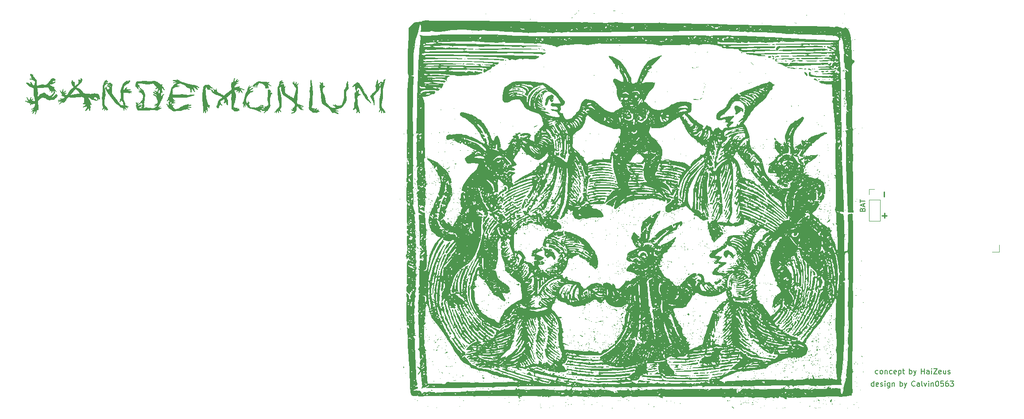
<source format=gbr>
%TF.GenerationSoftware,KiCad,Pcbnew,(7.0.0)*%
%TF.CreationDate,2024-02-27T19:35:30+01:00*%
%TF.ProjectId,pandemonium,70616e64-656d-46f6-9e69-756d2e6b6963,rev?*%
%TF.SameCoordinates,Original*%
%TF.FileFunction,Legend,Top*%
%TF.FilePolarity,Positive*%
%FSLAX46Y46*%
G04 Gerber Fmt 4.6, Leading zero omitted, Abs format (unit mm)*
G04 Created by KiCad (PCBNEW (7.0.0)) date 2024-02-27 19:35:30*
%MOMM*%
%LPD*%
G01*
G04 APERTURE LIST*
%ADD10C,0.250000*%
%ADD11C,0.200000*%
%ADD12C,0.150000*%
%ADD13C,0.120000*%
G04 APERTURE END LIST*
D10*
X198723086Y-62715853D02*
X198723086Y-61763473D01*
D11*
X194562581Y-65186317D02*
X194610200Y-65043460D01*
X194610200Y-65043460D02*
X194657819Y-64995841D01*
X194657819Y-64995841D02*
X194753057Y-64948222D01*
X194753057Y-64948222D02*
X194895914Y-64948222D01*
X194895914Y-64948222D02*
X194991152Y-64995841D01*
X194991152Y-64995841D02*
X195038771Y-65043460D01*
X195038771Y-65043460D02*
X195086390Y-65138698D01*
X195086390Y-65138698D02*
X195086390Y-65519650D01*
X195086390Y-65519650D02*
X194086390Y-65519650D01*
X194086390Y-65519650D02*
X194086390Y-65186317D01*
X194086390Y-65186317D02*
X194134010Y-65091079D01*
X194134010Y-65091079D02*
X194181629Y-65043460D01*
X194181629Y-65043460D02*
X194276867Y-64995841D01*
X194276867Y-64995841D02*
X194372105Y-64995841D01*
X194372105Y-64995841D02*
X194467343Y-65043460D01*
X194467343Y-65043460D02*
X194514962Y-65091079D01*
X194514962Y-65091079D02*
X194562581Y-65186317D01*
X194562581Y-65186317D02*
X194562581Y-65519650D01*
X194800676Y-64567269D02*
X194800676Y-64091079D01*
X195086390Y-64662507D02*
X194086390Y-64329174D01*
X194086390Y-64329174D02*
X195086390Y-63995841D01*
X194086390Y-63805364D02*
X194086390Y-63233936D01*
X195086390Y-63519650D02*
X194086390Y-63519650D01*
D12*
D11*
X196722916Y-99001130D02*
X196722916Y-98001130D01*
X196722916Y-98953511D02*
X196627678Y-99001130D01*
X196627678Y-99001130D02*
X196437202Y-99001130D01*
X196437202Y-99001130D02*
X196341964Y-98953511D01*
X196341964Y-98953511D02*
X196294345Y-98905892D01*
X196294345Y-98905892D02*
X196246726Y-98810654D01*
X196246726Y-98810654D02*
X196246726Y-98524940D01*
X196246726Y-98524940D02*
X196294345Y-98429702D01*
X196294345Y-98429702D02*
X196341964Y-98382083D01*
X196341964Y-98382083D02*
X196437202Y-98334464D01*
X196437202Y-98334464D02*
X196627678Y-98334464D01*
X196627678Y-98334464D02*
X196722916Y-98382083D01*
X197580059Y-98953511D02*
X197484821Y-99001130D01*
X197484821Y-99001130D02*
X197294345Y-99001130D01*
X197294345Y-99001130D02*
X197199107Y-98953511D01*
X197199107Y-98953511D02*
X197151488Y-98858273D01*
X197151488Y-98858273D02*
X197151488Y-98477321D01*
X197151488Y-98477321D02*
X197199107Y-98382083D01*
X197199107Y-98382083D02*
X197294345Y-98334464D01*
X197294345Y-98334464D02*
X197484821Y-98334464D01*
X197484821Y-98334464D02*
X197580059Y-98382083D01*
X197580059Y-98382083D02*
X197627678Y-98477321D01*
X197627678Y-98477321D02*
X197627678Y-98572559D01*
X197627678Y-98572559D02*
X197151488Y-98667797D01*
X198008631Y-98953511D02*
X198103869Y-99001130D01*
X198103869Y-99001130D02*
X198294345Y-99001130D01*
X198294345Y-99001130D02*
X198389583Y-98953511D01*
X198389583Y-98953511D02*
X198437202Y-98858273D01*
X198437202Y-98858273D02*
X198437202Y-98810654D01*
X198437202Y-98810654D02*
X198389583Y-98715416D01*
X198389583Y-98715416D02*
X198294345Y-98667797D01*
X198294345Y-98667797D02*
X198151488Y-98667797D01*
X198151488Y-98667797D02*
X198056250Y-98620178D01*
X198056250Y-98620178D02*
X198008631Y-98524940D01*
X198008631Y-98524940D02*
X198008631Y-98477321D01*
X198008631Y-98477321D02*
X198056250Y-98382083D01*
X198056250Y-98382083D02*
X198151488Y-98334464D01*
X198151488Y-98334464D02*
X198294345Y-98334464D01*
X198294345Y-98334464D02*
X198389583Y-98382083D01*
X198865774Y-99001130D02*
X198865774Y-98334464D01*
X198865774Y-98001130D02*
X198818155Y-98048750D01*
X198818155Y-98048750D02*
X198865774Y-98096369D01*
X198865774Y-98096369D02*
X198913393Y-98048750D01*
X198913393Y-98048750D02*
X198865774Y-98001130D01*
X198865774Y-98001130D02*
X198865774Y-98096369D01*
X199770535Y-98334464D02*
X199770535Y-99143988D01*
X199770535Y-99143988D02*
X199722916Y-99239226D01*
X199722916Y-99239226D02*
X199675297Y-99286845D01*
X199675297Y-99286845D02*
X199580059Y-99334464D01*
X199580059Y-99334464D02*
X199437202Y-99334464D01*
X199437202Y-99334464D02*
X199341964Y-99286845D01*
X199770535Y-98953511D02*
X199675297Y-99001130D01*
X199675297Y-99001130D02*
X199484821Y-99001130D01*
X199484821Y-99001130D02*
X199389583Y-98953511D01*
X199389583Y-98953511D02*
X199341964Y-98905892D01*
X199341964Y-98905892D02*
X199294345Y-98810654D01*
X199294345Y-98810654D02*
X199294345Y-98524940D01*
X199294345Y-98524940D02*
X199341964Y-98429702D01*
X199341964Y-98429702D02*
X199389583Y-98382083D01*
X199389583Y-98382083D02*
X199484821Y-98334464D01*
X199484821Y-98334464D02*
X199675297Y-98334464D01*
X199675297Y-98334464D02*
X199770535Y-98382083D01*
X200246726Y-98334464D02*
X200246726Y-99001130D01*
X200246726Y-98429702D02*
X200294345Y-98382083D01*
X200294345Y-98382083D02*
X200389583Y-98334464D01*
X200389583Y-98334464D02*
X200532440Y-98334464D01*
X200532440Y-98334464D02*
X200627678Y-98382083D01*
X200627678Y-98382083D02*
X200675297Y-98477321D01*
X200675297Y-98477321D02*
X200675297Y-99001130D01*
X201751488Y-99001130D02*
X201751488Y-98001130D01*
X201751488Y-98382083D02*
X201846726Y-98334464D01*
X201846726Y-98334464D02*
X202037202Y-98334464D01*
X202037202Y-98334464D02*
X202132440Y-98382083D01*
X202132440Y-98382083D02*
X202180059Y-98429702D01*
X202180059Y-98429702D02*
X202227678Y-98524940D01*
X202227678Y-98524940D02*
X202227678Y-98810654D01*
X202227678Y-98810654D02*
X202180059Y-98905892D01*
X202180059Y-98905892D02*
X202132440Y-98953511D01*
X202132440Y-98953511D02*
X202037202Y-99001130D01*
X202037202Y-99001130D02*
X201846726Y-99001130D01*
X201846726Y-99001130D02*
X201751488Y-98953511D01*
X202561012Y-98334464D02*
X202799107Y-99001130D01*
X203037202Y-98334464D02*
X202799107Y-99001130D01*
X202799107Y-99001130D02*
X202703869Y-99239226D01*
X202703869Y-99239226D02*
X202656250Y-99286845D01*
X202656250Y-99286845D02*
X202561012Y-99334464D01*
X204589583Y-98905892D02*
X204541964Y-98953511D01*
X204541964Y-98953511D02*
X204399107Y-99001130D01*
X204399107Y-99001130D02*
X204303869Y-99001130D01*
X204303869Y-99001130D02*
X204161012Y-98953511D01*
X204161012Y-98953511D02*
X204065774Y-98858273D01*
X204065774Y-98858273D02*
X204018155Y-98763035D01*
X204018155Y-98763035D02*
X203970536Y-98572559D01*
X203970536Y-98572559D02*
X203970536Y-98429702D01*
X203970536Y-98429702D02*
X204018155Y-98239226D01*
X204018155Y-98239226D02*
X204065774Y-98143988D01*
X204065774Y-98143988D02*
X204161012Y-98048750D01*
X204161012Y-98048750D02*
X204303869Y-98001130D01*
X204303869Y-98001130D02*
X204399107Y-98001130D01*
X204399107Y-98001130D02*
X204541964Y-98048750D01*
X204541964Y-98048750D02*
X204589583Y-98096369D01*
X205446726Y-99001130D02*
X205446726Y-98477321D01*
X205446726Y-98477321D02*
X205399107Y-98382083D01*
X205399107Y-98382083D02*
X205303869Y-98334464D01*
X205303869Y-98334464D02*
X205113393Y-98334464D01*
X205113393Y-98334464D02*
X205018155Y-98382083D01*
X205446726Y-98953511D02*
X205351488Y-99001130D01*
X205351488Y-99001130D02*
X205113393Y-99001130D01*
X205113393Y-99001130D02*
X205018155Y-98953511D01*
X205018155Y-98953511D02*
X204970536Y-98858273D01*
X204970536Y-98858273D02*
X204970536Y-98763035D01*
X204970536Y-98763035D02*
X205018155Y-98667797D01*
X205018155Y-98667797D02*
X205113393Y-98620178D01*
X205113393Y-98620178D02*
X205351488Y-98620178D01*
X205351488Y-98620178D02*
X205446726Y-98572559D01*
X206065774Y-99001130D02*
X205970536Y-98953511D01*
X205970536Y-98953511D02*
X205922917Y-98858273D01*
X205922917Y-98858273D02*
X205922917Y-98001130D01*
X206351489Y-98334464D02*
X206589584Y-99001130D01*
X206589584Y-99001130D02*
X206827679Y-98334464D01*
X207208632Y-99001130D02*
X207208632Y-98334464D01*
X207208632Y-98001130D02*
X207161013Y-98048750D01*
X207161013Y-98048750D02*
X207208632Y-98096369D01*
X207208632Y-98096369D02*
X207256251Y-98048750D01*
X207256251Y-98048750D02*
X207208632Y-98001130D01*
X207208632Y-98001130D02*
X207208632Y-98096369D01*
X207684822Y-98334464D02*
X207684822Y-99001130D01*
X207684822Y-98429702D02*
X207732441Y-98382083D01*
X207732441Y-98382083D02*
X207827679Y-98334464D01*
X207827679Y-98334464D02*
X207970536Y-98334464D01*
X207970536Y-98334464D02*
X208065774Y-98382083D01*
X208065774Y-98382083D02*
X208113393Y-98477321D01*
X208113393Y-98477321D02*
X208113393Y-99001130D01*
X208780060Y-98001130D02*
X208875298Y-98001130D01*
X208875298Y-98001130D02*
X208970536Y-98048750D01*
X208970536Y-98048750D02*
X209018155Y-98096369D01*
X209018155Y-98096369D02*
X209065774Y-98191607D01*
X209065774Y-98191607D02*
X209113393Y-98382083D01*
X209113393Y-98382083D02*
X209113393Y-98620178D01*
X209113393Y-98620178D02*
X209065774Y-98810654D01*
X209065774Y-98810654D02*
X209018155Y-98905892D01*
X209018155Y-98905892D02*
X208970536Y-98953511D01*
X208970536Y-98953511D02*
X208875298Y-99001130D01*
X208875298Y-99001130D02*
X208780060Y-99001130D01*
X208780060Y-99001130D02*
X208684822Y-98953511D01*
X208684822Y-98953511D02*
X208637203Y-98905892D01*
X208637203Y-98905892D02*
X208589584Y-98810654D01*
X208589584Y-98810654D02*
X208541965Y-98620178D01*
X208541965Y-98620178D02*
X208541965Y-98382083D01*
X208541965Y-98382083D02*
X208589584Y-98191607D01*
X208589584Y-98191607D02*
X208637203Y-98096369D01*
X208637203Y-98096369D02*
X208684822Y-98048750D01*
X208684822Y-98048750D02*
X208780060Y-98001130D01*
X210018155Y-98001130D02*
X209541965Y-98001130D01*
X209541965Y-98001130D02*
X209494346Y-98477321D01*
X209494346Y-98477321D02*
X209541965Y-98429702D01*
X209541965Y-98429702D02*
X209637203Y-98382083D01*
X209637203Y-98382083D02*
X209875298Y-98382083D01*
X209875298Y-98382083D02*
X209970536Y-98429702D01*
X209970536Y-98429702D02*
X210018155Y-98477321D01*
X210018155Y-98477321D02*
X210065774Y-98572559D01*
X210065774Y-98572559D02*
X210065774Y-98810654D01*
X210065774Y-98810654D02*
X210018155Y-98905892D01*
X210018155Y-98905892D02*
X209970536Y-98953511D01*
X209970536Y-98953511D02*
X209875298Y-99001130D01*
X209875298Y-99001130D02*
X209637203Y-99001130D01*
X209637203Y-99001130D02*
X209541965Y-98953511D01*
X209541965Y-98953511D02*
X209494346Y-98905892D01*
X210922917Y-98001130D02*
X210732441Y-98001130D01*
X210732441Y-98001130D02*
X210637203Y-98048750D01*
X210637203Y-98048750D02*
X210589584Y-98096369D01*
X210589584Y-98096369D02*
X210494346Y-98239226D01*
X210494346Y-98239226D02*
X210446727Y-98429702D01*
X210446727Y-98429702D02*
X210446727Y-98810654D01*
X210446727Y-98810654D02*
X210494346Y-98905892D01*
X210494346Y-98905892D02*
X210541965Y-98953511D01*
X210541965Y-98953511D02*
X210637203Y-99001130D01*
X210637203Y-99001130D02*
X210827679Y-99001130D01*
X210827679Y-99001130D02*
X210922917Y-98953511D01*
X210922917Y-98953511D02*
X210970536Y-98905892D01*
X210970536Y-98905892D02*
X211018155Y-98810654D01*
X211018155Y-98810654D02*
X211018155Y-98572559D01*
X211018155Y-98572559D02*
X210970536Y-98477321D01*
X210970536Y-98477321D02*
X210922917Y-98429702D01*
X210922917Y-98429702D02*
X210827679Y-98382083D01*
X210827679Y-98382083D02*
X210637203Y-98382083D01*
X210637203Y-98382083D02*
X210541965Y-98429702D01*
X210541965Y-98429702D02*
X210494346Y-98477321D01*
X210494346Y-98477321D02*
X210446727Y-98572559D01*
X211351489Y-98001130D02*
X211970536Y-98001130D01*
X211970536Y-98001130D02*
X211637203Y-98382083D01*
X211637203Y-98382083D02*
X211780060Y-98382083D01*
X211780060Y-98382083D02*
X211875298Y-98429702D01*
X211875298Y-98429702D02*
X211922917Y-98477321D01*
X211922917Y-98477321D02*
X211970536Y-98572559D01*
X211970536Y-98572559D02*
X211970536Y-98810654D01*
X211970536Y-98810654D02*
X211922917Y-98905892D01*
X211922917Y-98905892D02*
X211875298Y-98953511D01*
X211875298Y-98953511D02*
X211780060Y-99001130D01*
X211780060Y-99001130D02*
X211494346Y-99001130D01*
X211494346Y-99001130D02*
X211399108Y-98953511D01*
X211399108Y-98953511D02*
X211351489Y-98905892D01*
X197516666Y-96572261D02*
X197421428Y-96619880D01*
X197421428Y-96619880D02*
X197230952Y-96619880D01*
X197230952Y-96619880D02*
X197135714Y-96572261D01*
X197135714Y-96572261D02*
X197088095Y-96524642D01*
X197088095Y-96524642D02*
X197040476Y-96429404D01*
X197040476Y-96429404D02*
X197040476Y-96143690D01*
X197040476Y-96143690D02*
X197088095Y-96048452D01*
X197088095Y-96048452D02*
X197135714Y-96000833D01*
X197135714Y-96000833D02*
X197230952Y-95953214D01*
X197230952Y-95953214D02*
X197421428Y-95953214D01*
X197421428Y-95953214D02*
X197516666Y-96000833D01*
X198088095Y-96619880D02*
X197992857Y-96572261D01*
X197992857Y-96572261D02*
X197945238Y-96524642D01*
X197945238Y-96524642D02*
X197897619Y-96429404D01*
X197897619Y-96429404D02*
X197897619Y-96143690D01*
X197897619Y-96143690D02*
X197945238Y-96048452D01*
X197945238Y-96048452D02*
X197992857Y-96000833D01*
X197992857Y-96000833D02*
X198088095Y-95953214D01*
X198088095Y-95953214D02*
X198230952Y-95953214D01*
X198230952Y-95953214D02*
X198326190Y-96000833D01*
X198326190Y-96000833D02*
X198373809Y-96048452D01*
X198373809Y-96048452D02*
X198421428Y-96143690D01*
X198421428Y-96143690D02*
X198421428Y-96429404D01*
X198421428Y-96429404D02*
X198373809Y-96524642D01*
X198373809Y-96524642D02*
X198326190Y-96572261D01*
X198326190Y-96572261D02*
X198230952Y-96619880D01*
X198230952Y-96619880D02*
X198088095Y-96619880D01*
X198850000Y-95953214D02*
X198850000Y-96619880D01*
X198850000Y-96048452D02*
X198897619Y-96000833D01*
X198897619Y-96000833D02*
X198992857Y-95953214D01*
X198992857Y-95953214D02*
X199135714Y-95953214D01*
X199135714Y-95953214D02*
X199230952Y-96000833D01*
X199230952Y-96000833D02*
X199278571Y-96096071D01*
X199278571Y-96096071D02*
X199278571Y-96619880D01*
X200183333Y-96572261D02*
X200088095Y-96619880D01*
X200088095Y-96619880D02*
X199897619Y-96619880D01*
X199897619Y-96619880D02*
X199802381Y-96572261D01*
X199802381Y-96572261D02*
X199754762Y-96524642D01*
X199754762Y-96524642D02*
X199707143Y-96429404D01*
X199707143Y-96429404D02*
X199707143Y-96143690D01*
X199707143Y-96143690D02*
X199754762Y-96048452D01*
X199754762Y-96048452D02*
X199802381Y-96000833D01*
X199802381Y-96000833D02*
X199897619Y-95953214D01*
X199897619Y-95953214D02*
X200088095Y-95953214D01*
X200088095Y-95953214D02*
X200183333Y-96000833D01*
X200992857Y-96572261D02*
X200897619Y-96619880D01*
X200897619Y-96619880D02*
X200707143Y-96619880D01*
X200707143Y-96619880D02*
X200611905Y-96572261D01*
X200611905Y-96572261D02*
X200564286Y-96477023D01*
X200564286Y-96477023D02*
X200564286Y-96096071D01*
X200564286Y-96096071D02*
X200611905Y-96000833D01*
X200611905Y-96000833D02*
X200707143Y-95953214D01*
X200707143Y-95953214D02*
X200897619Y-95953214D01*
X200897619Y-95953214D02*
X200992857Y-96000833D01*
X200992857Y-96000833D02*
X201040476Y-96096071D01*
X201040476Y-96096071D02*
X201040476Y-96191309D01*
X201040476Y-96191309D02*
X200564286Y-96286547D01*
X201469048Y-95953214D02*
X201469048Y-96953214D01*
X201469048Y-96000833D02*
X201564286Y-95953214D01*
X201564286Y-95953214D02*
X201754762Y-95953214D01*
X201754762Y-95953214D02*
X201850000Y-96000833D01*
X201850000Y-96000833D02*
X201897619Y-96048452D01*
X201897619Y-96048452D02*
X201945238Y-96143690D01*
X201945238Y-96143690D02*
X201945238Y-96429404D01*
X201945238Y-96429404D02*
X201897619Y-96524642D01*
X201897619Y-96524642D02*
X201850000Y-96572261D01*
X201850000Y-96572261D02*
X201754762Y-96619880D01*
X201754762Y-96619880D02*
X201564286Y-96619880D01*
X201564286Y-96619880D02*
X201469048Y-96572261D01*
X202230953Y-95953214D02*
X202611905Y-95953214D01*
X202373810Y-95619880D02*
X202373810Y-96477023D01*
X202373810Y-96477023D02*
X202421429Y-96572261D01*
X202421429Y-96572261D02*
X202516667Y-96619880D01*
X202516667Y-96619880D02*
X202611905Y-96619880D01*
X203545239Y-96619880D02*
X203545239Y-95619880D01*
X203545239Y-96000833D02*
X203640477Y-95953214D01*
X203640477Y-95953214D02*
X203830953Y-95953214D01*
X203830953Y-95953214D02*
X203926191Y-96000833D01*
X203926191Y-96000833D02*
X203973810Y-96048452D01*
X203973810Y-96048452D02*
X204021429Y-96143690D01*
X204021429Y-96143690D02*
X204021429Y-96429404D01*
X204021429Y-96429404D02*
X203973810Y-96524642D01*
X203973810Y-96524642D02*
X203926191Y-96572261D01*
X203926191Y-96572261D02*
X203830953Y-96619880D01*
X203830953Y-96619880D02*
X203640477Y-96619880D01*
X203640477Y-96619880D02*
X203545239Y-96572261D01*
X204354763Y-95953214D02*
X204592858Y-96619880D01*
X204830953Y-95953214D02*
X204592858Y-96619880D01*
X204592858Y-96619880D02*
X204497620Y-96857976D01*
X204497620Y-96857976D02*
X204450001Y-96905595D01*
X204450001Y-96905595D02*
X204354763Y-96953214D01*
X205811906Y-96619880D02*
X205811906Y-95619880D01*
X205811906Y-96096071D02*
X206383334Y-96096071D01*
X206383334Y-96619880D02*
X206383334Y-95619880D01*
X207288096Y-96619880D02*
X207288096Y-96096071D01*
X207288096Y-96096071D02*
X207240477Y-96000833D01*
X207240477Y-96000833D02*
X207145239Y-95953214D01*
X207145239Y-95953214D02*
X206954763Y-95953214D01*
X206954763Y-95953214D02*
X206859525Y-96000833D01*
X207288096Y-96572261D02*
X207192858Y-96619880D01*
X207192858Y-96619880D02*
X206954763Y-96619880D01*
X206954763Y-96619880D02*
X206859525Y-96572261D01*
X206859525Y-96572261D02*
X206811906Y-96477023D01*
X206811906Y-96477023D02*
X206811906Y-96381785D01*
X206811906Y-96381785D02*
X206859525Y-96286547D01*
X206859525Y-96286547D02*
X206954763Y-96238928D01*
X206954763Y-96238928D02*
X207192858Y-96238928D01*
X207192858Y-96238928D02*
X207288096Y-96191309D01*
X207764287Y-96619880D02*
X207764287Y-95953214D01*
X207764287Y-95619880D02*
X207716668Y-95667500D01*
X207716668Y-95667500D02*
X207764287Y-95715119D01*
X207764287Y-95715119D02*
X207811906Y-95667500D01*
X207811906Y-95667500D02*
X207764287Y-95619880D01*
X207764287Y-95619880D02*
X207764287Y-95715119D01*
X208145239Y-95619880D02*
X208811905Y-95619880D01*
X208811905Y-95619880D02*
X208145239Y-96619880D01*
X208145239Y-96619880D02*
X208811905Y-96619880D01*
X209573810Y-96572261D02*
X209478572Y-96619880D01*
X209478572Y-96619880D02*
X209288096Y-96619880D01*
X209288096Y-96619880D02*
X209192858Y-96572261D01*
X209192858Y-96572261D02*
X209145239Y-96477023D01*
X209145239Y-96477023D02*
X209145239Y-96096071D01*
X209145239Y-96096071D02*
X209192858Y-96000833D01*
X209192858Y-96000833D02*
X209288096Y-95953214D01*
X209288096Y-95953214D02*
X209478572Y-95953214D01*
X209478572Y-95953214D02*
X209573810Y-96000833D01*
X209573810Y-96000833D02*
X209621429Y-96096071D01*
X209621429Y-96096071D02*
X209621429Y-96191309D01*
X209621429Y-96191309D02*
X209145239Y-96286547D01*
X210478572Y-95953214D02*
X210478572Y-96619880D01*
X210050001Y-95953214D02*
X210050001Y-96477023D01*
X210050001Y-96477023D02*
X210097620Y-96572261D01*
X210097620Y-96572261D02*
X210192858Y-96619880D01*
X210192858Y-96619880D02*
X210335715Y-96619880D01*
X210335715Y-96619880D02*
X210430953Y-96572261D01*
X210430953Y-96572261D02*
X210478572Y-96524642D01*
X210907144Y-96572261D02*
X211002382Y-96619880D01*
X211002382Y-96619880D02*
X211192858Y-96619880D01*
X211192858Y-96619880D02*
X211288096Y-96572261D01*
X211288096Y-96572261D02*
X211335715Y-96477023D01*
X211335715Y-96477023D02*
X211335715Y-96429404D01*
X211335715Y-96429404D02*
X211288096Y-96334166D01*
X211288096Y-96334166D02*
X211192858Y-96286547D01*
X211192858Y-96286547D02*
X211050001Y-96286547D01*
X211050001Y-96286547D02*
X210954763Y-96238928D01*
X210954763Y-96238928D02*
X210907144Y-96143690D01*
X210907144Y-96143690D02*
X210907144Y-96096071D01*
X210907144Y-96096071D02*
X210954763Y-96000833D01*
X210954763Y-96000833D02*
X211050001Y-95953214D01*
X211050001Y-95953214D02*
X211192858Y-95953214D01*
X211192858Y-95953214D02*
X211288096Y-96000833D01*
D10*
X198282885Y-66311846D02*
X199235266Y-66311846D01*
X198759075Y-66788037D02*
X198759075Y-65835656D01*
%TO.C,G\u002A\u002A\u002A*%
G36*
X105932406Y-100502038D02*
G01*
X105876459Y-100557985D01*
X105820512Y-100502038D01*
X105876459Y-100446091D01*
X105932406Y-100502038D01*
G37*
G36*
X106044300Y-63353139D02*
G01*
X105988353Y-63409086D01*
X105932406Y-63353139D01*
X105988353Y-63297192D01*
X106044300Y-63353139D01*
G37*
G36*
X106156195Y-63129351D02*
G01*
X106100248Y-63185298D01*
X106044300Y-63129351D01*
X106100248Y-63073403D01*
X106156195Y-63129351D01*
G37*
G36*
X106939455Y-93900276D02*
G01*
X106883507Y-93956223D01*
X106827560Y-93900276D01*
X106883507Y-93844329D01*
X106939455Y-93900276D01*
G37*
G36*
X107051349Y-94571641D02*
G01*
X106995402Y-94627588D01*
X106939455Y-94571641D01*
X106995402Y-94515694D01*
X107051349Y-94571641D01*
G37*
G36*
X107275137Y-96473844D02*
G01*
X107219190Y-96529791D01*
X107163243Y-96473844D01*
X107219190Y-96417897D01*
X107275137Y-96473844D01*
G37*
G36*
X107498926Y-55744329D02*
G01*
X107442979Y-55800276D01*
X107387032Y-55744329D01*
X107442979Y-55688381D01*
X107498926Y-55744329D01*
G37*
G36*
X108394080Y-76220981D02*
G01*
X108338133Y-76276928D01*
X108282186Y-76220981D01*
X108338133Y-76165033D01*
X108394080Y-76220981D01*
G37*
G36*
X108841657Y-57087060D02*
G01*
X108785710Y-57143007D01*
X108729763Y-57087060D01*
X108785710Y-57031113D01*
X108841657Y-57087060D01*
G37*
G36*
X108841657Y-61786619D02*
G01*
X108785710Y-61842566D01*
X108729763Y-61786619D01*
X108785710Y-61730672D01*
X108841657Y-61786619D01*
G37*
G36*
X108953552Y-39295870D02*
G01*
X108897604Y-39351818D01*
X108841657Y-39295870D01*
X108897604Y-39239923D01*
X108953552Y-39295870D01*
G37*
G36*
X108953552Y-61339042D02*
G01*
X108897604Y-61394989D01*
X108841657Y-61339042D01*
X108897604Y-61283095D01*
X108953552Y-61339042D01*
G37*
G36*
X109065446Y-50597192D02*
G01*
X109009499Y-50653139D01*
X108953552Y-50597192D01*
X109009499Y-50541245D01*
X109065446Y-50597192D01*
G37*
G36*
X109065446Y-57198954D02*
G01*
X109009499Y-57254901D01*
X108953552Y-57198954D01*
X109009499Y-57143007D01*
X109065446Y-57198954D01*
G37*
G36*
X109065446Y-62793668D02*
G01*
X109009499Y-62849615D01*
X108953552Y-62793668D01*
X109009499Y-62737721D01*
X109065446Y-62793668D01*
G37*
G36*
X109065446Y-101509086D02*
G01*
X109009499Y-101565033D01*
X108953552Y-101509086D01*
X109009499Y-101453139D01*
X109065446Y-101509086D01*
G37*
G36*
X109177340Y-61115254D02*
G01*
X109121393Y-61171201D01*
X109065446Y-61115254D01*
X109121393Y-61059307D01*
X109177340Y-61115254D01*
G37*
G36*
X109289234Y-60555782D02*
G01*
X109233287Y-60611729D01*
X109177340Y-60555782D01*
X109233287Y-60499835D01*
X109289234Y-60555782D01*
G37*
G36*
X109289234Y-62905562D02*
G01*
X109233287Y-62961509D01*
X109177340Y-62905562D01*
X109233287Y-62849615D01*
X109289234Y-62905562D01*
G37*
G36*
X109289234Y-68052699D02*
G01*
X109233287Y-68108646D01*
X109177340Y-68052699D01*
X109233287Y-67996751D01*
X109289234Y-68052699D01*
G37*
G36*
X109289234Y-69843007D02*
G01*
X109233287Y-69898954D01*
X109177340Y-69843007D01*
X109233287Y-69787060D01*
X109289234Y-69843007D01*
G37*
G36*
X109289234Y-78011289D02*
G01*
X109233287Y-78067236D01*
X109177340Y-78011289D01*
X109233287Y-77955342D01*
X109289234Y-78011289D01*
G37*
G36*
X109289234Y-85508205D02*
G01*
X109233287Y-85564152D01*
X109177340Y-85508205D01*
X109233287Y-85452258D01*
X109289234Y-85508205D01*
G37*
G36*
X109401129Y-64695870D02*
G01*
X109345181Y-64751818D01*
X109289234Y-64695870D01*
X109345181Y-64639923D01*
X109401129Y-64695870D01*
G37*
G36*
X109401129Y-65702919D02*
G01*
X109345181Y-65758866D01*
X109289234Y-65702919D01*
X109345181Y-65646972D01*
X109401129Y-65702919D01*
G37*
G36*
X109401129Y-66821862D02*
G01*
X109345181Y-66877809D01*
X109289234Y-66821862D01*
X109345181Y-66765914D01*
X109401129Y-66821862D01*
G37*
G36*
X109401129Y-70626267D02*
G01*
X109345181Y-70682214D01*
X109289234Y-70626267D01*
X109345181Y-70570320D01*
X109401129Y-70626267D01*
G37*
G36*
X109401129Y-74430672D02*
G01*
X109345181Y-74486619D01*
X109289234Y-74430672D01*
X109345181Y-74374725D01*
X109401129Y-74430672D01*
G37*
G36*
X109401129Y-85172522D02*
G01*
X109345181Y-85228470D01*
X109289234Y-85172522D01*
X109345181Y-85116575D01*
X109401129Y-85172522D01*
G37*
G36*
X109401129Y-94347853D02*
G01*
X109345181Y-94403800D01*
X109289234Y-94347853D01*
X109345181Y-94291906D01*
X109401129Y-94347853D01*
G37*
G36*
X109513023Y-84165474D02*
G01*
X109457076Y-84221421D01*
X109401129Y-84165474D01*
X109457076Y-84109527D01*
X109513023Y-84165474D01*
G37*
G36*
X109513023Y-101732875D02*
G01*
X109457076Y-101788822D01*
X109401129Y-101732875D01*
X109457076Y-101676928D01*
X109513023Y-101732875D01*
G37*
G36*
X109624917Y-69731113D02*
G01*
X109568970Y-69787060D01*
X109513023Y-69731113D01*
X109568970Y-69675166D01*
X109624917Y-69731113D01*
G37*
G36*
X109624917Y-96361950D02*
G01*
X109568970Y-96417897D01*
X109513023Y-96361950D01*
X109568970Y-96306003D01*
X109624917Y-96361950D01*
G37*
G36*
X109736811Y-73199835D02*
G01*
X109680864Y-73255782D01*
X109624917Y-73199835D01*
X109680864Y-73143888D01*
X109736811Y-73199835D01*
G37*
G36*
X109736811Y-93228910D02*
G01*
X109680864Y-93284857D01*
X109624917Y-93228910D01*
X109680864Y-93172963D01*
X109736811Y-93228910D01*
G37*
G36*
X109848706Y-93900276D02*
G01*
X109792759Y-93956223D01*
X109736811Y-93900276D01*
X109792759Y-93844329D01*
X109848706Y-93900276D01*
G37*
G36*
X111079543Y-87746091D02*
G01*
X111023596Y-87802038D01*
X110967648Y-87746091D01*
X111023596Y-87690144D01*
X111079543Y-87746091D01*
G37*
G36*
X111079543Y-89536399D02*
G01*
X111023596Y-89592346D01*
X110967648Y-89536399D01*
X111023596Y-89480452D01*
X111079543Y-89536399D01*
G37*
G36*
X111191437Y-62122302D02*
G01*
X111135490Y-62178249D01*
X111079543Y-62122302D01*
X111135490Y-62066355D01*
X111191437Y-62122302D01*
G37*
G36*
X111191437Y-65367236D02*
G01*
X111135490Y-65423183D01*
X111079543Y-65367236D01*
X111135490Y-65311289D01*
X111191437Y-65367236D01*
G37*
G36*
X111191437Y-65591025D02*
G01*
X111135490Y-65646972D01*
X111079543Y-65591025D01*
X111135490Y-65535077D01*
X111191437Y-65591025D01*
G37*
G36*
X111191437Y-88081773D02*
G01*
X111135490Y-88137721D01*
X111079543Y-88081773D01*
X111135490Y-88025826D01*
X111191437Y-88081773D01*
G37*
G36*
X111303331Y-63688822D02*
G01*
X111247384Y-63744769D01*
X111191437Y-63688822D01*
X111247384Y-63632875D01*
X111303331Y-63688822D01*
G37*
G36*
X111303331Y-67157544D02*
G01*
X111247384Y-67213492D01*
X111191437Y-67157544D01*
X111247384Y-67101597D01*
X111303331Y-67157544D01*
G37*
G36*
X111303331Y-85508205D02*
G01*
X111247384Y-85564152D01*
X111191437Y-85508205D01*
X111247384Y-85452258D01*
X111303331Y-85508205D01*
G37*
G36*
X111303331Y-89424505D02*
G01*
X111247384Y-89480452D01*
X111191437Y-89424505D01*
X111247384Y-89368558D01*
X111303331Y-89424505D01*
G37*
G36*
X111415226Y-62234196D02*
G01*
X111359278Y-62290144D01*
X111303331Y-62234196D01*
X111359278Y-62178249D01*
X111415226Y-62234196D01*
G37*
G36*
X111415226Y-66821862D02*
G01*
X111359278Y-66877809D01*
X111303331Y-66821862D01*
X111359278Y-66765914D01*
X111415226Y-66821862D01*
G37*
G36*
X111415226Y-70738161D02*
G01*
X111359278Y-70794108D01*
X111303331Y-70738161D01*
X111359278Y-70682214D01*
X111415226Y-70738161D01*
G37*
G36*
X111415226Y-75213932D02*
G01*
X111359278Y-75269879D01*
X111303331Y-75213932D01*
X111359278Y-75157985D01*
X111415226Y-75213932D01*
G37*
G36*
X111415226Y-89200716D02*
G01*
X111359278Y-89256663D01*
X111303331Y-89200716D01*
X111359278Y-89144769D01*
X111415226Y-89200716D01*
G37*
G36*
X111415226Y-94347853D02*
G01*
X111359278Y-94403800D01*
X111303331Y-94347853D01*
X111359278Y-94291906D01*
X111415226Y-94347853D01*
G37*
G36*
X111527120Y-65814813D02*
G01*
X111471173Y-65870760D01*
X111415226Y-65814813D01*
X111471173Y-65758866D01*
X111527120Y-65814813D01*
G37*
G36*
X111527120Y-68052699D02*
G01*
X111471173Y-68108646D01*
X111415226Y-68052699D01*
X111471173Y-67996751D01*
X111527120Y-68052699D01*
G37*
G36*
X111527120Y-68947853D02*
G01*
X111471173Y-69003800D01*
X111415226Y-68947853D01*
X111471173Y-68891906D01*
X111527120Y-68947853D01*
G37*
G36*
X111527120Y-90319659D02*
G01*
X111471173Y-90375606D01*
X111415226Y-90319659D01*
X111471173Y-90263712D01*
X111527120Y-90319659D01*
G37*
G36*
X111527120Y-91886179D02*
G01*
X111471173Y-91942126D01*
X111415226Y-91886179D01*
X111471173Y-91830232D01*
X111527120Y-91886179D01*
G37*
G36*
X111527120Y-102851818D02*
G01*
X111471173Y-102907765D01*
X111415226Y-102851818D01*
X111471173Y-102795870D01*
X111527120Y-102851818D01*
G37*
G36*
X111639014Y-63129351D02*
G01*
X111583067Y-63185298D01*
X111527120Y-63129351D01*
X111583067Y-63073403D01*
X111639014Y-63129351D01*
G37*
G36*
X111750908Y-59772522D02*
G01*
X111694961Y-59828470D01*
X111639014Y-59772522D01*
X111694961Y-59716575D01*
X111750908Y-59772522D01*
G37*
G36*
X111750908Y-63688822D02*
G01*
X111694961Y-63744769D01*
X111639014Y-63688822D01*
X111694961Y-63632875D01*
X111750908Y-63688822D01*
G37*
G36*
X111750908Y-93676487D02*
G01*
X111694961Y-93732434D01*
X111639014Y-93676487D01*
X111694961Y-93620540D01*
X111750908Y-93676487D01*
G37*
G36*
X111862803Y-58541685D02*
G01*
X111806855Y-58597633D01*
X111750908Y-58541685D01*
X111806855Y-58485738D01*
X111862803Y-58541685D01*
G37*
G36*
X111862803Y-58877368D02*
G01*
X111806855Y-58933315D01*
X111750908Y-58877368D01*
X111806855Y-58821421D01*
X111862803Y-58877368D01*
G37*
G36*
X111862803Y-63129351D02*
G01*
X111806855Y-63185298D01*
X111750908Y-63129351D01*
X111806855Y-63073403D01*
X111862803Y-63129351D01*
G37*
G36*
X111862803Y-64695870D02*
G01*
X111806855Y-64751818D01*
X111750908Y-64695870D01*
X111806855Y-64639923D01*
X111862803Y-64695870D01*
G37*
G36*
X111974697Y-64136399D02*
G01*
X111918750Y-64192346D01*
X111862803Y-64136399D01*
X111918750Y-64080452D01*
X111974697Y-64136399D01*
G37*
G36*
X112086591Y-64807765D02*
G01*
X112030644Y-64863712D01*
X111974697Y-64807765D01*
X112030644Y-64751818D01*
X112086591Y-64807765D01*
G37*
G36*
X112198485Y-50597192D02*
G01*
X112142538Y-50653139D01*
X112086591Y-50597192D01*
X112142538Y-50541245D01*
X112198485Y-50597192D01*
G37*
G36*
X112198485Y-61227148D02*
G01*
X112142538Y-61283095D01*
X112086591Y-61227148D01*
X112142538Y-61171201D01*
X112198485Y-61227148D01*
G37*
G36*
X112310380Y-57870320D02*
G01*
X112254433Y-57926267D01*
X112198485Y-57870320D01*
X112254433Y-57814373D01*
X112310380Y-57870320D01*
G37*
G36*
X112310380Y-60108205D02*
G01*
X112254433Y-60164152D01*
X112198485Y-60108205D01*
X112254433Y-60052258D01*
X112310380Y-60108205D01*
G37*
G36*
X112310380Y-91886179D02*
G01*
X112254433Y-91942126D01*
X112198485Y-91886179D01*
X112254433Y-91830232D01*
X112310380Y-91886179D01*
G37*
G36*
X112422274Y-64248293D02*
G01*
X112366327Y-64304240D01*
X112310380Y-64248293D01*
X112366327Y-64192346D01*
X112422274Y-64248293D01*
G37*
G36*
X112422274Y-86515254D02*
G01*
X112366327Y-86571201D01*
X112310380Y-86515254D01*
X112366327Y-86459307D01*
X112422274Y-86515254D01*
G37*
G36*
X112422274Y-91438602D02*
G01*
X112366327Y-91494549D01*
X112310380Y-91438602D01*
X112366327Y-91382655D01*
X112422274Y-91438602D01*
G37*
G36*
X112534168Y-62010408D02*
G01*
X112478221Y-62066355D01*
X112422274Y-62010408D01*
X112478221Y-61954461D01*
X112534168Y-62010408D01*
G37*
G36*
X112534168Y-63353139D02*
G01*
X112478221Y-63409086D01*
X112422274Y-63353139D01*
X112478221Y-63297192D01*
X112534168Y-63353139D01*
G37*
G36*
X112534168Y-94907324D02*
G01*
X112478221Y-94963271D01*
X112422274Y-94907324D01*
X112478221Y-94851377D01*
X112534168Y-94907324D01*
G37*
G36*
X112646063Y-69843007D02*
G01*
X112590115Y-69898954D01*
X112534168Y-69843007D01*
X112590115Y-69787060D01*
X112646063Y-69843007D01*
G37*
G36*
X112646063Y-91998073D02*
G01*
X112590115Y-92054020D01*
X112534168Y-91998073D01*
X112590115Y-91942126D01*
X112646063Y-91998073D01*
G37*
G36*
X112646063Y-98040364D02*
G01*
X112590115Y-98096311D01*
X112534168Y-98040364D01*
X112590115Y-97984417D01*
X112646063Y-98040364D01*
G37*
G36*
X112869851Y-61562831D02*
G01*
X112813904Y-61618778D01*
X112757957Y-61562831D01*
X112813904Y-61506884D01*
X112869851Y-61562831D01*
G37*
G36*
X112981745Y-59996311D02*
G01*
X112925798Y-60052258D01*
X112869851Y-59996311D01*
X112925798Y-59940364D01*
X112981745Y-59996311D01*
G37*
G36*
X112981745Y-60443888D02*
G01*
X112925798Y-60499835D01*
X112869851Y-60443888D01*
X112925798Y-60387941D01*
X112981745Y-60443888D01*
G37*
G36*
X112981745Y-89200716D02*
G01*
X112925798Y-89256663D01*
X112869851Y-89200716D01*
X112925798Y-89144769D01*
X112981745Y-89200716D01*
G37*
G36*
X113093640Y-58765474D02*
G01*
X113037692Y-58821421D01*
X112981745Y-58765474D01*
X113037692Y-58709527D01*
X113093640Y-58765474D01*
G37*
G36*
X113093640Y-60220099D02*
G01*
X113037692Y-60276047D01*
X112981745Y-60220099D01*
X113037692Y-60164152D01*
X113093640Y-60220099D01*
G37*
G36*
X113205534Y-59548734D02*
G01*
X113149587Y-59604681D01*
X113093640Y-59548734D01*
X113149587Y-59492787D01*
X113205534Y-59548734D01*
G37*
G36*
X113205534Y-59884417D02*
G01*
X113149587Y-59940364D01*
X113093640Y-59884417D01*
X113149587Y-59828470D01*
X113205534Y-59884417D01*
G37*
G36*
X113205534Y-91102919D02*
G01*
X113149587Y-91158866D01*
X113093640Y-91102919D01*
X113149587Y-91046972D01*
X113205534Y-91102919D01*
G37*
G36*
X113205534Y-101285298D02*
G01*
X113149587Y-101341245D01*
X113093640Y-101285298D01*
X113149587Y-101229351D01*
X113205534Y-101285298D01*
G37*
G36*
X113205534Y-103075606D02*
G01*
X113149587Y-103131553D01*
X113093640Y-103075606D01*
X113149587Y-103019659D01*
X113205534Y-103075606D01*
G37*
G36*
X113317428Y-51492346D02*
G01*
X113261481Y-51548293D01*
X113205534Y-51492346D01*
X113261481Y-51436399D01*
X113317428Y-51492346D01*
G37*
G36*
X113317428Y-95690584D02*
G01*
X113261481Y-95746531D01*
X113205534Y-95690584D01*
X113261481Y-95634637D01*
X113317428Y-95690584D01*
G37*
G36*
X113429322Y-59660628D02*
G01*
X113373375Y-59716575D01*
X113317428Y-59660628D01*
X113373375Y-59604681D01*
X113429322Y-59660628D01*
G37*
G36*
X113429322Y-66262390D02*
G01*
X113373375Y-66318337D01*
X113317428Y-66262390D01*
X113373375Y-66206443D01*
X113429322Y-66262390D01*
G37*
G36*
X113541217Y-52275606D02*
G01*
X113485270Y-52331553D01*
X113429322Y-52275606D01*
X113485270Y-52219659D01*
X113541217Y-52275606D01*
G37*
G36*
X113541217Y-54177809D02*
G01*
X113485270Y-54233756D01*
X113429322Y-54177809D01*
X113485270Y-54121862D01*
X113541217Y-54177809D01*
G37*
G36*
X113541217Y-65143448D02*
G01*
X113485270Y-65199395D01*
X113429322Y-65143448D01*
X113485270Y-65087500D01*
X113541217Y-65143448D01*
G37*
G36*
X113541217Y-95802478D02*
G01*
X113485270Y-95858425D01*
X113429322Y-95802478D01*
X113485270Y-95746531D01*
X113541217Y-95802478D01*
G37*
G36*
X113876900Y-89648293D02*
G01*
X113820952Y-89704240D01*
X113765005Y-89648293D01*
X113820952Y-89592346D01*
X113876900Y-89648293D01*
G37*
G36*
X113876900Y-97480892D02*
G01*
X113820952Y-97536840D01*
X113765005Y-97480892D01*
X113820952Y-97424945D01*
X113876900Y-97480892D01*
G37*
G36*
X113988794Y-46009527D02*
G01*
X113932847Y-46065474D01*
X113876900Y-46009527D01*
X113932847Y-45953580D01*
X113988794Y-46009527D01*
G37*
G36*
X114100688Y-68612170D02*
G01*
X114044741Y-68668117D01*
X113988794Y-68612170D01*
X114044741Y-68556223D01*
X114100688Y-68612170D01*
G37*
G36*
X114100688Y-89536399D02*
G01*
X114044741Y-89592346D01*
X113988794Y-89536399D01*
X114044741Y-89480452D01*
X114100688Y-89536399D01*
G37*
G36*
X114212582Y-55744329D02*
G01*
X114156635Y-55800276D01*
X114100688Y-55744329D01*
X114156635Y-55688381D01*
X114212582Y-55744329D01*
G37*
G36*
X114212582Y-56303800D02*
G01*
X114156635Y-56359747D01*
X114100688Y-56303800D01*
X114156635Y-56247853D01*
X114212582Y-56303800D01*
G37*
G36*
X114212582Y-89983976D02*
G01*
X114156635Y-90039923D01*
X114100688Y-89983976D01*
X114156635Y-89928029D01*
X114212582Y-89983976D01*
G37*
G36*
X114212582Y-91662390D02*
G01*
X114156635Y-91718337D01*
X114100688Y-91662390D01*
X114156635Y-91606443D01*
X114212582Y-91662390D01*
G37*
G36*
X114436371Y-56415694D02*
G01*
X114380424Y-56471641D01*
X114324477Y-56415694D01*
X114380424Y-56359747D01*
X114436371Y-56415694D01*
G37*
G36*
X114548265Y-50261509D02*
G01*
X114492318Y-50317456D01*
X114436371Y-50261509D01*
X114492318Y-50205562D01*
X114548265Y-50261509D01*
G37*
G36*
X114660159Y-51828029D02*
G01*
X114604212Y-51883976D01*
X114548265Y-51828029D01*
X114604212Y-51772082D01*
X114660159Y-51828029D01*
G37*
G36*
X114660159Y-89983976D02*
G01*
X114604212Y-90039923D01*
X114548265Y-89983976D01*
X114604212Y-89928029D01*
X114660159Y-89983976D01*
G37*
G36*
X114772054Y-54065914D02*
G01*
X114716107Y-54121862D01*
X114660159Y-54065914D01*
X114716107Y-54009967D01*
X114772054Y-54065914D01*
G37*
G36*
X114772054Y-99718778D02*
G01*
X114716107Y-99774725D01*
X114660159Y-99718778D01*
X114716107Y-99662831D01*
X114772054Y-99718778D01*
G37*
G36*
X114772054Y-101285298D02*
G01*
X114716107Y-101341245D01*
X114660159Y-101285298D01*
X114716107Y-101229351D01*
X114772054Y-101285298D01*
G37*
G36*
X114883948Y-71633315D02*
G01*
X114828001Y-71689262D01*
X114772054Y-71633315D01*
X114828001Y-71577368D01*
X114883948Y-71633315D01*
G37*
G36*
X114995842Y-51939923D02*
G01*
X114939895Y-51995870D01*
X114883948Y-51939923D01*
X114939895Y-51883976D01*
X114995842Y-51939923D01*
G37*
G36*
X114995842Y-52387500D02*
G01*
X114939895Y-52443448D01*
X114883948Y-52387500D01*
X114939895Y-52331553D01*
X114995842Y-52387500D01*
G37*
G36*
X115107737Y-97368998D02*
G01*
X115051789Y-97424945D01*
X114995842Y-97368998D01*
X115051789Y-97313051D01*
X115107737Y-97368998D01*
G37*
G36*
X115219631Y-65591025D02*
G01*
X115163684Y-65646972D01*
X115107737Y-65591025D01*
X115163684Y-65535077D01*
X115219631Y-65591025D01*
G37*
G36*
X115331525Y-56191906D02*
G01*
X115275578Y-56247853D01*
X115219631Y-56191906D01*
X115275578Y-56135959D01*
X115331525Y-56191906D01*
G37*
G36*
X115331525Y-93340804D02*
G01*
X115275578Y-93396751D01*
X115219631Y-93340804D01*
X115275578Y-93284857D01*
X115331525Y-93340804D01*
G37*
G36*
X115443419Y-50373403D02*
G01*
X115387472Y-50429351D01*
X115331525Y-50373403D01*
X115387472Y-50317456D01*
X115443419Y-50373403D01*
G37*
G36*
X115443419Y-66038602D02*
G01*
X115387472Y-66094549D01*
X115331525Y-66038602D01*
X115387472Y-65982655D01*
X115443419Y-66038602D01*
G37*
G36*
X115443419Y-94235959D02*
G01*
X115387472Y-94291906D01*
X115331525Y-94235959D01*
X115387472Y-94180011D01*
X115443419Y-94235959D01*
G37*
G36*
X115555314Y-65591025D02*
G01*
X115499366Y-65646972D01*
X115443419Y-65591025D01*
X115499366Y-65535077D01*
X115555314Y-65591025D01*
G37*
G36*
X115555314Y-93676487D02*
G01*
X115499366Y-93732434D01*
X115443419Y-93676487D01*
X115499366Y-93620540D01*
X115555314Y-93676487D01*
G37*
G36*
X115667208Y-50485298D02*
G01*
X115611261Y-50541245D01*
X115555314Y-50485298D01*
X115611261Y-50429351D01*
X115667208Y-50485298D01*
G37*
G36*
X115667208Y-56863271D02*
G01*
X115611261Y-56919218D01*
X115555314Y-56863271D01*
X115611261Y-56807324D01*
X115667208Y-56863271D01*
G37*
G36*
X115667208Y-94571641D02*
G01*
X115611261Y-94627588D01*
X115555314Y-94571641D01*
X115611261Y-94515694D01*
X115667208Y-94571641D01*
G37*
G36*
X115667208Y-99494989D02*
G01*
X115611261Y-99550936D01*
X115555314Y-99494989D01*
X115611261Y-99439042D01*
X115667208Y-99494989D01*
G37*
G36*
X115667208Y-101620981D02*
G01*
X115611261Y-101676928D01*
X115555314Y-101620981D01*
X115611261Y-101565033D01*
X115667208Y-101620981D01*
G37*
G36*
X115779102Y-67381333D02*
G01*
X115723155Y-67437280D01*
X115667208Y-67381333D01*
X115723155Y-67325386D01*
X115779102Y-67381333D01*
G37*
G36*
X115779102Y-95243007D02*
G01*
X115723155Y-95298954D01*
X115667208Y-95243007D01*
X115723155Y-95187060D01*
X115779102Y-95243007D01*
G37*
G36*
X115890996Y-89760188D02*
G01*
X115835049Y-89816135D01*
X115779102Y-89760188D01*
X115835049Y-89704240D01*
X115890996Y-89760188D01*
G37*
G36*
X116002891Y-67157544D02*
G01*
X115946944Y-67213492D01*
X115890996Y-67157544D01*
X115946944Y-67101597D01*
X116002891Y-67157544D01*
G37*
G36*
X116114785Y-52275606D02*
G01*
X116058838Y-52331553D01*
X116002891Y-52275606D01*
X116058838Y-52219659D01*
X116114785Y-52275606D01*
G37*
G36*
X116114785Y-95131113D02*
G01*
X116058838Y-95187060D01*
X116002891Y-95131113D01*
X116058838Y-95075166D01*
X116114785Y-95131113D01*
G37*
G36*
X116338574Y-55744329D02*
G01*
X116282626Y-55800276D01*
X116226679Y-55744329D01*
X116282626Y-55688381D01*
X116338574Y-55744329D01*
G37*
G36*
X116338574Y-61450936D02*
G01*
X116282626Y-61506884D01*
X116226679Y-61450936D01*
X116282626Y-61394989D01*
X116338574Y-61450936D01*
G37*
G36*
X116338574Y-61786619D02*
G01*
X116282626Y-61842566D01*
X116226679Y-61786619D01*
X116282626Y-61730672D01*
X116338574Y-61786619D01*
G37*
G36*
X116338574Y-97257104D02*
G01*
X116282626Y-97313051D01*
X116226679Y-97257104D01*
X116282626Y-97201157D01*
X116338574Y-97257104D01*
G37*
G36*
X116450468Y-62010408D02*
G01*
X116394521Y-62066355D01*
X116338574Y-62010408D01*
X116394521Y-61954461D01*
X116450468Y-62010408D01*
G37*
G36*
X116450468Y-63129351D02*
G01*
X116394521Y-63185298D01*
X116338574Y-63129351D01*
X116394521Y-63073403D01*
X116450468Y-63129351D01*
G37*
G36*
X116450468Y-63800716D02*
G01*
X116394521Y-63856663D01*
X116338574Y-63800716D01*
X116394521Y-63744769D01*
X116450468Y-63800716D01*
G37*
G36*
X116450468Y-64360188D02*
G01*
X116394521Y-64416135D01*
X116338574Y-64360188D01*
X116394521Y-64304240D01*
X116450468Y-64360188D01*
G37*
G36*
X116450468Y-92893227D02*
G01*
X116394521Y-92949174D01*
X116338574Y-92893227D01*
X116394521Y-92837280D01*
X116450468Y-92893227D01*
G37*
G36*
X116562362Y-56975166D02*
G01*
X116506415Y-57031113D01*
X116450468Y-56975166D01*
X116506415Y-56919218D01*
X116562362Y-56975166D01*
G37*
G36*
X116562362Y-57198954D02*
G01*
X116506415Y-57254901D01*
X116450468Y-57198954D01*
X116506415Y-57143007D01*
X116562362Y-57198954D01*
G37*
G36*
X116562362Y-66933756D02*
G01*
X116506415Y-66989703D01*
X116450468Y-66933756D01*
X116506415Y-66877809D01*
X116562362Y-66933756D01*
G37*
G36*
X116562362Y-93788381D02*
G01*
X116506415Y-93844329D01*
X116450468Y-93788381D01*
X116506415Y-93732434D01*
X116562362Y-93788381D01*
G37*
G36*
X116674256Y-47799835D02*
G01*
X116618309Y-47855782D01*
X116562362Y-47799835D01*
X116618309Y-47743888D01*
X116674256Y-47799835D01*
G37*
G36*
X116674256Y-56639483D02*
G01*
X116618309Y-56695430D01*
X116562362Y-56639483D01*
X116618309Y-56583536D01*
X116674256Y-56639483D01*
G37*
G36*
X116674256Y-66598073D02*
G01*
X116618309Y-66654020D01*
X116562362Y-66598073D01*
X116618309Y-66542126D01*
X116674256Y-66598073D01*
G37*
G36*
X116786151Y-61898514D02*
G01*
X116730203Y-61954461D01*
X116674256Y-61898514D01*
X116730203Y-61842566D01*
X116786151Y-61898514D01*
G37*
G36*
X116786151Y-93117016D02*
G01*
X116730203Y-93172963D01*
X116674256Y-93117016D01*
X116730203Y-93061069D01*
X116786151Y-93117016D01*
G37*
G36*
X116786151Y-94459747D02*
G01*
X116730203Y-94515694D01*
X116674256Y-94459747D01*
X116730203Y-94403800D01*
X116786151Y-94459747D01*
G37*
G36*
X116786151Y-97816575D02*
G01*
X116730203Y-97872522D01*
X116674256Y-97816575D01*
X116730203Y-97760628D01*
X116786151Y-97816575D01*
G37*
G36*
X116898045Y-92893227D02*
G01*
X116842098Y-92949174D01*
X116786151Y-92893227D01*
X116842098Y-92837280D01*
X116898045Y-92893227D01*
G37*
G36*
X117009939Y-96809527D02*
G01*
X116953992Y-96865474D01*
X116898045Y-96809527D01*
X116953992Y-96753580D01*
X117009939Y-96809527D01*
G37*
G36*
X117121833Y-63800716D02*
G01*
X117065886Y-63856663D01*
X117009939Y-63800716D01*
X117065886Y-63744769D01*
X117121833Y-63800716D01*
G37*
G36*
X117121833Y-66150496D02*
G01*
X117065886Y-66206443D01*
X117009939Y-66150496D01*
X117065886Y-66094549D01*
X117121833Y-66150496D01*
G37*
G36*
X117233728Y-62122302D02*
G01*
X117177781Y-62178249D01*
X117121833Y-62122302D01*
X117177781Y-62066355D01*
X117233728Y-62122302D01*
G37*
G36*
X117233728Y-64919659D02*
G01*
X117177781Y-64975606D01*
X117121833Y-64919659D01*
X117177781Y-64863712D01*
X117233728Y-64919659D01*
G37*
G36*
X117233728Y-65702919D02*
G01*
X117177781Y-65758866D01*
X117121833Y-65702919D01*
X117177781Y-65646972D01*
X117233728Y-65702919D01*
G37*
G36*
X117233728Y-93900276D02*
G01*
X117177781Y-93956223D01*
X117121833Y-93900276D01*
X117177781Y-93844329D01*
X117233728Y-93900276D01*
G37*
G36*
X117345622Y-63912610D02*
G01*
X117289675Y-63968558D01*
X117233728Y-63912610D01*
X117289675Y-63856663D01*
X117345622Y-63912610D01*
G37*
G36*
X117345622Y-65255342D02*
G01*
X117289675Y-65311289D01*
X117233728Y-65255342D01*
X117289675Y-65199395D01*
X117345622Y-65255342D01*
G37*
G36*
X117457516Y-66150496D02*
G01*
X117401569Y-66206443D01*
X117345622Y-66150496D01*
X117401569Y-66094549D01*
X117457516Y-66150496D01*
G37*
G36*
X117569411Y-63800716D02*
G01*
X117513463Y-63856663D01*
X117457516Y-63800716D01*
X117513463Y-63744769D01*
X117569411Y-63800716D01*
G37*
G36*
X117569411Y-101173403D02*
G01*
X117513463Y-101229351D01*
X117457516Y-101173403D01*
X117513463Y-101117456D01*
X117569411Y-101173403D01*
G37*
G36*
X117569411Y-102851818D02*
G01*
X117513463Y-102907765D01*
X117457516Y-102851818D01*
X117513463Y-102795870D01*
X117569411Y-102851818D01*
G37*
G36*
X117681305Y-54289703D02*
G01*
X117625358Y-54345650D01*
X117569411Y-54289703D01*
X117625358Y-54233756D01*
X117681305Y-54289703D01*
G37*
G36*
X117681305Y-61898514D02*
G01*
X117625358Y-61954461D01*
X117569411Y-61898514D01*
X117625358Y-61842566D01*
X117681305Y-61898514D01*
G37*
G36*
X117681305Y-63576928D02*
G01*
X117625358Y-63632875D01*
X117569411Y-63576928D01*
X117625358Y-63520981D01*
X117681305Y-63576928D01*
G37*
G36*
X117681305Y-97257104D02*
G01*
X117625358Y-97313051D01*
X117569411Y-97257104D01*
X117625358Y-97201157D01*
X117681305Y-97257104D01*
G37*
G36*
X118016988Y-96697633D02*
G01*
X117961041Y-96753580D01*
X117905093Y-96697633D01*
X117961041Y-96641685D01*
X118016988Y-96697633D01*
G37*
G36*
X118240776Y-99494989D02*
G01*
X118184829Y-99550936D01*
X118128882Y-99494989D01*
X118184829Y-99439042D01*
X118240776Y-99494989D01*
G37*
G36*
X118240776Y-102292346D02*
G01*
X118184829Y-102348293D01*
X118128882Y-102292346D01*
X118184829Y-102236399D01*
X118240776Y-102292346D01*
G37*
G36*
X118464565Y-74878249D02*
G01*
X118408618Y-74934196D01*
X118352670Y-74878249D01*
X118408618Y-74822302D01*
X118464565Y-74878249D01*
G37*
G36*
X118464565Y-94907324D02*
G01*
X118408618Y-94963271D01*
X118352670Y-94907324D01*
X118408618Y-94851377D01*
X118464565Y-94907324D01*
G37*
G36*
X118464565Y-99494989D02*
G01*
X118408618Y-99550936D01*
X118352670Y-99494989D01*
X118408618Y-99439042D01*
X118464565Y-99494989D01*
G37*
G36*
X118688353Y-38512610D02*
G01*
X118632406Y-38568558D01*
X118576459Y-38512610D01*
X118632406Y-38456663D01*
X118688353Y-38512610D01*
G37*
G36*
X118688353Y-95131113D02*
G01*
X118632406Y-95187060D01*
X118576459Y-95131113D01*
X118632406Y-95075166D01*
X118688353Y-95131113D01*
G37*
G36*
X118912142Y-95690584D02*
G01*
X118856195Y-95746531D01*
X118800248Y-95690584D01*
X118856195Y-95634637D01*
X118912142Y-95690584D01*
G37*
G36*
X119024036Y-99494989D02*
G01*
X118968089Y-99550936D01*
X118912142Y-99494989D01*
X118968089Y-99439042D01*
X119024036Y-99494989D01*
G37*
G36*
X119135930Y-98040364D02*
G01*
X119079983Y-98096311D01*
X119024036Y-98040364D01*
X119079983Y-97984417D01*
X119135930Y-98040364D01*
G37*
G36*
X119471613Y-95466796D02*
G01*
X119415666Y-95522743D01*
X119359719Y-95466796D01*
X119415666Y-95410848D01*
X119471613Y-95466796D01*
G37*
G36*
X119919190Y-74878249D02*
G01*
X119863243Y-74934196D01*
X119807296Y-74878249D01*
X119863243Y-74822302D01*
X119919190Y-74878249D01*
G37*
G36*
X120031085Y-31127588D02*
G01*
X119975137Y-31183536D01*
X119919190Y-31127588D01*
X119975137Y-31071641D01*
X120031085Y-31127588D01*
G37*
G36*
X120031085Y-43771641D02*
G01*
X119975137Y-43827588D01*
X119919190Y-43771641D01*
X119975137Y-43715694D01*
X120031085Y-43771641D01*
G37*
G36*
X120142979Y-50485298D02*
G01*
X120087032Y-50541245D01*
X120031085Y-50485298D01*
X120087032Y-50429351D01*
X120142979Y-50485298D01*
G37*
G36*
X120366767Y-98040364D02*
G01*
X120310820Y-98096311D01*
X120254873Y-98040364D01*
X120310820Y-97984417D01*
X120366767Y-98040364D01*
G37*
G36*
X120590556Y-50597192D02*
G01*
X120534609Y-50653139D01*
X120478662Y-50597192D01*
X120534609Y-50541245D01*
X120590556Y-50597192D01*
G37*
G36*
X120702450Y-81368117D02*
G01*
X120646503Y-81424064D01*
X120590556Y-81368117D01*
X120646503Y-81312170D01*
X120702450Y-81368117D01*
G37*
G36*
X120702450Y-82039483D02*
G01*
X120646503Y-82095430D01*
X120590556Y-82039483D01*
X120646503Y-81983536D01*
X120702450Y-82039483D01*
G37*
G36*
X120814344Y-99606884D02*
G01*
X120758397Y-99662831D01*
X120702450Y-99606884D01*
X120758397Y-99550936D01*
X120814344Y-99606884D01*
G37*
G36*
X120926239Y-50597192D02*
G01*
X120870292Y-50653139D01*
X120814344Y-50597192D01*
X120870292Y-50541245D01*
X120926239Y-50597192D01*
G37*
G36*
X120926239Y-79018337D02*
G01*
X120870292Y-79074285D01*
X120814344Y-79018337D01*
X120870292Y-78962390D01*
X120926239Y-79018337D01*
G37*
G36*
X120926239Y-79577809D02*
G01*
X120870292Y-79633756D01*
X120814344Y-79577809D01*
X120870292Y-79521862D01*
X120926239Y-79577809D01*
G37*
G36*
X121038133Y-93788381D02*
G01*
X120982186Y-93844329D01*
X120926239Y-93788381D01*
X120982186Y-93732434D01*
X121038133Y-93788381D01*
G37*
G36*
X121261922Y-79018337D02*
G01*
X121205974Y-79074285D01*
X121150027Y-79018337D01*
X121205974Y-78962390D01*
X121261922Y-79018337D01*
G37*
G36*
X121373816Y-89200716D02*
G01*
X121317869Y-89256663D01*
X121261922Y-89200716D01*
X121317869Y-89144769D01*
X121373816Y-89200716D01*
G37*
G36*
X121373816Y-96250055D02*
G01*
X121317869Y-96306003D01*
X121261922Y-96250055D01*
X121317869Y-96194108D01*
X121373816Y-96250055D01*
G37*
G36*
X121485710Y-99383095D02*
G01*
X121429763Y-99439042D01*
X121373816Y-99383095D01*
X121429763Y-99327148D01*
X121485710Y-99383095D01*
G37*
G36*
X121709499Y-51939923D02*
G01*
X121653552Y-51995870D01*
X121597604Y-51939923D01*
X121653552Y-51883976D01*
X121709499Y-51939923D01*
G37*
G36*
X121933287Y-84053580D02*
G01*
X121877340Y-84109527D01*
X121821393Y-84053580D01*
X121877340Y-83997633D01*
X121933287Y-84053580D01*
G37*
G36*
X122045181Y-84724945D02*
G01*
X121989234Y-84780892D01*
X121933287Y-84724945D01*
X121989234Y-84668998D01*
X122045181Y-84724945D01*
G37*
G36*
X122045181Y-99383095D02*
G01*
X121989234Y-99439042D01*
X121933287Y-99383095D01*
X121989234Y-99327148D01*
X122045181Y-99383095D01*
G37*
G36*
X122268970Y-82598954D02*
G01*
X122213023Y-82654901D01*
X122157076Y-82598954D01*
X122213023Y-82543007D01*
X122268970Y-82598954D01*
G37*
G36*
X122268970Y-84277368D02*
G01*
X122213023Y-84333315D01*
X122157076Y-84277368D01*
X122213023Y-84221421D01*
X122268970Y-84277368D01*
G37*
G36*
X122604653Y-27658866D02*
G01*
X122548706Y-27714813D01*
X122492759Y-27658866D01*
X122548706Y-27602919D01*
X122604653Y-27658866D01*
G37*
G36*
X122604653Y-85172522D02*
G01*
X122548706Y-85228470D01*
X122492759Y-85172522D01*
X122548706Y-85116575D01*
X122604653Y-85172522D01*
G37*
G36*
X123052230Y-83382214D02*
G01*
X122996283Y-83438161D01*
X122940336Y-83382214D01*
X122996283Y-83326267D01*
X123052230Y-83382214D01*
G37*
G36*
X123052230Y-84836840D02*
G01*
X122996283Y-84892787D01*
X122940336Y-84836840D01*
X122996283Y-84780892D01*
X123052230Y-84836840D01*
G37*
G36*
X123164124Y-101173403D02*
G01*
X123108177Y-101229351D01*
X123052230Y-101173403D01*
X123108177Y-101117456D01*
X123164124Y-101173403D01*
G37*
G36*
X123276018Y-80920540D02*
G01*
X123220071Y-80976487D01*
X123164124Y-80920540D01*
X123220071Y-80864593D01*
X123276018Y-80920540D01*
G37*
G36*
X123276018Y-87857985D02*
G01*
X123220071Y-87913932D01*
X123164124Y-87857985D01*
X123220071Y-87802038D01*
X123276018Y-87857985D01*
G37*
G36*
X123387913Y-38736399D02*
G01*
X123331966Y-38792346D01*
X123276018Y-38736399D01*
X123331966Y-38680452D01*
X123387913Y-38736399D01*
G37*
G36*
X123387913Y-81256223D02*
G01*
X123331966Y-81312170D01*
X123276018Y-81256223D01*
X123331966Y-81200276D01*
X123387913Y-81256223D01*
G37*
G36*
X123499807Y-85396311D02*
G01*
X123443860Y-85452258D01*
X123387913Y-85396311D01*
X123443860Y-85340364D01*
X123499807Y-85396311D01*
G37*
G36*
X123499807Y-97368998D02*
G01*
X123443860Y-97424945D01*
X123387913Y-97368998D01*
X123443860Y-97313051D01*
X123499807Y-97368998D01*
G37*
G36*
X123611701Y-85731994D02*
G01*
X123555754Y-85787941D01*
X123499807Y-85731994D01*
X123555754Y-85676047D01*
X123611701Y-85731994D01*
G37*
G36*
X123947384Y-82263271D02*
G01*
X123891437Y-82319218D01*
X123835490Y-82263271D01*
X123891437Y-82207324D01*
X123947384Y-82263271D01*
G37*
G36*
X124171173Y-31239483D02*
G01*
X124115226Y-31295430D01*
X124059278Y-31239483D01*
X124115226Y-31183536D01*
X124171173Y-31239483D01*
G37*
G36*
X124171173Y-50597192D02*
G01*
X124115226Y-50653139D01*
X124059278Y-50597192D01*
X124115226Y-50541245D01*
X124171173Y-50597192D01*
G37*
G36*
X124283067Y-50932875D02*
G01*
X124227120Y-50988822D01*
X124171173Y-50932875D01*
X124227120Y-50876928D01*
X124283067Y-50932875D01*
G37*
G36*
X124394961Y-82039483D02*
G01*
X124339014Y-82095430D01*
X124283067Y-82039483D01*
X124339014Y-81983536D01*
X124394961Y-82039483D01*
G37*
G36*
X124394961Y-97480892D02*
G01*
X124339014Y-97536840D01*
X124283067Y-97480892D01*
X124339014Y-97424945D01*
X124394961Y-97480892D01*
G37*
G36*
X124618750Y-98152258D02*
G01*
X124562803Y-98208205D01*
X124506855Y-98152258D01*
X124562803Y-98096311D01*
X124618750Y-98152258D01*
G37*
G36*
X124730644Y-77116135D02*
G01*
X124674697Y-77172082D01*
X124618750Y-77116135D01*
X124674697Y-77060188D01*
X124730644Y-77116135D01*
G37*
G36*
X124842538Y-82039483D02*
G01*
X124786591Y-82095430D01*
X124730644Y-82039483D01*
X124786591Y-81983536D01*
X124842538Y-82039483D01*
G37*
G36*
X124954433Y-75661509D02*
G01*
X124898485Y-75717456D01*
X124842538Y-75661509D01*
X124898485Y-75605562D01*
X124954433Y-75661509D01*
G37*
G36*
X124954433Y-84053580D02*
G01*
X124898485Y-84109527D01*
X124842538Y-84053580D01*
X124898485Y-83997633D01*
X124954433Y-84053580D01*
G37*
G36*
X125066327Y-99383095D02*
G01*
X125010380Y-99439042D01*
X124954433Y-99383095D01*
X125010380Y-99327148D01*
X125066327Y-99383095D01*
G37*
G36*
X125178221Y-71521421D02*
G01*
X125122274Y-71577368D01*
X125066327Y-71521421D01*
X125122274Y-71465474D01*
X125178221Y-71521421D01*
G37*
G36*
X125178221Y-95690584D02*
G01*
X125122274Y-95746531D01*
X125066327Y-95690584D01*
X125122274Y-95634637D01*
X125178221Y-95690584D01*
G37*
G36*
X125402010Y-43771641D02*
G01*
X125346063Y-43827588D01*
X125290115Y-43771641D01*
X125346063Y-43715694D01*
X125402010Y-43771641D01*
G37*
G36*
X125402010Y-48471201D02*
G01*
X125346063Y-48527148D01*
X125290115Y-48471201D01*
X125346063Y-48415254D01*
X125402010Y-48471201D01*
G37*
G36*
X125513904Y-50037721D02*
G01*
X125457957Y-50093668D01*
X125402010Y-50037721D01*
X125457957Y-49981773D01*
X125513904Y-50037721D01*
G37*
G36*
X125513904Y-60779571D02*
G01*
X125457957Y-60835518D01*
X125402010Y-60779571D01*
X125457957Y-60723624D01*
X125513904Y-60779571D01*
G37*
G36*
X125513904Y-83606003D02*
G01*
X125457957Y-83661950D01*
X125402010Y-83606003D01*
X125457957Y-83550055D01*
X125513904Y-83606003D01*
G37*
G36*
X125625798Y-50485298D02*
G01*
X125569851Y-50541245D01*
X125513904Y-50485298D01*
X125569851Y-50429351D01*
X125625798Y-50485298D01*
G37*
G36*
X125961481Y-98040364D02*
G01*
X125905534Y-98096311D01*
X125849587Y-98040364D01*
X125905534Y-97984417D01*
X125961481Y-98040364D01*
G37*
G36*
X126185270Y-81480011D02*
G01*
X126129322Y-81535959D01*
X126073375Y-81480011D01*
X126129322Y-81424064D01*
X126185270Y-81480011D01*
G37*
G36*
X126185270Y-83829791D02*
G01*
X126129322Y-83885738D01*
X126073375Y-83829791D01*
X126129322Y-83773844D01*
X126185270Y-83829791D01*
G37*
G36*
X126185270Y-86515254D02*
G01*
X126129322Y-86571201D01*
X126073375Y-86515254D01*
X126129322Y-86459307D01*
X126185270Y-86515254D01*
G37*
G36*
X126297164Y-37281773D02*
G01*
X126241217Y-37337721D01*
X126185270Y-37281773D01*
X126241217Y-37225826D01*
X126297164Y-37281773D01*
G37*
G36*
X126409058Y-102628029D02*
G01*
X126353111Y-102683976D01*
X126297164Y-102628029D01*
X126353111Y-102572082D01*
X126409058Y-102628029D01*
G37*
G36*
X126520952Y-83046531D02*
G01*
X126465005Y-83102478D01*
X126409058Y-83046531D01*
X126465005Y-82990584D01*
X126520952Y-83046531D01*
G37*
G36*
X126632847Y-102292346D02*
G01*
X126576900Y-102348293D01*
X126520952Y-102292346D01*
X126576900Y-102236399D01*
X126632847Y-102292346D01*
G37*
G36*
X126856635Y-71857104D02*
G01*
X126800688Y-71913051D01*
X126744741Y-71857104D01*
X126800688Y-71801157D01*
X126856635Y-71857104D01*
G37*
G36*
X126968529Y-78794549D02*
G01*
X126912582Y-78850496D01*
X126856635Y-78794549D01*
X126912582Y-78738602D01*
X126968529Y-78794549D01*
G37*
G36*
X126968529Y-101061509D02*
G01*
X126912582Y-101117456D01*
X126856635Y-101061509D01*
X126912582Y-101005562D01*
X126968529Y-101061509D01*
G37*
G36*
X127080424Y-73087941D02*
G01*
X127024477Y-73143888D01*
X126968529Y-73087941D01*
X127024477Y-73031994D01*
X127080424Y-73087941D01*
G37*
G36*
X127192318Y-51939923D02*
G01*
X127136371Y-51995870D01*
X127080424Y-51939923D01*
X127136371Y-51883976D01*
X127192318Y-51939923D01*
G37*
G36*
X127192318Y-81703800D02*
G01*
X127136371Y-81759747D01*
X127080424Y-81703800D01*
X127136371Y-81647853D01*
X127192318Y-81703800D01*
G37*
G36*
X127416107Y-92333756D02*
G01*
X127360159Y-92389703D01*
X127304212Y-92333756D01*
X127360159Y-92277809D01*
X127416107Y-92333756D01*
G37*
G36*
X127528001Y-50820981D02*
G01*
X127472054Y-50876928D01*
X127416107Y-50820981D01*
X127472054Y-50765033D01*
X127528001Y-50820981D01*
G37*
G36*
X127751789Y-49142566D02*
G01*
X127695842Y-49198514D01*
X127639895Y-49142566D01*
X127695842Y-49086619D01*
X127751789Y-49142566D01*
G37*
G36*
X127751789Y-91326707D02*
G01*
X127695842Y-91382655D01*
X127639895Y-91326707D01*
X127695842Y-91270760D01*
X127751789Y-91326707D01*
G37*
G36*
X127863684Y-50820981D02*
G01*
X127807737Y-50876928D01*
X127751789Y-50820981D01*
X127807737Y-50765033D01*
X127863684Y-50820981D01*
G37*
G36*
X127863684Y-102292346D02*
G01*
X127807737Y-102348293D01*
X127751789Y-102292346D01*
X127807737Y-102236399D01*
X127863684Y-102292346D01*
G37*
G36*
X127975578Y-79689703D02*
G01*
X127919631Y-79745650D01*
X127863684Y-79689703D01*
X127919631Y-79633756D01*
X127975578Y-79689703D01*
G37*
G36*
X128087472Y-62457985D02*
G01*
X128031525Y-62513932D01*
X127975578Y-62457985D01*
X128031525Y-62402038D01*
X128087472Y-62457985D01*
G37*
G36*
X128087472Y-79242126D02*
G01*
X128031525Y-79298073D01*
X127975578Y-79242126D01*
X128031525Y-79186179D01*
X128087472Y-79242126D01*
G37*
G36*
X128199366Y-89872082D02*
G01*
X128143419Y-89928029D01*
X128087472Y-89872082D01*
X128143419Y-89816135D01*
X128199366Y-89872082D01*
G37*
G36*
X128311261Y-90767236D02*
G01*
X128255314Y-90823183D01*
X128199366Y-90767236D01*
X128255314Y-90711289D01*
X128311261Y-90767236D01*
G37*
G36*
X128423155Y-89760188D02*
G01*
X128367208Y-89816135D01*
X128311261Y-89760188D01*
X128367208Y-89704240D01*
X128423155Y-89760188D01*
G37*
G36*
X128870732Y-102516135D02*
G01*
X128814785Y-102572082D01*
X128758838Y-102516135D01*
X128814785Y-102460188D01*
X128870732Y-102516135D01*
G37*
G36*
X128982626Y-68947853D02*
G01*
X128926679Y-69003800D01*
X128870732Y-68947853D01*
X128926679Y-68891906D01*
X128982626Y-68947853D01*
G37*
G36*
X128982626Y-101844769D02*
G01*
X128926679Y-101900716D01*
X128870732Y-101844769D01*
X128926679Y-101788822D01*
X128982626Y-101844769D01*
G37*
G36*
X129094521Y-72192787D02*
G01*
X129038574Y-72248734D01*
X128982626Y-72192787D01*
X129038574Y-72136840D01*
X129094521Y-72192787D01*
G37*
G36*
X129094521Y-96361950D02*
G01*
X129038574Y-96417897D01*
X128982626Y-96361950D01*
X129038574Y-96306003D01*
X129094521Y-96361950D01*
G37*
G36*
X129206415Y-68947853D02*
G01*
X129150468Y-69003800D01*
X129094521Y-68947853D01*
X129150468Y-68891906D01*
X129206415Y-68947853D01*
G37*
G36*
X129206415Y-69619218D02*
G01*
X129150468Y-69675166D01*
X129094521Y-69619218D01*
X129150468Y-69563271D01*
X129206415Y-69619218D01*
G37*
G36*
X129318309Y-71857104D02*
G01*
X129262362Y-71913051D01*
X129206415Y-71857104D01*
X129262362Y-71801157D01*
X129318309Y-71857104D01*
G37*
G36*
X129318309Y-72864152D02*
G01*
X129262362Y-72920099D01*
X129206415Y-72864152D01*
X129262362Y-72808205D01*
X129318309Y-72864152D01*
G37*
G36*
X129430203Y-66150496D02*
G01*
X129374256Y-66206443D01*
X129318309Y-66150496D01*
X129374256Y-66094549D01*
X129430203Y-66150496D01*
G37*
G36*
X129653992Y-68612170D02*
G01*
X129598045Y-68668117D01*
X129542098Y-68612170D01*
X129598045Y-68556223D01*
X129653992Y-68612170D01*
G37*
G36*
X129653992Y-96026267D02*
G01*
X129598045Y-96082214D01*
X129542098Y-96026267D01*
X129598045Y-95970320D01*
X129653992Y-96026267D01*
G37*
G36*
X129765886Y-51268558D02*
G01*
X129709939Y-51324505D01*
X129653992Y-51268558D01*
X129709939Y-51212610D01*
X129765886Y-51268558D01*
G37*
G36*
X129765886Y-102963712D02*
G01*
X129709939Y-103019659D01*
X129653992Y-102963712D01*
X129709939Y-102907765D01*
X129765886Y-102963712D01*
G37*
G36*
X129877781Y-68500276D02*
G01*
X129821833Y-68556223D01*
X129765886Y-68500276D01*
X129821833Y-68444329D01*
X129877781Y-68500276D01*
G37*
G36*
X129877781Y-97257104D02*
G01*
X129821833Y-97313051D01*
X129765886Y-97257104D01*
X129821833Y-97201157D01*
X129877781Y-97257104D01*
G37*
G36*
X129989675Y-42428910D02*
G01*
X129933728Y-42484857D01*
X129877781Y-42428910D01*
X129933728Y-42372963D01*
X129989675Y-42428910D01*
G37*
G36*
X130213463Y-56639483D02*
G01*
X130157516Y-56695430D01*
X130101569Y-56639483D01*
X130157516Y-56583536D01*
X130213463Y-56639483D01*
G37*
G36*
X130325358Y-62905562D02*
G01*
X130269411Y-62961509D01*
X130213463Y-62905562D01*
X130269411Y-62849615D01*
X130325358Y-62905562D01*
G37*
G36*
X130325358Y-72528470D02*
G01*
X130269411Y-72584417D01*
X130213463Y-72528470D01*
X130269411Y-72472522D01*
X130325358Y-72528470D01*
G37*
G36*
X130437252Y-65031553D02*
G01*
X130381305Y-65087500D01*
X130325358Y-65031553D01*
X130381305Y-64975606D01*
X130437252Y-65031553D01*
G37*
G36*
X130661041Y-69619218D02*
G01*
X130605093Y-69675166D01*
X130549146Y-69619218D01*
X130605093Y-69563271D01*
X130661041Y-69619218D01*
G37*
G36*
X130884829Y-69395430D02*
G01*
X130828882Y-69451377D01*
X130772935Y-69395430D01*
X130828882Y-69339483D01*
X130884829Y-69395430D01*
G37*
G36*
X130884829Y-71745210D02*
G01*
X130828882Y-71801157D01*
X130772935Y-71745210D01*
X130828882Y-71689262D01*
X130884829Y-71745210D01*
G37*
G36*
X130996723Y-67940804D02*
G01*
X130940776Y-67996751D01*
X130884829Y-67940804D01*
X130940776Y-67884857D01*
X130996723Y-67940804D01*
G37*
G36*
X131108618Y-28665914D02*
G01*
X131052670Y-28721862D01*
X130996723Y-28665914D01*
X131052670Y-28609967D01*
X131108618Y-28665914D01*
G37*
G36*
X131779983Y-94571641D02*
G01*
X131724036Y-94627588D01*
X131668089Y-94571641D01*
X131724036Y-94515694D01*
X131779983Y-94571641D01*
G37*
G36*
X131891878Y-92557544D02*
G01*
X131835930Y-92613492D01*
X131779983Y-92557544D01*
X131835930Y-92501597D01*
X131891878Y-92557544D01*
G37*
G36*
X132115666Y-48023624D02*
G01*
X132059719Y-48079571D01*
X132003772Y-48023624D01*
X132059719Y-47967677D01*
X132115666Y-48023624D01*
G37*
G36*
X132115666Y-89536399D02*
G01*
X132059719Y-89592346D01*
X132003772Y-89536399D01*
X132059719Y-89480452D01*
X132115666Y-89536399D01*
G37*
G36*
X132115666Y-94347853D02*
G01*
X132059719Y-94403800D01*
X132003772Y-94347853D01*
X132059719Y-94291906D01*
X132115666Y-94347853D01*
G37*
G36*
X132563243Y-55856223D02*
G01*
X132507296Y-55912170D01*
X132451349Y-55856223D01*
X132507296Y-55800276D01*
X132563243Y-55856223D01*
G37*
G36*
X132563243Y-69619218D02*
G01*
X132507296Y-69675166D01*
X132451349Y-69619218D01*
X132507296Y-69563271D01*
X132563243Y-69619218D01*
G37*
G36*
X132563243Y-82263271D02*
G01*
X132507296Y-82319218D01*
X132451349Y-82263271D01*
X132507296Y-82207324D01*
X132563243Y-82263271D01*
G37*
G36*
X132675137Y-64024505D02*
G01*
X132619190Y-64080452D01*
X132563243Y-64024505D01*
X132619190Y-63968558D01*
X132675137Y-64024505D01*
G37*
G36*
X132675137Y-82822743D02*
G01*
X132619190Y-82878690D01*
X132563243Y-82822743D01*
X132619190Y-82766796D01*
X132675137Y-82822743D01*
G37*
G36*
X132787032Y-63353139D02*
G01*
X132731085Y-63409086D01*
X132675137Y-63353139D01*
X132731085Y-63297192D01*
X132787032Y-63353139D01*
G37*
G36*
X132898926Y-62905562D02*
G01*
X132842979Y-62961509D01*
X132787032Y-62905562D01*
X132842979Y-62849615D01*
X132898926Y-62905562D01*
G37*
G36*
X133010820Y-68835959D02*
G01*
X132954873Y-68891906D01*
X132898926Y-68835959D01*
X132954873Y-68780011D01*
X133010820Y-68835959D01*
G37*
G36*
X133010820Y-76109086D02*
G01*
X132954873Y-76165033D01*
X132898926Y-76109086D01*
X132954873Y-76053139D01*
X133010820Y-76109086D01*
G37*
G36*
X133010820Y-102404240D02*
G01*
X132954873Y-102460188D01*
X132898926Y-102404240D01*
X132954873Y-102348293D01*
X133010820Y-102404240D01*
G37*
G36*
X133010820Y-102739923D02*
G01*
X132954873Y-102795870D01*
X132898926Y-102739923D01*
X132954873Y-102683976D01*
X133010820Y-102739923D01*
G37*
G36*
X133122715Y-41981333D02*
G01*
X133066767Y-42037280D01*
X133010820Y-41981333D01*
X133066767Y-41925386D01*
X133122715Y-41981333D01*
G37*
G36*
X133122715Y-56080011D02*
G01*
X133066767Y-56135959D01*
X133010820Y-56080011D01*
X133066767Y-56024064D01*
X133122715Y-56080011D01*
G37*
G36*
X133122715Y-73759307D02*
G01*
X133066767Y-73815254D01*
X133010820Y-73759307D01*
X133066767Y-73703359D01*
X133122715Y-73759307D01*
G37*
G36*
X133122715Y-99159307D02*
G01*
X133066767Y-99215254D01*
X133010820Y-99159307D01*
X133066767Y-99103359D01*
X133122715Y-99159307D01*
G37*
G36*
X133122715Y-103075606D02*
G01*
X133066767Y-103131553D01*
X133010820Y-103075606D01*
X133066767Y-103019659D01*
X133122715Y-103075606D01*
G37*
G36*
X133234609Y-76444769D02*
G01*
X133178662Y-76500716D01*
X133122715Y-76444769D01*
X133178662Y-76388822D01*
X133234609Y-76444769D01*
G37*
G36*
X133346503Y-61674725D02*
G01*
X133290556Y-61730672D01*
X133234609Y-61674725D01*
X133290556Y-61618778D01*
X133346503Y-61674725D01*
G37*
G36*
X133346503Y-71073844D02*
G01*
X133290556Y-71129791D01*
X133234609Y-71073844D01*
X133290556Y-71017897D01*
X133346503Y-71073844D01*
G37*
G36*
X133346503Y-72640364D02*
G01*
X133290556Y-72696311D01*
X133234609Y-72640364D01*
X133290556Y-72584417D01*
X133346503Y-72640364D01*
G37*
G36*
X133458397Y-64248293D02*
G01*
X133402450Y-64304240D01*
X133346503Y-64248293D01*
X133402450Y-64192346D01*
X133458397Y-64248293D01*
G37*
G36*
X133458397Y-69171641D02*
G01*
X133402450Y-69227588D01*
X133346503Y-69171641D01*
X133402450Y-69115694D01*
X133458397Y-69171641D01*
G37*
G36*
X133458397Y-73423624D02*
G01*
X133402450Y-73479571D01*
X133346503Y-73423624D01*
X133402450Y-73367677D01*
X133458397Y-73423624D01*
G37*
G36*
X133570292Y-78235077D02*
G01*
X133514344Y-78291025D01*
X133458397Y-78235077D01*
X133514344Y-78179130D01*
X133570292Y-78235077D01*
G37*
G36*
X133682186Y-37841245D02*
G01*
X133626239Y-37897192D01*
X133570292Y-37841245D01*
X133626239Y-37785298D01*
X133682186Y-37841245D01*
G37*
G36*
X133682186Y-97145210D02*
G01*
X133626239Y-97201157D01*
X133570292Y-97145210D01*
X133626239Y-97089262D01*
X133682186Y-97145210D01*
G37*
G36*
X133794080Y-65591025D02*
G01*
X133738133Y-65646972D01*
X133682186Y-65591025D01*
X133738133Y-65535077D01*
X133794080Y-65591025D01*
G37*
G36*
X133905974Y-65255342D02*
G01*
X133850027Y-65311289D01*
X133794080Y-65255342D01*
X133850027Y-65199395D01*
X133905974Y-65255342D01*
G37*
G36*
X133905974Y-74430672D02*
G01*
X133850027Y-74486619D01*
X133794080Y-74430672D01*
X133850027Y-74374725D01*
X133905974Y-74430672D01*
G37*
G36*
X133905974Y-76556663D02*
G01*
X133850027Y-76612610D01*
X133794080Y-76556663D01*
X133850027Y-76500716D01*
X133905974Y-76556663D01*
G37*
G36*
X134017869Y-58541685D02*
G01*
X133961922Y-58597633D01*
X133905974Y-58541685D01*
X133961922Y-58485738D01*
X134017869Y-58541685D01*
G37*
G36*
X134129763Y-69059747D02*
G01*
X134073816Y-69115694D01*
X134017869Y-69059747D01*
X134073816Y-69003800D01*
X134129763Y-69059747D01*
G37*
G36*
X134241657Y-64919659D02*
G01*
X134185710Y-64975606D01*
X134129763Y-64919659D01*
X134185710Y-64863712D01*
X134241657Y-64919659D01*
G37*
G36*
X134353552Y-62346091D02*
G01*
X134297604Y-62402038D01*
X134241657Y-62346091D01*
X134297604Y-62290144D01*
X134353552Y-62346091D01*
G37*
G36*
X134353552Y-99271201D02*
G01*
X134297604Y-99327148D01*
X134241657Y-99271201D01*
X134297604Y-99215254D01*
X134353552Y-99271201D01*
G37*
G36*
X134465446Y-34036840D02*
G01*
X134409499Y-34092787D01*
X134353552Y-34036840D01*
X134409499Y-33980892D01*
X134465446Y-34036840D01*
G37*
G36*
X134577340Y-69731113D02*
G01*
X134521393Y-69787060D01*
X134465446Y-69731113D01*
X134521393Y-69675166D01*
X134577340Y-69731113D01*
G37*
G36*
X134689234Y-99383095D02*
G01*
X134633287Y-99439042D01*
X134577340Y-99383095D01*
X134633287Y-99327148D01*
X134689234Y-99383095D01*
G37*
G36*
X134801129Y-63576928D02*
G01*
X134745181Y-63632875D01*
X134689234Y-63576928D01*
X134745181Y-63520981D01*
X134801129Y-63576928D01*
G37*
G36*
X134801129Y-103075606D02*
G01*
X134745181Y-103131553D01*
X134689234Y-103075606D01*
X134745181Y-103019659D01*
X134801129Y-103075606D01*
G37*
G36*
X134913023Y-75773403D02*
G01*
X134857076Y-75829351D01*
X134801129Y-75773403D01*
X134857076Y-75717456D01*
X134913023Y-75773403D01*
G37*
G36*
X135360600Y-97592787D02*
G01*
X135304653Y-97648734D01*
X135248706Y-97592787D01*
X135304653Y-97536840D01*
X135360600Y-97592787D01*
G37*
G36*
X135472494Y-62569879D02*
G01*
X135416547Y-62625826D01*
X135360600Y-62569879D01*
X135416547Y-62513932D01*
X135472494Y-62569879D01*
G37*
G36*
X135472494Y-102739923D02*
G01*
X135416547Y-102795870D01*
X135360600Y-102739923D01*
X135416547Y-102683976D01*
X135472494Y-102739923D01*
G37*
G36*
X135584389Y-65702919D02*
G01*
X135528441Y-65758866D01*
X135472494Y-65702919D01*
X135528441Y-65646972D01*
X135584389Y-65702919D01*
G37*
G36*
X135920071Y-82934637D02*
G01*
X135864124Y-82990584D01*
X135808177Y-82934637D01*
X135864124Y-82878690D01*
X135920071Y-82934637D01*
G37*
G36*
X136031966Y-76220981D02*
G01*
X135976018Y-76276928D01*
X135920071Y-76220981D01*
X135976018Y-76165033D01*
X136031966Y-76220981D01*
G37*
G36*
X136143860Y-61674725D02*
G01*
X136087913Y-61730672D01*
X136031966Y-61674725D01*
X136087913Y-61618778D01*
X136143860Y-61674725D01*
G37*
G36*
X136143860Y-73423624D02*
G01*
X136087913Y-73479571D01*
X136031966Y-73423624D01*
X136087913Y-73367677D01*
X136143860Y-73423624D01*
G37*
G36*
X136255754Y-88753139D02*
G01*
X136199807Y-88809086D01*
X136143860Y-88753139D01*
X136199807Y-88697192D01*
X136255754Y-88753139D01*
G37*
G36*
X136367648Y-61115254D02*
G01*
X136311701Y-61171201D01*
X136255754Y-61115254D01*
X136311701Y-61059307D01*
X136367648Y-61115254D01*
G37*
G36*
X136479543Y-84501157D02*
G01*
X136423596Y-84557104D01*
X136367648Y-84501157D01*
X136423596Y-84445210D01*
X136479543Y-84501157D01*
G37*
G36*
X136591437Y-66709967D02*
G01*
X136535490Y-66765914D01*
X136479543Y-66709967D01*
X136535490Y-66654020D01*
X136591437Y-66709967D01*
G37*
G36*
X136927120Y-70514373D02*
G01*
X136871173Y-70570320D01*
X136815226Y-70514373D01*
X136871173Y-70458425D01*
X136927120Y-70514373D01*
G37*
G36*
X137039014Y-52275606D02*
G01*
X136983067Y-52331553D01*
X136927120Y-52275606D01*
X136983067Y-52219659D01*
X137039014Y-52275606D01*
G37*
G36*
X137150908Y-67269439D02*
G01*
X137094961Y-67325386D01*
X137039014Y-67269439D01*
X137094961Y-67213492D01*
X137150908Y-67269439D01*
G37*
G36*
X137262803Y-86179571D02*
G01*
X137206855Y-86235518D01*
X137150908Y-86179571D01*
X137206855Y-86123624D01*
X137262803Y-86179571D01*
G37*
G36*
X137598485Y-86962831D02*
G01*
X137542538Y-87018778D01*
X137486591Y-86962831D01*
X137542538Y-86906884D01*
X137598485Y-86962831D01*
G37*
G36*
X137710380Y-67381333D02*
G01*
X137654433Y-67437280D01*
X137598485Y-67381333D01*
X137654433Y-67325386D01*
X137710380Y-67381333D01*
G37*
G36*
X137822274Y-66821862D02*
G01*
X137766327Y-66877809D01*
X137710380Y-66821862D01*
X137766327Y-66765914D01*
X137822274Y-66821862D01*
G37*
G36*
X137822274Y-85955782D02*
G01*
X137766327Y-86011729D01*
X137710380Y-85955782D01*
X137766327Y-85899835D01*
X137822274Y-85955782D01*
G37*
G36*
X137822274Y-89424505D02*
G01*
X137766327Y-89480452D01*
X137710380Y-89424505D01*
X137766327Y-89368558D01*
X137822274Y-89424505D01*
G37*
G36*
X137822274Y-102739923D02*
G01*
X137766327Y-102795870D01*
X137710380Y-102739923D01*
X137766327Y-102683976D01*
X137822274Y-102739923D01*
G37*
G36*
X137934168Y-89088822D02*
G01*
X137878221Y-89144769D01*
X137822274Y-89088822D01*
X137878221Y-89032875D01*
X137934168Y-89088822D01*
G37*
G36*
X138046063Y-60108205D02*
G01*
X137990115Y-60164152D01*
X137934168Y-60108205D01*
X137990115Y-60052258D01*
X138046063Y-60108205D01*
G37*
G36*
X138046063Y-99271201D02*
G01*
X137990115Y-99327148D01*
X137934168Y-99271201D01*
X137990115Y-99215254D01*
X138046063Y-99271201D01*
G37*
G36*
X138157957Y-54737280D02*
G01*
X138102010Y-54793227D01*
X138046063Y-54737280D01*
X138102010Y-54681333D01*
X138157957Y-54737280D01*
G37*
G36*
X138157957Y-89312610D02*
G01*
X138102010Y-89368558D01*
X138046063Y-89312610D01*
X138102010Y-89256663D01*
X138157957Y-89312610D01*
G37*
G36*
X138269851Y-89536399D02*
G01*
X138213904Y-89592346D01*
X138157957Y-89536399D01*
X138213904Y-89480452D01*
X138269851Y-89536399D01*
G37*
G36*
X138269851Y-90767236D02*
G01*
X138213904Y-90823183D01*
X138157957Y-90767236D01*
X138213904Y-90711289D01*
X138269851Y-90767236D01*
G37*
G36*
X138269851Y-101509086D02*
G01*
X138213904Y-101565033D01*
X138157957Y-101509086D01*
X138213904Y-101453139D01*
X138269851Y-101509086D01*
G37*
G36*
X138381745Y-75549615D02*
G01*
X138325798Y-75605562D01*
X138269851Y-75549615D01*
X138325798Y-75493668D01*
X138381745Y-75549615D01*
G37*
G36*
X138381745Y-102516135D02*
G01*
X138325798Y-102572082D01*
X138269851Y-102516135D01*
X138325798Y-102460188D01*
X138381745Y-102516135D01*
G37*
G36*
X138717428Y-76556663D02*
G01*
X138661481Y-76612610D01*
X138605534Y-76556663D01*
X138661481Y-76500716D01*
X138717428Y-76556663D01*
G37*
G36*
X138717428Y-78346972D02*
G01*
X138661481Y-78402919D01*
X138605534Y-78346972D01*
X138661481Y-78291025D01*
X138717428Y-78346972D01*
G37*
G36*
X138717428Y-88193668D02*
G01*
X138661481Y-88249615D01*
X138605534Y-88193668D01*
X138661481Y-88137721D01*
X138717428Y-88193668D01*
G37*
G36*
X138941217Y-90319659D02*
G01*
X138885270Y-90375606D01*
X138829322Y-90319659D01*
X138885270Y-90263712D01*
X138941217Y-90319659D01*
G37*
G36*
X138941217Y-94571641D02*
G01*
X138885270Y-94627588D01*
X138829322Y-94571641D01*
X138885270Y-94515694D01*
X138941217Y-94571641D01*
G37*
G36*
X139053111Y-76668558D02*
G01*
X138997164Y-76724505D01*
X138941217Y-76668558D01*
X138997164Y-76612610D01*
X139053111Y-76668558D01*
G37*
G36*
X139053111Y-91438602D02*
G01*
X138997164Y-91494549D01*
X138941217Y-91438602D01*
X138997164Y-91382655D01*
X139053111Y-91438602D01*
G37*
G36*
X139276900Y-66933756D02*
G01*
X139220952Y-66989703D01*
X139165005Y-66933756D01*
X139220952Y-66877809D01*
X139276900Y-66933756D01*
G37*
G36*
X139276900Y-67269439D02*
G01*
X139220952Y-67325386D01*
X139165005Y-67269439D01*
X139220952Y-67213492D01*
X139276900Y-67269439D01*
G37*
G36*
X139276900Y-89536399D02*
G01*
X139220952Y-89592346D01*
X139165005Y-89536399D01*
X139220952Y-89480452D01*
X139276900Y-89536399D01*
G37*
G36*
X139388794Y-46904681D02*
G01*
X139332847Y-46960628D01*
X139276900Y-46904681D01*
X139332847Y-46848734D01*
X139388794Y-46904681D01*
G37*
G36*
X139388794Y-51380452D02*
G01*
X139332847Y-51436399D01*
X139276900Y-51380452D01*
X139332847Y-51324505D01*
X139388794Y-51380452D01*
G37*
G36*
X139388794Y-75885298D02*
G01*
X139332847Y-75941245D01*
X139276900Y-75885298D01*
X139332847Y-75829351D01*
X139388794Y-75885298D01*
G37*
G36*
X139388794Y-90319659D02*
G01*
X139332847Y-90375606D01*
X139276900Y-90319659D01*
X139332847Y-90263712D01*
X139388794Y-90319659D01*
G37*
G36*
X139612582Y-91214813D02*
G01*
X139556635Y-91270760D01*
X139500688Y-91214813D01*
X139556635Y-91158866D01*
X139612582Y-91214813D01*
G37*
G36*
X139724477Y-62346091D02*
G01*
X139668529Y-62402038D01*
X139612582Y-62346091D01*
X139668529Y-62290144D01*
X139724477Y-62346091D01*
G37*
G36*
X139724477Y-76444769D02*
G01*
X139668529Y-76500716D01*
X139612582Y-76444769D01*
X139668529Y-76388822D01*
X139724477Y-76444769D01*
G37*
G36*
X139724477Y-99606884D02*
G01*
X139668529Y-99662831D01*
X139612582Y-99606884D01*
X139668529Y-99550936D01*
X139724477Y-99606884D01*
G37*
G36*
X139948265Y-80808646D02*
G01*
X139892318Y-80864593D01*
X139836371Y-80808646D01*
X139892318Y-80752699D01*
X139948265Y-80808646D01*
G37*
G36*
X139948265Y-94124064D02*
G01*
X139892318Y-94180011D01*
X139836371Y-94124064D01*
X139892318Y-94068117D01*
X139948265Y-94124064D01*
G37*
G36*
X139948265Y-98040364D02*
G01*
X139892318Y-98096311D01*
X139836371Y-98040364D01*
X139892318Y-97984417D01*
X139948265Y-98040364D01*
G37*
G36*
X139948265Y-101956663D02*
G01*
X139892318Y-102012610D01*
X139836371Y-101956663D01*
X139892318Y-101900716D01*
X139948265Y-101956663D01*
G37*
G36*
X140172054Y-68164593D02*
G01*
X140116107Y-68220540D01*
X140060159Y-68164593D01*
X140116107Y-68108646D01*
X140172054Y-68164593D01*
G37*
G36*
X140172054Y-80808646D02*
G01*
X140116107Y-80864593D01*
X140060159Y-80808646D01*
X140116107Y-80752699D01*
X140172054Y-80808646D01*
G37*
G36*
X140283948Y-53842126D02*
G01*
X140228001Y-53898073D01*
X140172054Y-53842126D01*
X140228001Y-53786179D01*
X140283948Y-53842126D01*
G37*
G36*
X140283948Y-91662390D02*
G01*
X140228001Y-91718337D01*
X140172054Y-91662390D01*
X140228001Y-91606443D01*
X140283948Y-91662390D01*
G37*
G36*
X140283948Y-101956663D02*
G01*
X140228001Y-102012610D01*
X140172054Y-101956663D01*
X140228001Y-101900716D01*
X140283948Y-101956663D01*
G37*
G36*
X140507737Y-85843888D02*
G01*
X140451789Y-85899835D01*
X140395842Y-85843888D01*
X140451789Y-85787941D01*
X140507737Y-85843888D01*
G37*
G36*
X140507737Y-91214813D02*
G01*
X140451789Y-91270760D01*
X140395842Y-91214813D01*
X140451789Y-91158866D01*
X140507737Y-91214813D01*
G37*
G36*
X140619631Y-58206003D02*
G01*
X140563684Y-58261950D01*
X140507737Y-58206003D01*
X140563684Y-58150055D01*
X140619631Y-58206003D01*
G37*
G36*
X140843419Y-53954020D02*
G01*
X140787472Y-54009967D01*
X140731525Y-53954020D01*
X140787472Y-53898073D01*
X140843419Y-53954020D01*
G37*
G36*
X141067208Y-58877368D02*
G01*
X141011261Y-58933315D01*
X140955314Y-58877368D01*
X141011261Y-58821421D01*
X141067208Y-58877368D01*
G37*
G36*
X141067208Y-64472082D02*
G01*
X141011261Y-64528029D01*
X140955314Y-64472082D01*
X141011261Y-64416135D01*
X141067208Y-64472082D01*
G37*
G36*
X141067208Y-75325826D02*
G01*
X141011261Y-75381773D01*
X140955314Y-75325826D01*
X141011261Y-75269879D01*
X141067208Y-75325826D01*
G37*
G36*
X141067208Y-88529351D02*
G01*
X141011261Y-88585298D01*
X140955314Y-88529351D01*
X141011261Y-88473403D01*
X141067208Y-88529351D01*
G37*
G36*
X141067208Y-90991025D02*
G01*
X141011261Y-91046972D01*
X140955314Y-90991025D01*
X141011261Y-90935077D01*
X141067208Y-90991025D01*
G37*
G36*
X141179102Y-50820981D02*
G01*
X141123155Y-50876928D01*
X141067208Y-50820981D01*
X141123155Y-50765033D01*
X141179102Y-50820981D01*
G37*
G36*
X141179102Y-67045650D02*
G01*
X141123155Y-67101597D01*
X141067208Y-67045650D01*
X141123155Y-66989703D01*
X141179102Y-67045650D01*
G37*
G36*
X141179102Y-84948734D02*
G01*
X141123155Y-85004681D01*
X141067208Y-84948734D01*
X141123155Y-84892787D01*
X141179102Y-84948734D01*
G37*
G36*
X141402891Y-102404240D02*
G01*
X141346944Y-102460188D01*
X141290996Y-102404240D01*
X141346944Y-102348293D01*
X141402891Y-102404240D01*
G37*
G36*
X141514785Y-73983095D02*
G01*
X141458838Y-74039042D01*
X141402891Y-73983095D01*
X141458838Y-73927148D01*
X141514785Y-73983095D01*
G37*
G36*
X141514785Y-88976928D02*
G01*
X141458838Y-89032875D01*
X141402891Y-88976928D01*
X141458838Y-88920981D01*
X141514785Y-88976928D01*
G37*
G36*
X141626679Y-67157544D02*
G01*
X141570732Y-67213492D01*
X141514785Y-67157544D01*
X141570732Y-67101597D01*
X141626679Y-67157544D01*
G37*
G36*
X141626679Y-90991025D02*
G01*
X141570732Y-91046972D01*
X141514785Y-90991025D01*
X141570732Y-90935077D01*
X141626679Y-90991025D01*
G37*
G36*
X141738574Y-51939923D02*
G01*
X141682626Y-51995870D01*
X141626679Y-51939923D01*
X141682626Y-51883976D01*
X141738574Y-51939923D01*
G37*
G36*
X141962362Y-85284417D02*
G01*
X141906415Y-85340364D01*
X141850468Y-85284417D01*
X141906415Y-85228470D01*
X141962362Y-85284417D01*
G37*
G36*
X141962362Y-90095870D02*
G01*
X141906415Y-90151818D01*
X141850468Y-90095870D01*
X141906415Y-90039923D01*
X141962362Y-90095870D01*
G37*
G36*
X141962362Y-90431553D02*
G01*
X141906415Y-90487500D01*
X141850468Y-90431553D01*
X141906415Y-90375606D01*
X141962362Y-90431553D01*
G37*
G36*
X141962362Y-94347853D02*
G01*
X141906415Y-94403800D01*
X141850468Y-94347853D01*
X141906415Y-94291906D01*
X141962362Y-94347853D01*
G37*
G36*
X141962362Y-97480892D02*
G01*
X141906415Y-97536840D01*
X141850468Y-97480892D01*
X141906415Y-97424945D01*
X141962362Y-97480892D01*
G37*
G36*
X142074256Y-67157544D02*
G01*
X142018309Y-67213492D01*
X141962362Y-67157544D01*
X142018309Y-67101597D01*
X142074256Y-67157544D01*
G37*
G36*
X142074256Y-70961950D02*
G01*
X142018309Y-71017897D01*
X141962362Y-70961950D01*
X142018309Y-70906003D01*
X142074256Y-70961950D01*
G37*
G36*
X142074256Y-91998073D02*
G01*
X142018309Y-92054020D01*
X141962362Y-91998073D01*
X142018309Y-91942126D01*
X142074256Y-91998073D01*
G37*
G36*
X142186151Y-90655342D02*
G01*
X142130203Y-90711289D01*
X142074256Y-90655342D01*
X142130203Y-90599395D01*
X142186151Y-90655342D01*
G37*
G36*
X142186151Y-101173403D02*
G01*
X142130203Y-101229351D01*
X142074256Y-101173403D01*
X142130203Y-101117456D01*
X142186151Y-101173403D01*
G37*
G36*
X142298045Y-85843888D02*
G01*
X142242098Y-85899835D01*
X142186151Y-85843888D01*
X142242098Y-85787941D01*
X142298045Y-85843888D01*
G37*
G36*
X142298045Y-89088822D02*
G01*
X142242098Y-89144769D01*
X142186151Y-89088822D01*
X142242098Y-89032875D01*
X142298045Y-89088822D01*
G37*
G36*
X142298045Y-89760188D02*
G01*
X142242098Y-89816135D01*
X142186151Y-89760188D01*
X142242098Y-89704240D01*
X142298045Y-89760188D01*
G37*
G36*
X142298045Y-89983976D02*
G01*
X142242098Y-90039923D01*
X142186151Y-89983976D01*
X142242098Y-89928029D01*
X142298045Y-89983976D01*
G37*
G36*
X142409939Y-84724945D02*
G01*
X142353992Y-84780892D01*
X142298045Y-84724945D01*
X142353992Y-84668998D01*
X142409939Y-84724945D01*
G37*
G36*
X142409939Y-86403359D02*
G01*
X142353992Y-86459307D01*
X142298045Y-86403359D01*
X142353992Y-86347412D01*
X142409939Y-86403359D01*
G37*
G36*
X142409939Y-91214813D02*
G01*
X142353992Y-91270760D01*
X142298045Y-91214813D01*
X142353992Y-91158866D01*
X142409939Y-91214813D01*
G37*
G36*
X142521833Y-50597192D02*
G01*
X142465886Y-50653139D01*
X142409939Y-50597192D01*
X142465886Y-50541245D01*
X142521833Y-50597192D01*
G37*
G36*
X142521833Y-83829791D02*
G01*
X142465886Y-83885738D01*
X142409939Y-83829791D01*
X142465886Y-83773844D01*
X142521833Y-83829791D01*
G37*
G36*
X142633728Y-66933756D02*
G01*
X142577781Y-66989703D01*
X142521833Y-66933756D01*
X142577781Y-66877809D01*
X142633728Y-66933756D01*
G37*
G36*
X142633728Y-91774285D02*
G01*
X142577781Y-91830232D01*
X142521833Y-91774285D01*
X142577781Y-91718337D01*
X142633728Y-91774285D01*
G37*
G36*
X142633728Y-93452699D02*
G01*
X142577781Y-93508646D01*
X142521833Y-93452699D01*
X142577781Y-93396751D01*
X142633728Y-93452699D01*
G37*
G36*
X142633728Y-94347853D02*
G01*
X142577781Y-94403800D01*
X142521833Y-94347853D01*
X142577781Y-94291906D01*
X142633728Y-94347853D01*
G37*
G36*
X142745622Y-88529351D02*
G01*
X142689675Y-88585298D01*
X142633728Y-88529351D01*
X142689675Y-88473403D01*
X142745622Y-88529351D01*
G37*
G36*
X142745622Y-89536399D02*
G01*
X142689675Y-89592346D01*
X142633728Y-89536399D01*
X142689675Y-89480452D01*
X142745622Y-89536399D01*
G37*
G36*
X142857516Y-69731113D02*
G01*
X142801569Y-69787060D01*
X142745622Y-69731113D01*
X142801569Y-69675166D01*
X142857516Y-69731113D01*
G37*
G36*
X142857516Y-91774285D02*
G01*
X142801569Y-91830232D01*
X142745622Y-91774285D01*
X142801569Y-91718337D01*
X142857516Y-91774285D01*
G37*
G36*
X142857516Y-102516135D02*
G01*
X142801569Y-102572082D01*
X142745622Y-102516135D01*
X142801569Y-102460188D01*
X142857516Y-102516135D01*
G37*
G36*
X143081305Y-66933756D02*
G01*
X143025358Y-66989703D01*
X142969411Y-66933756D01*
X143025358Y-66877809D01*
X143081305Y-66933756D01*
G37*
G36*
X143081305Y-70514373D02*
G01*
X143025358Y-70570320D01*
X142969411Y-70514373D01*
X143025358Y-70458425D01*
X143081305Y-70514373D01*
G37*
G36*
X143081305Y-95019218D02*
G01*
X143025358Y-95075166D01*
X142969411Y-95019218D01*
X143025358Y-94963271D01*
X143081305Y-95019218D01*
G37*
G36*
X143081305Y-97704681D02*
G01*
X143025358Y-97760628D01*
X142969411Y-97704681D01*
X143025358Y-97648734D01*
X143081305Y-97704681D01*
G37*
G36*
X143193199Y-64248293D02*
G01*
X143137252Y-64304240D01*
X143081305Y-64248293D01*
X143137252Y-64192346D01*
X143193199Y-64248293D01*
G37*
G36*
X143193199Y-64695870D02*
G01*
X143137252Y-64751818D01*
X143081305Y-64695870D01*
X143137252Y-64639923D01*
X143193199Y-64695870D01*
G37*
G36*
X143193199Y-88081773D02*
G01*
X143137252Y-88137721D01*
X143081305Y-88081773D01*
X143137252Y-88025826D01*
X143193199Y-88081773D01*
G37*
G36*
X143193199Y-89424505D02*
G01*
X143137252Y-89480452D01*
X143081305Y-89424505D01*
X143137252Y-89368558D01*
X143193199Y-89424505D01*
G37*
G36*
X143193199Y-92109967D02*
G01*
X143137252Y-92165914D01*
X143081305Y-92109967D01*
X143137252Y-92054020D01*
X143193199Y-92109967D01*
G37*
G36*
X143305093Y-27546972D02*
G01*
X143249146Y-27602919D01*
X143193199Y-27546972D01*
X143249146Y-27491025D01*
X143305093Y-27546972D01*
G37*
G36*
X143305093Y-39407765D02*
G01*
X143249146Y-39463712D01*
X143193199Y-39407765D01*
X143249146Y-39351818D01*
X143305093Y-39407765D01*
G37*
G36*
X143305093Y-86627148D02*
G01*
X143249146Y-86683095D01*
X143193199Y-86627148D01*
X143249146Y-86571201D01*
X143305093Y-86627148D01*
G37*
G36*
X143305093Y-96697633D02*
G01*
X143249146Y-96753580D01*
X143193199Y-96697633D01*
X143249146Y-96641685D01*
X143305093Y-96697633D01*
G37*
G36*
X143416988Y-33589262D02*
G01*
X143361041Y-33645210D01*
X143305093Y-33589262D01*
X143361041Y-33533315D01*
X143416988Y-33589262D01*
G37*
G36*
X143416988Y-88305562D02*
G01*
X143361041Y-88361509D01*
X143305093Y-88305562D01*
X143361041Y-88249615D01*
X143416988Y-88305562D01*
G37*
G36*
X143416988Y-91102919D02*
G01*
X143361041Y-91158866D01*
X143305093Y-91102919D01*
X143361041Y-91046972D01*
X143416988Y-91102919D01*
G37*
G36*
X143528882Y-66933756D02*
G01*
X143472935Y-66989703D01*
X143416988Y-66933756D01*
X143472935Y-66877809D01*
X143528882Y-66933756D01*
G37*
G36*
X143528882Y-78570760D02*
G01*
X143472935Y-78626707D01*
X143416988Y-78570760D01*
X143472935Y-78514813D01*
X143528882Y-78570760D01*
G37*
G36*
X143528882Y-83158425D02*
G01*
X143472935Y-83214373D01*
X143416988Y-83158425D01*
X143472935Y-83102478D01*
X143528882Y-83158425D01*
G37*
G36*
X143528882Y-94347853D02*
G01*
X143472935Y-94403800D01*
X143416988Y-94347853D01*
X143472935Y-94291906D01*
X143528882Y-94347853D01*
G37*
G36*
X143640776Y-33701157D02*
G01*
X143584829Y-33757104D01*
X143528882Y-33701157D01*
X143584829Y-33645210D01*
X143640776Y-33701157D01*
G37*
G36*
X143640776Y-86739042D02*
G01*
X143584829Y-86794989D01*
X143528882Y-86739042D01*
X143584829Y-86683095D01*
X143640776Y-86739042D01*
G37*
G36*
X143640776Y-96250055D02*
G01*
X143584829Y-96306003D01*
X143528882Y-96250055D01*
X143584829Y-96194108D01*
X143640776Y-96250055D01*
G37*
G36*
X143752670Y-78906443D02*
G01*
X143696723Y-78962390D01*
X143640776Y-78906443D01*
X143696723Y-78850496D01*
X143752670Y-78906443D01*
G37*
G36*
X143752670Y-96697633D02*
G01*
X143696723Y-96753580D01*
X143640776Y-96697633D01*
X143696723Y-96641685D01*
X143752670Y-96697633D01*
G37*
G36*
X143864565Y-85843888D02*
G01*
X143808618Y-85899835D01*
X143752670Y-85843888D01*
X143808618Y-85787941D01*
X143864565Y-85843888D01*
G37*
G36*
X143864565Y-86739042D02*
G01*
X143808618Y-86794989D01*
X143752670Y-86739042D01*
X143808618Y-86683095D01*
X143864565Y-86739042D01*
G37*
G36*
X143864565Y-88976928D02*
G01*
X143808618Y-89032875D01*
X143752670Y-88976928D01*
X143808618Y-88920981D01*
X143864565Y-88976928D01*
G37*
G36*
X143864565Y-102068558D02*
G01*
X143808618Y-102124505D01*
X143752670Y-102068558D01*
X143808618Y-102012610D01*
X143864565Y-102068558D01*
G37*
G36*
X143976459Y-66709967D02*
G01*
X143920512Y-66765914D01*
X143864565Y-66709967D01*
X143920512Y-66654020D01*
X143976459Y-66709967D01*
G37*
G36*
X143976459Y-67269439D02*
G01*
X143920512Y-67325386D01*
X143864565Y-67269439D01*
X143920512Y-67213492D01*
X143976459Y-67269439D01*
G37*
G36*
X143976459Y-83606003D02*
G01*
X143920512Y-83661950D01*
X143864565Y-83606003D01*
X143920512Y-83550055D01*
X143976459Y-83606003D01*
G37*
G36*
X143976459Y-88529351D02*
G01*
X143920512Y-88585298D01*
X143864565Y-88529351D01*
X143920512Y-88473403D01*
X143976459Y-88529351D01*
G37*
G36*
X143976459Y-90655342D02*
G01*
X143920512Y-90711289D01*
X143864565Y-90655342D01*
X143920512Y-90599395D01*
X143976459Y-90655342D01*
G37*
G36*
X144088353Y-78346972D02*
G01*
X144032406Y-78402919D01*
X143976459Y-78346972D01*
X144032406Y-78291025D01*
X144088353Y-78346972D01*
G37*
G36*
X144088353Y-83158425D02*
G01*
X144032406Y-83214373D01*
X143976459Y-83158425D01*
X144032406Y-83102478D01*
X144088353Y-83158425D01*
G37*
G36*
X144200248Y-50709086D02*
G01*
X144144300Y-50765033D01*
X144088353Y-50709086D01*
X144144300Y-50653139D01*
X144200248Y-50709086D01*
G37*
G36*
X144200248Y-67045650D02*
G01*
X144144300Y-67101597D01*
X144088353Y-67045650D01*
X144144300Y-66989703D01*
X144200248Y-67045650D01*
G37*
G36*
X144200248Y-77116135D02*
G01*
X144144300Y-77172082D01*
X144088353Y-77116135D01*
X144144300Y-77060188D01*
X144200248Y-77116135D01*
G37*
G36*
X144200248Y-79018337D02*
G01*
X144144300Y-79074285D01*
X144088353Y-79018337D01*
X144144300Y-78962390D01*
X144200248Y-79018337D01*
G37*
G36*
X144200248Y-92333756D02*
G01*
X144144300Y-92389703D01*
X144088353Y-92333756D01*
X144144300Y-92277809D01*
X144200248Y-92333756D01*
G37*
G36*
X144424036Y-75885298D02*
G01*
X144368089Y-75941245D01*
X144312142Y-75885298D01*
X144368089Y-75829351D01*
X144424036Y-75885298D01*
G37*
G36*
X144424036Y-88976928D02*
G01*
X144368089Y-89032875D01*
X144312142Y-88976928D01*
X144368089Y-88920981D01*
X144424036Y-88976928D01*
G37*
G36*
X144535930Y-64695870D02*
G01*
X144479983Y-64751818D01*
X144424036Y-64695870D01*
X144479983Y-64639923D01*
X144535930Y-64695870D01*
G37*
G36*
X144535930Y-67828910D02*
G01*
X144479983Y-67884857D01*
X144424036Y-67828910D01*
X144479983Y-67772963D01*
X144535930Y-67828910D01*
G37*
G36*
X144647825Y-83270320D02*
G01*
X144591878Y-83326267D01*
X144535930Y-83270320D01*
X144591878Y-83214373D01*
X144647825Y-83270320D01*
G37*
G36*
X144647825Y-83941685D02*
G01*
X144591878Y-83997633D01*
X144535930Y-83941685D01*
X144591878Y-83885738D01*
X144647825Y-83941685D01*
G37*
G36*
X144871613Y-54401597D02*
G01*
X144815666Y-54457544D01*
X144759719Y-54401597D01*
X144815666Y-54345650D01*
X144871613Y-54401597D01*
G37*
G36*
X144871613Y-79130232D02*
G01*
X144815666Y-79186179D01*
X144759719Y-79130232D01*
X144815666Y-79074285D01*
X144871613Y-79130232D01*
G37*
G36*
X144871613Y-89760188D02*
G01*
X144815666Y-89816135D01*
X144759719Y-89760188D01*
X144815666Y-89704240D01*
X144871613Y-89760188D01*
G37*
G36*
X144871613Y-102739923D02*
G01*
X144815666Y-102795870D01*
X144759719Y-102739923D01*
X144815666Y-102683976D01*
X144871613Y-102739923D01*
G37*
G36*
X144983507Y-78570760D02*
G01*
X144927560Y-78626707D01*
X144871613Y-78570760D01*
X144927560Y-78514813D01*
X144983507Y-78570760D01*
G37*
G36*
X144983507Y-83829791D02*
G01*
X144927560Y-83885738D01*
X144871613Y-83829791D01*
X144927560Y-83773844D01*
X144983507Y-83829791D01*
G37*
G36*
X144983507Y-87969879D02*
G01*
X144927560Y-88025826D01*
X144871613Y-87969879D01*
X144927560Y-87913932D01*
X144983507Y-87969879D01*
G37*
G36*
X144983507Y-90431553D02*
G01*
X144927560Y-90487500D01*
X144871613Y-90431553D01*
X144927560Y-90375606D01*
X144983507Y-90431553D01*
G37*
G36*
X144983507Y-90655342D02*
G01*
X144927560Y-90711289D01*
X144871613Y-90655342D01*
X144927560Y-90599395D01*
X144983507Y-90655342D01*
G37*
G36*
X145095402Y-72752258D02*
G01*
X145039455Y-72808205D01*
X144983507Y-72752258D01*
X145039455Y-72696311D01*
X145095402Y-72752258D01*
G37*
G36*
X145095402Y-86850936D02*
G01*
X145039455Y-86906884D01*
X144983507Y-86850936D01*
X145039455Y-86794989D01*
X145095402Y-86850936D01*
G37*
G36*
X145095402Y-89760188D02*
G01*
X145039455Y-89816135D01*
X144983507Y-89760188D01*
X145039455Y-89704240D01*
X145095402Y-89760188D01*
G37*
G36*
X145095402Y-91438602D02*
G01*
X145039455Y-91494549D01*
X144983507Y-91438602D01*
X145039455Y-91382655D01*
X145095402Y-91438602D01*
G37*
G36*
X145095402Y-91774285D02*
G01*
X145039455Y-91830232D01*
X144983507Y-91774285D01*
X145039455Y-91718337D01*
X145095402Y-91774285D01*
G37*
G36*
X145095402Y-96697633D02*
G01*
X145039455Y-96753580D01*
X144983507Y-96697633D01*
X145039455Y-96641685D01*
X145095402Y-96697633D01*
G37*
G36*
X145207296Y-90879130D02*
G01*
X145151349Y-90935077D01*
X145095402Y-90879130D01*
X145151349Y-90823183D01*
X145207296Y-90879130D01*
G37*
G36*
X145207296Y-95019218D02*
G01*
X145151349Y-95075166D01*
X145095402Y-95019218D01*
X145151349Y-94963271D01*
X145207296Y-95019218D01*
G37*
G36*
X145319190Y-89200716D02*
G01*
X145263243Y-89256663D01*
X145207296Y-89200716D01*
X145263243Y-89144769D01*
X145319190Y-89200716D01*
G37*
G36*
X145319190Y-91102919D02*
G01*
X145263243Y-91158866D01*
X145207296Y-91102919D01*
X145263243Y-91046972D01*
X145319190Y-91102919D01*
G37*
G36*
X145431085Y-70850055D02*
G01*
X145375137Y-70906003D01*
X145319190Y-70850055D01*
X145375137Y-70794108D01*
X145431085Y-70850055D01*
G37*
G36*
X145431085Y-91662390D02*
G01*
X145375137Y-91718337D01*
X145319190Y-91662390D01*
X145375137Y-91606443D01*
X145431085Y-91662390D01*
G37*
G36*
X145542979Y-69059747D02*
G01*
X145487032Y-69115694D01*
X145431085Y-69059747D01*
X145487032Y-69003800D01*
X145542979Y-69059747D01*
G37*
G36*
X145542979Y-90319659D02*
G01*
X145487032Y-90375606D01*
X145431085Y-90319659D01*
X145487032Y-90263712D01*
X145542979Y-90319659D01*
G37*
G36*
X145542979Y-90655342D02*
G01*
X145487032Y-90711289D01*
X145431085Y-90655342D01*
X145487032Y-90599395D01*
X145542979Y-90655342D01*
G37*
G36*
X145542979Y-91326707D02*
G01*
X145487032Y-91382655D01*
X145431085Y-91326707D01*
X145487032Y-91270760D01*
X145542979Y-91326707D01*
G37*
G36*
X145654873Y-70066796D02*
G01*
X145598926Y-70122743D01*
X145542979Y-70066796D01*
X145598926Y-70010848D01*
X145654873Y-70066796D01*
G37*
G36*
X145654873Y-75437721D02*
G01*
X145598926Y-75493668D01*
X145542979Y-75437721D01*
X145598926Y-75381773D01*
X145654873Y-75437721D01*
G37*
G36*
X145654873Y-83717897D02*
G01*
X145598926Y-83773844D01*
X145542979Y-83717897D01*
X145598926Y-83661950D01*
X145654873Y-83717897D01*
G37*
G36*
X145654873Y-85731994D02*
G01*
X145598926Y-85787941D01*
X145542979Y-85731994D01*
X145598926Y-85676047D01*
X145654873Y-85731994D01*
G37*
G36*
X145766767Y-37617456D02*
G01*
X145710820Y-37673403D01*
X145654873Y-37617456D01*
X145710820Y-37561509D01*
X145766767Y-37617456D01*
G37*
G36*
X145766767Y-89200716D02*
G01*
X145710820Y-89256663D01*
X145654873Y-89200716D01*
X145710820Y-89144769D01*
X145766767Y-89200716D01*
G37*
G36*
X145766767Y-91774285D02*
G01*
X145710820Y-91830232D01*
X145654873Y-91774285D01*
X145710820Y-91718337D01*
X145766767Y-91774285D01*
G37*
G36*
X145878662Y-83941685D02*
G01*
X145822715Y-83997633D01*
X145766767Y-83941685D01*
X145822715Y-83885738D01*
X145878662Y-83941685D01*
G37*
G36*
X145878662Y-85843888D02*
G01*
X145822715Y-85899835D01*
X145766767Y-85843888D01*
X145822715Y-85787941D01*
X145878662Y-85843888D01*
G37*
G36*
X145878662Y-99606884D02*
G01*
X145822715Y-99662831D01*
X145766767Y-99606884D01*
X145822715Y-99550936D01*
X145878662Y-99606884D01*
G37*
G36*
X145990556Y-75773403D02*
G01*
X145934609Y-75829351D01*
X145878662Y-75773403D01*
X145934609Y-75717456D01*
X145990556Y-75773403D01*
G37*
G36*
X145990556Y-90879130D02*
G01*
X145934609Y-90935077D01*
X145878662Y-90879130D01*
X145934609Y-90823183D01*
X145990556Y-90879130D01*
G37*
G36*
X146102450Y-37617456D02*
G01*
X146046503Y-37673403D01*
X145990556Y-37617456D01*
X146046503Y-37561509D01*
X146102450Y-37617456D01*
G37*
G36*
X146102450Y-83606003D02*
G01*
X146046503Y-83661950D01*
X145990556Y-83606003D01*
X146046503Y-83550055D01*
X146102450Y-83606003D01*
G37*
G36*
X146214344Y-78123183D02*
G01*
X146158397Y-78179130D01*
X146102450Y-78123183D01*
X146158397Y-78067236D01*
X146214344Y-78123183D01*
G37*
G36*
X146214344Y-84053580D02*
G01*
X146158397Y-84109527D01*
X146102450Y-84053580D01*
X146158397Y-83997633D01*
X146214344Y-84053580D01*
G37*
G36*
X146214344Y-89536399D02*
G01*
X146158397Y-89592346D01*
X146102450Y-89536399D01*
X146158397Y-89480452D01*
X146214344Y-89536399D01*
G37*
G36*
X146326239Y-69843007D02*
G01*
X146270292Y-69898954D01*
X146214344Y-69843007D01*
X146270292Y-69787060D01*
X146326239Y-69843007D01*
G37*
G36*
X146326239Y-78458866D02*
G01*
X146270292Y-78514813D01*
X146214344Y-78458866D01*
X146270292Y-78402919D01*
X146326239Y-78458866D01*
G37*
G36*
X146326239Y-84501157D02*
G01*
X146270292Y-84557104D01*
X146214344Y-84501157D01*
X146270292Y-84445210D01*
X146326239Y-84501157D01*
G37*
G36*
X146326239Y-95354901D02*
G01*
X146270292Y-95410848D01*
X146214344Y-95354901D01*
X146270292Y-95298954D01*
X146326239Y-95354901D01*
G37*
G36*
X146438133Y-67045650D02*
G01*
X146382186Y-67101597D01*
X146326239Y-67045650D01*
X146382186Y-66989703D01*
X146438133Y-67045650D01*
G37*
G36*
X146550027Y-65926707D02*
G01*
X146494080Y-65982655D01*
X146438133Y-65926707D01*
X146494080Y-65870760D01*
X146550027Y-65926707D01*
G37*
G36*
X146550027Y-84948734D02*
G01*
X146494080Y-85004681D01*
X146438133Y-84948734D01*
X146494080Y-84892787D01*
X146550027Y-84948734D01*
G37*
G36*
X146550027Y-85172522D02*
G01*
X146494080Y-85228470D01*
X146438133Y-85172522D01*
X146494080Y-85116575D01*
X146550027Y-85172522D01*
G37*
G36*
X146661922Y-78570760D02*
G01*
X146605974Y-78626707D01*
X146550027Y-78570760D01*
X146605974Y-78514813D01*
X146661922Y-78570760D01*
G37*
G36*
X146661922Y-95354901D02*
G01*
X146605974Y-95410848D01*
X146550027Y-95354901D01*
X146605974Y-95298954D01*
X146661922Y-95354901D01*
G37*
G36*
X146773816Y-65255342D02*
G01*
X146717869Y-65311289D01*
X146661922Y-65255342D01*
X146717869Y-65199395D01*
X146773816Y-65255342D01*
G37*
G36*
X146773816Y-78235077D02*
G01*
X146717869Y-78291025D01*
X146661922Y-78235077D01*
X146717869Y-78179130D01*
X146773816Y-78235077D01*
G37*
G36*
X146773816Y-84277368D02*
G01*
X146717869Y-84333315D01*
X146661922Y-84277368D01*
X146717869Y-84221421D01*
X146773816Y-84277368D01*
G37*
G36*
X146773816Y-84836840D02*
G01*
X146717869Y-84892787D01*
X146661922Y-84836840D01*
X146717869Y-84780892D01*
X146773816Y-84836840D01*
G37*
G36*
X146773816Y-87522302D02*
G01*
X146717869Y-87578249D01*
X146661922Y-87522302D01*
X146717869Y-87466355D01*
X146773816Y-87522302D01*
G37*
G36*
X146773816Y-103187500D02*
G01*
X146717869Y-103243448D01*
X146661922Y-103187500D01*
X146717869Y-103131553D01*
X146773816Y-103187500D01*
G37*
G36*
X146885710Y-41533756D02*
G01*
X146829763Y-41589703D01*
X146773816Y-41533756D01*
X146829763Y-41477809D01*
X146885710Y-41533756D01*
G37*
G36*
X146885710Y-75549615D02*
G01*
X146829763Y-75605562D01*
X146773816Y-75549615D01*
X146829763Y-75493668D01*
X146885710Y-75549615D01*
G37*
G36*
X146885710Y-86962831D02*
G01*
X146829763Y-87018778D01*
X146773816Y-86962831D01*
X146829763Y-86906884D01*
X146885710Y-86962831D01*
G37*
G36*
X146885710Y-87746091D02*
G01*
X146829763Y-87802038D01*
X146773816Y-87746091D01*
X146829763Y-87690144D01*
X146885710Y-87746091D01*
G37*
G36*
X146997604Y-42652699D02*
G01*
X146941657Y-42708646D01*
X146885710Y-42652699D01*
X146941657Y-42596751D01*
X146997604Y-42652699D01*
G37*
G36*
X146997604Y-66709967D02*
G01*
X146941657Y-66765914D01*
X146885710Y-66709967D01*
X146941657Y-66654020D01*
X146997604Y-66709967D01*
G37*
G36*
X146997604Y-88193668D02*
G01*
X146941657Y-88249615D01*
X146885710Y-88193668D01*
X146941657Y-88137721D01*
X146997604Y-88193668D01*
G37*
G36*
X147109499Y-75885298D02*
G01*
X147053552Y-75941245D01*
X146997604Y-75885298D01*
X147053552Y-75829351D01*
X147109499Y-75885298D01*
G37*
G36*
X147109499Y-76556663D02*
G01*
X147053552Y-76612610D01*
X146997604Y-76556663D01*
X147053552Y-76500716D01*
X147109499Y-76556663D01*
G37*
G36*
X147221393Y-66821862D02*
G01*
X147165446Y-66877809D01*
X147109499Y-66821862D01*
X147165446Y-66765914D01*
X147221393Y-66821862D01*
G37*
G36*
X147221393Y-89872082D02*
G01*
X147165446Y-89928029D01*
X147109499Y-89872082D01*
X147165446Y-89816135D01*
X147221393Y-89872082D01*
G37*
G36*
X147333287Y-77339923D02*
G01*
X147277340Y-77395870D01*
X147221393Y-77339923D01*
X147277340Y-77283976D01*
X147333287Y-77339923D01*
G37*
G36*
X147333287Y-87857985D02*
G01*
X147277340Y-87913932D01*
X147221393Y-87857985D01*
X147277340Y-87802038D01*
X147333287Y-87857985D01*
G37*
G36*
X147333287Y-88417456D02*
G01*
X147277340Y-88473403D01*
X147221393Y-88417456D01*
X147277340Y-88361509D01*
X147333287Y-88417456D01*
G37*
G36*
X147333287Y-99383095D02*
G01*
X147277340Y-99439042D01*
X147221393Y-99383095D01*
X147277340Y-99327148D01*
X147333287Y-99383095D01*
G37*
G36*
X147445181Y-75885298D02*
G01*
X147389234Y-75941245D01*
X147333287Y-75885298D01*
X147389234Y-75829351D01*
X147445181Y-75885298D01*
G37*
G36*
X147445181Y-85955782D02*
G01*
X147389234Y-86011729D01*
X147333287Y-85955782D01*
X147389234Y-85899835D01*
X147445181Y-85955782D01*
G37*
G36*
X147445181Y-89312610D02*
G01*
X147389234Y-89368558D01*
X147333287Y-89312610D01*
X147389234Y-89256663D01*
X147445181Y-89312610D01*
G37*
G36*
X147557076Y-65814813D02*
G01*
X147501129Y-65870760D01*
X147445181Y-65814813D01*
X147501129Y-65758866D01*
X147557076Y-65814813D01*
G37*
G36*
X147557076Y-71409527D02*
G01*
X147501129Y-71465474D01*
X147445181Y-71409527D01*
X147501129Y-71353580D01*
X147557076Y-71409527D01*
G37*
G36*
X147557076Y-71857104D02*
G01*
X147501129Y-71913051D01*
X147445181Y-71857104D01*
X147501129Y-71801157D01*
X147557076Y-71857104D01*
G37*
G36*
X147557076Y-73087941D02*
G01*
X147501129Y-73143888D01*
X147445181Y-73087941D01*
X147501129Y-73031994D01*
X147557076Y-73087941D01*
G37*
G36*
X147557076Y-75325826D02*
G01*
X147501129Y-75381773D01*
X147445181Y-75325826D01*
X147501129Y-75269879D01*
X147557076Y-75325826D01*
G37*
G36*
X147557076Y-77339923D02*
G01*
X147501129Y-77395870D01*
X147445181Y-77339923D01*
X147501129Y-77283976D01*
X147557076Y-77339923D01*
G37*
G36*
X147668970Y-65591025D02*
G01*
X147613023Y-65646972D01*
X147557076Y-65591025D01*
X147613023Y-65535077D01*
X147668970Y-65591025D01*
G37*
G36*
X147668970Y-75997192D02*
G01*
X147613023Y-76053139D01*
X147557076Y-75997192D01*
X147613023Y-75941245D01*
X147668970Y-75997192D01*
G37*
G36*
X147668970Y-76556663D02*
G01*
X147613023Y-76612610D01*
X147557076Y-76556663D01*
X147613023Y-76500716D01*
X147668970Y-76556663D01*
G37*
G36*
X147780864Y-68724064D02*
G01*
X147724917Y-68780011D01*
X147668970Y-68724064D01*
X147724917Y-68668117D01*
X147780864Y-68724064D01*
G37*
G36*
X147780864Y-70178690D02*
G01*
X147724917Y-70234637D01*
X147668970Y-70178690D01*
X147724917Y-70122743D01*
X147780864Y-70178690D01*
G37*
G36*
X147780864Y-86515254D02*
G01*
X147724917Y-86571201D01*
X147668970Y-86515254D01*
X147724917Y-86459307D01*
X147780864Y-86515254D01*
G37*
G36*
X147780864Y-102628029D02*
G01*
X147724917Y-102683976D01*
X147668970Y-102628029D01*
X147724917Y-102572082D01*
X147780864Y-102628029D01*
G37*
G36*
X147892759Y-37953139D02*
G01*
X147836811Y-38009086D01*
X147780864Y-37953139D01*
X147836811Y-37897192D01*
X147892759Y-37953139D01*
G37*
G36*
X147892759Y-74990144D02*
G01*
X147836811Y-75046091D01*
X147780864Y-74990144D01*
X147836811Y-74934196D01*
X147892759Y-74990144D01*
G37*
G36*
X147892759Y-87298514D02*
G01*
X147836811Y-87354461D01*
X147780864Y-87298514D01*
X147836811Y-87242566D01*
X147892759Y-87298514D01*
G37*
G36*
X147892759Y-101732875D02*
G01*
X147836811Y-101788822D01*
X147780864Y-101732875D01*
X147836811Y-101676928D01*
X147892759Y-101732875D01*
G37*
G36*
X148004653Y-67717016D02*
G01*
X147948706Y-67772963D01*
X147892759Y-67717016D01*
X147948706Y-67661069D01*
X148004653Y-67717016D01*
G37*
G36*
X148004653Y-75997192D02*
G01*
X147948706Y-76053139D01*
X147892759Y-75997192D01*
X147948706Y-75941245D01*
X148004653Y-75997192D01*
G37*
G36*
X148004653Y-85843888D02*
G01*
X147948706Y-85899835D01*
X147892759Y-85843888D01*
X147948706Y-85787941D01*
X148004653Y-85843888D01*
G37*
G36*
X148004653Y-86962831D02*
G01*
X147948706Y-87018778D01*
X147892759Y-86962831D01*
X147948706Y-86906884D01*
X148004653Y-86962831D01*
G37*
G36*
X148116547Y-85172522D02*
G01*
X148060600Y-85228470D01*
X148004653Y-85172522D01*
X148060600Y-85116575D01*
X148116547Y-85172522D01*
G37*
G36*
X148116547Y-88193668D02*
G01*
X148060600Y-88249615D01*
X148004653Y-88193668D01*
X148060600Y-88137721D01*
X148116547Y-88193668D01*
G37*
G36*
X148228441Y-66038602D02*
G01*
X148172494Y-66094549D01*
X148116547Y-66038602D01*
X148172494Y-65982655D01*
X148228441Y-66038602D01*
G37*
G36*
X148228441Y-73087941D02*
G01*
X148172494Y-73143888D01*
X148116547Y-73087941D01*
X148172494Y-73031994D01*
X148228441Y-73087941D01*
G37*
G36*
X148228441Y-75549615D02*
G01*
X148172494Y-75605562D01*
X148116547Y-75549615D01*
X148172494Y-75493668D01*
X148228441Y-75549615D01*
G37*
G36*
X148228441Y-76892346D02*
G01*
X148172494Y-76948293D01*
X148116547Y-76892346D01*
X148172494Y-76836399D01*
X148228441Y-76892346D01*
G37*
G36*
X148228441Y-85620099D02*
G01*
X148172494Y-85676047D01*
X148116547Y-85620099D01*
X148172494Y-85564152D01*
X148228441Y-85620099D01*
G37*
G36*
X148228441Y-87410408D02*
G01*
X148172494Y-87466355D01*
X148116547Y-87410408D01*
X148172494Y-87354461D01*
X148228441Y-87410408D01*
G37*
G36*
X148228441Y-88417456D02*
G01*
X148172494Y-88473403D01*
X148116547Y-88417456D01*
X148172494Y-88361509D01*
X148228441Y-88417456D01*
G37*
G36*
X148228441Y-101732875D02*
G01*
X148172494Y-101788822D01*
X148116547Y-101732875D01*
X148172494Y-101676928D01*
X148228441Y-101732875D01*
G37*
G36*
X148340336Y-27770760D02*
G01*
X148284389Y-27826707D01*
X148228441Y-27770760D01*
X148284389Y-27714813D01*
X148340336Y-27770760D01*
G37*
G36*
X148340336Y-74766355D02*
G01*
X148284389Y-74822302D01*
X148228441Y-74766355D01*
X148284389Y-74710408D01*
X148340336Y-74766355D01*
G37*
G36*
X148340336Y-76556663D02*
G01*
X148284389Y-76612610D01*
X148228441Y-76556663D01*
X148284389Y-76500716D01*
X148340336Y-76556663D01*
G37*
G36*
X148340336Y-77451818D02*
G01*
X148284389Y-77507765D01*
X148228441Y-77451818D01*
X148284389Y-77395870D01*
X148340336Y-77451818D01*
G37*
G36*
X148452230Y-84836840D02*
G01*
X148396283Y-84892787D01*
X148340336Y-84836840D01*
X148396283Y-84780892D01*
X148452230Y-84836840D01*
G37*
G36*
X148452230Y-96585738D02*
G01*
X148396283Y-96641685D01*
X148340336Y-96585738D01*
X148396283Y-96529791D01*
X148452230Y-96585738D01*
G37*
G36*
X148452230Y-99383095D02*
G01*
X148396283Y-99439042D01*
X148340336Y-99383095D01*
X148396283Y-99327148D01*
X148452230Y-99383095D01*
G37*
G36*
X148564124Y-68052699D02*
G01*
X148508177Y-68108646D01*
X148452230Y-68052699D01*
X148508177Y-67996751D01*
X148564124Y-68052699D01*
G37*
G36*
X148676018Y-27546972D02*
G01*
X148620071Y-27602919D01*
X148564124Y-27546972D01*
X148620071Y-27491025D01*
X148676018Y-27546972D01*
G37*
G36*
X148676018Y-36386619D02*
G01*
X148620071Y-36442566D01*
X148564124Y-36386619D01*
X148620071Y-36330672D01*
X148676018Y-36386619D01*
G37*
G36*
X148676018Y-65255342D02*
G01*
X148620071Y-65311289D01*
X148564124Y-65255342D01*
X148620071Y-65199395D01*
X148676018Y-65255342D01*
G37*
G36*
X148676018Y-69954901D02*
G01*
X148620071Y-70010848D01*
X148564124Y-69954901D01*
X148620071Y-69898954D01*
X148676018Y-69954901D01*
G37*
G36*
X148676018Y-77004240D02*
G01*
X148620071Y-77060188D01*
X148564124Y-77004240D01*
X148620071Y-76948293D01*
X148676018Y-77004240D01*
G37*
G36*
X148787913Y-68388381D02*
G01*
X148731966Y-68444329D01*
X148676018Y-68388381D01*
X148731966Y-68332434D01*
X148787913Y-68388381D01*
G37*
G36*
X148787913Y-76780452D02*
G01*
X148731966Y-76836399D01*
X148676018Y-76780452D01*
X148731966Y-76724505D01*
X148787913Y-76780452D01*
G37*
G36*
X148899807Y-67940804D02*
G01*
X148843860Y-67996751D01*
X148787913Y-67940804D01*
X148843860Y-67884857D01*
X148899807Y-67940804D01*
G37*
G36*
X149011701Y-67493227D02*
G01*
X148955754Y-67549174D01*
X148899807Y-67493227D01*
X148955754Y-67437280D01*
X149011701Y-67493227D01*
G37*
G36*
X149011701Y-68724064D02*
G01*
X148955754Y-68780011D01*
X148899807Y-68724064D01*
X148955754Y-68668117D01*
X149011701Y-68724064D01*
G37*
G36*
X149235490Y-64807765D02*
G01*
X149179543Y-64863712D01*
X149123596Y-64807765D01*
X149179543Y-64751818D01*
X149235490Y-64807765D01*
G37*
G36*
X149235490Y-72080892D02*
G01*
X149179543Y-72136840D01*
X149123596Y-72080892D01*
X149179543Y-72024945D01*
X149235490Y-72080892D01*
G37*
G36*
X149235490Y-75549615D02*
G01*
X149179543Y-75605562D01*
X149123596Y-75549615D01*
X149179543Y-75493668D01*
X149235490Y-75549615D01*
G37*
G36*
X149235490Y-99383095D02*
G01*
X149179543Y-99439042D01*
X149123596Y-99383095D01*
X149179543Y-99327148D01*
X149235490Y-99383095D01*
G37*
G36*
X149347384Y-75213932D02*
G01*
X149291437Y-75269879D01*
X149235490Y-75213932D01*
X149291437Y-75157985D01*
X149347384Y-75213932D01*
G37*
G36*
X149459278Y-69059747D02*
G01*
X149403331Y-69115694D01*
X149347384Y-69059747D01*
X149403331Y-69003800D01*
X149459278Y-69059747D01*
G37*
G36*
X149459278Y-77563712D02*
G01*
X149403331Y-77619659D01*
X149347384Y-77563712D01*
X149403331Y-77507765D01*
X149459278Y-77563712D01*
G37*
G36*
X149571173Y-69283536D02*
G01*
X149515226Y-69339483D01*
X149459278Y-69283536D01*
X149515226Y-69227588D01*
X149571173Y-69283536D01*
G37*
G36*
X149571173Y-99383095D02*
G01*
X149515226Y-99439042D01*
X149459278Y-99383095D01*
X149515226Y-99327148D01*
X149571173Y-99383095D01*
G37*
G36*
X149571173Y-101509086D02*
G01*
X149515226Y-101565033D01*
X149459278Y-101509086D01*
X149515226Y-101453139D01*
X149571173Y-101509086D01*
G37*
G36*
X149683067Y-101956663D02*
G01*
X149627120Y-102012610D01*
X149571173Y-101956663D01*
X149627120Y-101900716D01*
X149683067Y-101956663D01*
G37*
G36*
X149794961Y-101173403D02*
G01*
X149739014Y-101229351D01*
X149683067Y-101173403D01*
X149739014Y-101117456D01*
X149794961Y-101173403D01*
G37*
G36*
X149906855Y-101732875D02*
G01*
X149850908Y-101788822D01*
X149794961Y-101732875D01*
X149850908Y-101676928D01*
X149906855Y-101732875D01*
G37*
G36*
X150018750Y-99494989D02*
G01*
X149962803Y-99550936D01*
X149906855Y-99494989D01*
X149962803Y-99439042D01*
X150018750Y-99494989D01*
G37*
G36*
X150018750Y-101173403D02*
G01*
X149962803Y-101229351D01*
X149906855Y-101173403D01*
X149962803Y-101117456D01*
X150018750Y-101173403D01*
G37*
G36*
X150130644Y-68052699D02*
G01*
X150074697Y-68108646D01*
X150018750Y-68052699D01*
X150074697Y-67996751D01*
X150130644Y-68052699D01*
G37*
G36*
X150130644Y-97704681D02*
G01*
X150074697Y-97760628D01*
X150018750Y-97704681D01*
X150074697Y-97648734D01*
X150130644Y-97704681D01*
G37*
G36*
X150242538Y-67605122D02*
G01*
X150186591Y-67661069D01*
X150130644Y-67605122D01*
X150186591Y-67549174D01*
X150242538Y-67605122D01*
G37*
G36*
X150578221Y-65255342D02*
G01*
X150522274Y-65311289D01*
X150466327Y-65255342D01*
X150522274Y-65199395D01*
X150578221Y-65255342D01*
G37*
G36*
X150578221Y-67157544D02*
G01*
X150522274Y-67213492D01*
X150466327Y-67157544D01*
X150522274Y-67101597D01*
X150578221Y-67157544D01*
G37*
G36*
X150802010Y-63800716D02*
G01*
X150746063Y-63856663D01*
X150690115Y-63800716D01*
X150746063Y-63744769D01*
X150802010Y-63800716D01*
G37*
G36*
X150802010Y-64248293D02*
G01*
X150746063Y-64304240D01*
X150690115Y-64248293D01*
X150746063Y-64192346D01*
X150802010Y-64248293D01*
G37*
G36*
X150802010Y-64583976D02*
G01*
X150746063Y-64639923D01*
X150690115Y-64583976D01*
X150746063Y-64528029D01*
X150802010Y-64583976D01*
G37*
G36*
X150913904Y-66598073D02*
G01*
X150857957Y-66654020D01*
X150802010Y-66598073D01*
X150857957Y-66542126D01*
X150913904Y-66598073D01*
G37*
G36*
X150913904Y-67828910D02*
G01*
X150857957Y-67884857D01*
X150802010Y-67828910D01*
X150857957Y-67772963D01*
X150913904Y-67828910D01*
G37*
G36*
X150913904Y-68052699D02*
G01*
X150857957Y-68108646D01*
X150802010Y-68052699D01*
X150857957Y-67996751D01*
X150913904Y-68052699D01*
G37*
G36*
X150913904Y-102628029D02*
G01*
X150857957Y-102683976D01*
X150802010Y-102628029D01*
X150857957Y-102572082D01*
X150913904Y-102628029D01*
G37*
G36*
X151025798Y-64919659D02*
G01*
X150969851Y-64975606D01*
X150913904Y-64919659D01*
X150969851Y-64863712D01*
X151025798Y-64919659D01*
G37*
G36*
X151025798Y-77675606D02*
G01*
X150969851Y-77731553D01*
X150913904Y-77675606D01*
X150969851Y-77619659D01*
X151025798Y-77675606D01*
G37*
G36*
X151025798Y-103187500D02*
G01*
X150969851Y-103243448D01*
X150913904Y-103187500D01*
X150969851Y-103131553D01*
X151025798Y-103187500D01*
G37*
G36*
X151137692Y-90207765D02*
G01*
X151081745Y-90263712D01*
X151025798Y-90207765D01*
X151081745Y-90151818D01*
X151137692Y-90207765D01*
G37*
G36*
X151249587Y-68052699D02*
G01*
X151193640Y-68108646D01*
X151137692Y-68052699D01*
X151193640Y-67996751D01*
X151249587Y-68052699D01*
G37*
G36*
X151361481Y-43547853D02*
G01*
X151305534Y-43603800D01*
X151249587Y-43547853D01*
X151305534Y-43491906D01*
X151361481Y-43547853D01*
G37*
G36*
X151473375Y-66486179D02*
G01*
X151417428Y-66542126D01*
X151361481Y-66486179D01*
X151417428Y-66430232D01*
X151473375Y-66486179D01*
G37*
G36*
X151585270Y-90543448D02*
G01*
X151529322Y-90599395D01*
X151473375Y-90543448D01*
X151529322Y-90487500D01*
X151585270Y-90543448D01*
G37*
G36*
X151920952Y-59884417D02*
G01*
X151865005Y-59940364D01*
X151809058Y-59884417D01*
X151865005Y-59828470D01*
X151920952Y-59884417D01*
G37*
G36*
X151920952Y-71745210D02*
G01*
X151865005Y-71801157D01*
X151809058Y-71745210D01*
X151865005Y-71689262D01*
X151920952Y-71745210D01*
G37*
G36*
X152032847Y-66598073D02*
G01*
X151976900Y-66654020D01*
X151920952Y-66598073D01*
X151976900Y-66542126D01*
X152032847Y-66598073D01*
G37*
G36*
X152032847Y-68835959D02*
G01*
X151976900Y-68891906D01*
X151920952Y-68835959D01*
X151976900Y-68780011D01*
X152032847Y-68835959D01*
G37*
G36*
X152256635Y-28106443D02*
G01*
X152200688Y-28162390D01*
X152144741Y-28106443D01*
X152200688Y-28050496D01*
X152256635Y-28106443D01*
G37*
G36*
X152368529Y-64360188D02*
G01*
X152312582Y-64416135D01*
X152256635Y-64360188D01*
X152312582Y-64304240D01*
X152368529Y-64360188D01*
G37*
G36*
X152480424Y-67269439D02*
G01*
X152424477Y-67325386D01*
X152368529Y-67269439D01*
X152424477Y-67213492D01*
X152480424Y-67269439D01*
G37*
G36*
X152480424Y-99606884D02*
G01*
X152424477Y-99662831D01*
X152368529Y-99606884D01*
X152424477Y-99550936D01*
X152480424Y-99606884D01*
G37*
G36*
X153039895Y-66709967D02*
G01*
X152983948Y-66765914D01*
X152928001Y-66709967D01*
X152983948Y-66654020D01*
X153039895Y-66709967D01*
G37*
G36*
X153599366Y-95019218D02*
G01*
X153543419Y-95075166D01*
X153487472Y-95019218D01*
X153543419Y-94963271D01*
X153599366Y-95019218D01*
G37*
G36*
X153711261Y-95466796D02*
G01*
X153655314Y-95522743D01*
X153599366Y-95466796D01*
X153655314Y-95410848D01*
X153711261Y-95466796D01*
G37*
G36*
X153711261Y-102404240D02*
G01*
X153655314Y-102460188D01*
X153599366Y-102404240D01*
X153655314Y-102348293D01*
X153711261Y-102404240D01*
G37*
G36*
X153935049Y-36050936D02*
G01*
X153879102Y-36106884D01*
X153823155Y-36050936D01*
X153879102Y-35994989D01*
X153935049Y-36050936D01*
G37*
G36*
X153935049Y-65143448D02*
G01*
X153879102Y-65199395D01*
X153823155Y-65143448D01*
X153879102Y-65087500D01*
X153935049Y-65143448D01*
G37*
G36*
X154270732Y-38848293D02*
G01*
X154214785Y-38904240D01*
X154158838Y-38848293D01*
X154214785Y-38792346D01*
X154270732Y-38848293D01*
G37*
G36*
X154382626Y-63688822D02*
G01*
X154326679Y-63744769D01*
X154270732Y-63688822D01*
X154326679Y-63632875D01*
X154382626Y-63688822D01*
G37*
G36*
X154494521Y-64248293D02*
G01*
X154438574Y-64304240D01*
X154382626Y-64248293D01*
X154438574Y-64192346D01*
X154494521Y-64248293D01*
G37*
G36*
X154606415Y-63576928D02*
G01*
X154550468Y-63632875D01*
X154494521Y-63576928D01*
X154550468Y-63520981D01*
X154606415Y-63576928D01*
G37*
G36*
X154606415Y-96361950D02*
G01*
X154550468Y-96417897D01*
X154494521Y-96361950D01*
X154550468Y-96306003D01*
X154606415Y-96361950D01*
G37*
G36*
X154830203Y-68947853D02*
G01*
X154774256Y-69003800D01*
X154718309Y-68947853D01*
X154774256Y-68891906D01*
X154830203Y-68947853D01*
G37*
G36*
X154942098Y-67940804D02*
G01*
X154886151Y-67996751D01*
X154830203Y-67940804D01*
X154886151Y-67884857D01*
X154942098Y-67940804D01*
G37*
G36*
X155165886Y-101173403D02*
G01*
X155109939Y-101229351D01*
X155053992Y-101173403D01*
X155109939Y-101117456D01*
X155165886Y-101173403D01*
G37*
G36*
X155277781Y-38736399D02*
G01*
X155221833Y-38792346D01*
X155165886Y-38736399D01*
X155221833Y-38680452D01*
X155277781Y-38736399D01*
G37*
G36*
X155389675Y-51939923D02*
G01*
X155333728Y-51995870D01*
X155277781Y-51939923D01*
X155333728Y-51883976D01*
X155389675Y-51939923D01*
G37*
G36*
X155389675Y-67381333D02*
G01*
X155333728Y-67437280D01*
X155277781Y-67381333D01*
X155333728Y-67325386D01*
X155389675Y-67381333D01*
G37*
G36*
X155389675Y-67940804D02*
G01*
X155333728Y-67996751D01*
X155277781Y-67940804D01*
X155333728Y-67884857D01*
X155389675Y-67940804D01*
G37*
G36*
X155725358Y-102628029D02*
G01*
X155669411Y-102683976D01*
X155613463Y-102628029D01*
X155669411Y-102572082D01*
X155725358Y-102628029D01*
G37*
G36*
X156396723Y-52051818D02*
G01*
X156340776Y-52107765D01*
X156284829Y-52051818D01*
X156340776Y-51995870D01*
X156396723Y-52051818D01*
G37*
G36*
X156396723Y-64136399D02*
G01*
X156340776Y-64192346D01*
X156284829Y-64136399D01*
X156340776Y-64080452D01*
X156396723Y-64136399D01*
G37*
G36*
X156508618Y-55296751D02*
G01*
X156452670Y-55352699D01*
X156396723Y-55296751D01*
X156452670Y-55240804D01*
X156508618Y-55296751D01*
G37*
G36*
X156508618Y-64695870D02*
G01*
X156452670Y-64751818D01*
X156396723Y-64695870D01*
X156452670Y-64639923D01*
X156508618Y-64695870D01*
G37*
G36*
X156508618Y-65479130D02*
G01*
X156452670Y-65535077D01*
X156396723Y-65479130D01*
X156452670Y-65423183D01*
X156508618Y-65479130D01*
G37*
G36*
X156508618Y-75213932D02*
G01*
X156452670Y-75269879D01*
X156396723Y-75213932D01*
X156452670Y-75157985D01*
X156508618Y-75213932D01*
G37*
G36*
X156508618Y-76780452D02*
G01*
X156452670Y-76836399D01*
X156396723Y-76780452D01*
X156452670Y-76724505D01*
X156508618Y-76780452D01*
G37*
G36*
X156620512Y-68612170D02*
G01*
X156564565Y-68668117D01*
X156508618Y-68612170D01*
X156564565Y-68556223D01*
X156620512Y-68612170D01*
G37*
G36*
X156732406Y-75549615D02*
G01*
X156676459Y-75605562D01*
X156620512Y-75549615D01*
X156676459Y-75493668D01*
X156732406Y-75549615D01*
G37*
G36*
X156844300Y-55408646D02*
G01*
X156788353Y-55464593D01*
X156732406Y-55408646D01*
X156788353Y-55352699D01*
X156844300Y-55408646D01*
G37*
G36*
X156844300Y-64024505D02*
G01*
X156788353Y-64080452D01*
X156732406Y-64024505D01*
X156788353Y-63968558D01*
X156844300Y-64024505D01*
G37*
G36*
X156844300Y-65814813D02*
G01*
X156788353Y-65870760D01*
X156732406Y-65814813D01*
X156788353Y-65758866D01*
X156844300Y-65814813D01*
G37*
G36*
X157068089Y-76220981D02*
G01*
X157012142Y-76276928D01*
X156956195Y-76220981D01*
X157012142Y-76165033D01*
X157068089Y-76220981D01*
G37*
G36*
X157179983Y-65926707D02*
G01*
X157124036Y-65982655D01*
X157068089Y-65926707D01*
X157124036Y-65870760D01*
X157179983Y-65926707D01*
G37*
G36*
X157179983Y-101844769D02*
G01*
X157124036Y-101900716D01*
X157068089Y-101844769D01*
X157124036Y-101788822D01*
X157179983Y-101844769D01*
G37*
G36*
X157291878Y-42540804D02*
G01*
X157235930Y-42596751D01*
X157179983Y-42540804D01*
X157235930Y-42484857D01*
X157291878Y-42540804D01*
G37*
G36*
X157291878Y-76444769D02*
G01*
X157235930Y-76500716D01*
X157179983Y-76444769D01*
X157235930Y-76388822D01*
X157291878Y-76444769D01*
G37*
G36*
X157403772Y-66038602D02*
G01*
X157347825Y-66094549D01*
X157291878Y-66038602D01*
X157347825Y-65982655D01*
X157403772Y-66038602D01*
G37*
G36*
X157515666Y-70178690D02*
G01*
X157459719Y-70234637D01*
X157403772Y-70178690D01*
X157459719Y-70122743D01*
X157515666Y-70178690D01*
G37*
G36*
X157515666Y-75661509D02*
G01*
X157459719Y-75717456D01*
X157403772Y-75661509D01*
X157459719Y-75605562D01*
X157515666Y-75661509D01*
G37*
G36*
X157515666Y-94012170D02*
G01*
X157459719Y-94068117D01*
X157403772Y-94012170D01*
X157459719Y-93956223D01*
X157515666Y-94012170D01*
G37*
G36*
X157963243Y-101844769D02*
G01*
X157907296Y-101900716D01*
X157851349Y-101844769D01*
X157907296Y-101788822D01*
X157963243Y-101844769D01*
G37*
G36*
X158075137Y-27435077D02*
G01*
X158019190Y-27491025D01*
X157963243Y-27435077D01*
X158019190Y-27379130D01*
X158075137Y-27435077D01*
G37*
G36*
X158075137Y-42764593D02*
G01*
X158019190Y-42820540D01*
X157963243Y-42764593D01*
X158019190Y-42708646D01*
X158075137Y-42764593D01*
G37*
G36*
X158075137Y-67717016D02*
G01*
X158019190Y-67772963D01*
X157963243Y-67717016D01*
X158019190Y-67661069D01*
X158075137Y-67717016D01*
G37*
G36*
X158075137Y-95354901D02*
G01*
X158019190Y-95410848D01*
X157963243Y-95354901D01*
X158019190Y-95298954D01*
X158075137Y-95354901D01*
G37*
G36*
X158187032Y-66709967D02*
G01*
X158131085Y-66765914D01*
X158075137Y-66709967D01*
X158131085Y-66654020D01*
X158187032Y-66709967D01*
G37*
G36*
X158187032Y-86515254D02*
G01*
X158131085Y-86571201D01*
X158075137Y-86515254D01*
X158131085Y-86459307D01*
X158187032Y-86515254D01*
G37*
G36*
X158298926Y-70514373D02*
G01*
X158242979Y-70570320D01*
X158187032Y-70514373D01*
X158242979Y-70458425D01*
X158298926Y-70514373D01*
G37*
G36*
X158298926Y-78235077D02*
G01*
X158242979Y-78291025D01*
X158187032Y-78235077D01*
X158242979Y-78179130D01*
X158298926Y-78235077D01*
G37*
G36*
X158410820Y-69954901D02*
G01*
X158354873Y-70010848D01*
X158298926Y-69954901D01*
X158354873Y-69898954D01*
X158410820Y-69954901D01*
G37*
G36*
X158522715Y-65814813D02*
G01*
X158466767Y-65870760D01*
X158410820Y-65814813D01*
X158466767Y-65758866D01*
X158522715Y-65814813D01*
G37*
G36*
X158522715Y-66933756D02*
G01*
X158466767Y-66989703D01*
X158410820Y-66933756D01*
X158466767Y-66877809D01*
X158522715Y-66933756D01*
G37*
G36*
X158634609Y-42428910D02*
G01*
X158578662Y-42484857D01*
X158522715Y-42428910D01*
X158578662Y-42372963D01*
X158634609Y-42428910D01*
G37*
G36*
X158634609Y-51604240D02*
G01*
X158578662Y-51660188D01*
X158522715Y-51604240D01*
X158578662Y-51548293D01*
X158634609Y-51604240D01*
G37*
G36*
X158634609Y-102180452D02*
G01*
X158578662Y-102236399D01*
X158522715Y-102180452D01*
X158578662Y-102124505D01*
X158634609Y-102180452D01*
G37*
G36*
X158746503Y-67269439D02*
G01*
X158690556Y-67325386D01*
X158634609Y-67269439D01*
X158690556Y-67213492D01*
X158746503Y-67269439D01*
G37*
G36*
X158858397Y-79130232D02*
G01*
X158802450Y-79186179D01*
X158746503Y-79130232D01*
X158802450Y-79074285D01*
X158858397Y-79130232D01*
G37*
G36*
X158970292Y-77899395D02*
G01*
X158914344Y-77955342D01*
X158858397Y-77899395D01*
X158914344Y-77843448D01*
X158970292Y-77899395D01*
G37*
G36*
X159194080Y-78346972D02*
G01*
X159138133Y-78402919D01*
X159082186Y-78346972D01*
X159138133Y-78291025D01*
X159194080Y-78346972D01*
G37*
G36*
X159305974Y-78906443D02*
G01*
X159250027Y-78962390D01*
X159194080Y-78906443D01*
X159250027Y-78850496D01*
X159305974Y-78906443D01*
G37*
G36*
X159305974Y-79242126D02*
G01*
X159250027Y-79298073D01*
X159194080Y-79242126D01*
X159250027Y-79186179D01*
X159305974Y-79242126D01*
G37*
G36*
X159417869Y-65591025D02*
G01*
X159361922Y-65646972D01*
X159305974Y-65591025D01*
X159361922Y-65535077D01*
X159417869Y-65591025D01*
G37*
G36*
X159417869Y-69954901D02*
G01*
X159361922Y-70010848D01*
X159305974Y-69954901D01*
X159361922Y-69898954D01*
X159417869Y-69954901D01*
G37*
G36*
X159417869Y-84613051D02*
G01*
X159361922Y-84668998D01*
X159305974Y-84613051D01*
X159361922Y-84557104D01*
X159417869Y-84613051D01*
G37*
G36*
X159529763Y-65255342D02*
G01*
X159473816Y-65311289D01*
X159417869Y-65255342D01*
X159473816Y-65199395D01*
X159529763Y-65255342D01*
G37*
G36*
X159529763Y-78682655D02*
G01*
X159473816Y-78738602D01*
X159417869Y-78682655D01*
X159473816Y-78626707D01*
X159529763Y-78682655D01*
G37*
G36*
X159529763Y-85955782D02*
G01*
X159473816Y-86011729D01*
X159417869Y-85955782D01*
X159473816Y-85899835D01*
X159529763Y-85955782D01*
G37*
G36*
X159641657Y-79130232D02*
G01*
X159585710Y-79186179D01*
X159529763Y-79130232D01*
X159585710Y-79074285D01*
X159641657Y-79130232D01*
G37*
G36*
X159753552Y-65367236D02*
G01*
X159697604Y-65423183D01*
X159641657Y-65367236D01*
X159697604Y-65311289D01*
X159753552Y-65367236D01*
G37*
G36*
X159753552Y-78906443D02*
G01*
X159697604Y-78962390D01*
X159641657Y-78906443D01*
X159697604Y-78850496D01*
X159753552Y-78906443D01*
G37*
G36*
X159753552Y-84501157D02*
G01*
X159697604Y-84557104D01*
X159641657Y-84501157D01*
X159697604Y-84445210D01*
X159753552Y-84501157D01*
G37*
G36*
X159753552Y-86515254D02*
G01*
X159697604Y-86571201D01*
X159641657Y-86515254D01*
X159697604Y-86459307D01*
X159753552Y-86515254D01*
G37*
G36*
X159865446Y-54513492D02*
G01*
X159809499Y-54569439D01*
X159753552Y-54513492D01*
X159809499Y-54457544D01*
X159865446Y-54513492D01*
G37*
G36*
X159865446Y-99271201D02*
G01*
X159809499Y-99327148D01*
X159753552Y-99271201D01*
X159809499Y-99215254D01*
X159865446Y-99271201D01*
G37*
G36*
X159977340Y-72192787D02*
G01*
X159921393Y-72248734D01*
X159865446Y-72192787D01*
X159921393Y-72136840D01*
X159977340Y-72192787D01*
G37*
G36*
X159977340Y-78458866D02*
G01*
X159921393Y-78514813D01*
X159865446Y-78458866D01*
X159921393Y-78402919D01*
X159977340Y-78458866D01*
G37*
G36*
X159977340Y-94124064D02*
G01*
X159921393Y-94180011D01*
X159865446Y-94124064D01*
X159921393Y-94068117D01*
X159977340Y-94124064D01*
G37*
G36*
X160089234Y-72416575D02*
G01*
X160033287Y-72472522D01*
X159977340Y-72416575D01*
X160033287Y-72360628D01*
X160089234Y-72416575D01*
G37*
G36*
X160089234Y-86962831D02*
G01*
X160033287Y-87018778D01*
X159977340Y-86962831D01*
X160033287Y-86906884D01*
X160089234Y-86962831D01*
G37*
G36*
X160201129Y-69507324D02*
G01*
X160145181Y-69563271D01*
X160089234Y-69507324D01*
X160145181Y-69451377D01*
X160201129Y-69507324D01*
G37*
G36*
X160313023Y-78235077D02*
G01*
X160257076Y-78291025D01*
X160201129Y-78235077D01*
X160257076Y-78179130D01*
X160313023Y-78235077D01*
G37*
G36*
X160424917Y-85396311D02*
G01*
X160368970Y-85452258D01*
X160313023Y-85396311D01*
X160368970Y-85340364D01*
X160424917Y-85396311D01*
G37*
G36*
X160648706Y-66821862D02*
G01*
X160592759Y-66877809D01*
X160536811Y-66821862D01*
X160592759Y-66765914D01*
X160648706Y-66821862D01*
G37*
G36*
X160648706Y-72864152D02*
G01*
X160592759Y-72920099D01*
X160536811Y-72864152D01*
X160592759Y-72808205D01*
X160648706Y-72864152D01*
G37*
G36*
X160648706Y-76109086D02*
G01*
X160592759Y-76165033D01*
X160536811Y-76109086D01*
X160592759Y-76053139D01*
X160648706Y-76109086D01*
G37*
G36*
X160760600Y-77339923D02*
G01*
X160704653Y-77395870D01*
X160648706Y-77339923D01*
X160704653Y-77283976D01*
X160760600Y-77339923D01*
G37*
G36*
X160760600Y-85396311D02*
G01*
X160704653Y-85452258D01*
X160648706Y-85396311D01*
X160704653Y-85340364D01*
X160760600Y-85396311D01*
G37*
G36*
X160872494Y-54849174D02*
G01*
X160816547Y-54905122D01*
X160760600Y-54849174D01*
X160816547Y-54793227D01*
X160872494Y-54849174D01*
G37*
G36*
X160872494Y-86627148D02*
G01*
X160816547Y-86683095D01*
X160760600Y-86627148D01*
X160816547Y-86571201D01*
X160872494Y-86627148D01*
G37*
G36*
X160984389Y-76780452D02*
G01*
X160928441Y-76836399D01*
X160872494Y-76780452D01*
X160928441Y-76724505D01*
X160984389Y-76780452D01*
G37*
G36*
X160984389Y-87298514D02*
G01*
X160928441Y-87354461D01*
X160872494Y-87298514D01*
X160928441Y-87242566D01*
X160984389Y-87298514D01*
G37*
G36*
X161096283Y-88976928D02*
G01*
X161040336Y-89032875D01*
X160984389Y-88976928D01*
X161040336Y-88920981D01*
X161096283Y-88976928D01*
G37*
G36*
X161208177Y-47911729D02*
G01*
X161152230Y-47967677D01*
X161096283Y-47911729D01*
X161152230Y-47855782D01*
X161208177Y-47911729D01*
G37*
G36*
X161208177Y-67493227D02*
G01*
X161152230Y-67549174D01*
X161096283Y-67493227D01*
X161152230Y-67437280D01*
X161208177Y-67493227D01*
G37*
G36*
X161208177Y-85620099D02*
G01*
X161152230Y-85676047D01*
X161096283Y-85620099D01*
X161152230Y-85564152D01*
X161208177Y-85620099D01*
G37*
G36*
X161208177Y-87410408D02*
G01*
X161152230Y-87466355D01*
X161096283Y-87410408D01*
X161152230Y-87354461D01*
X161208177Y-87410408D01*
G37*
G36*
X161208177Y-89648293D02*
G01*
X161152230Y-89704240D01*
X161096283Y-89648293D01*
X161152230Y-89592346D01*
X161208177Y-89648293D01*
G37*
G36*
X161320071Y-73759307D02*
G01*
X161264124Y-73815254D01*
X161208177Y-73759307D01*
X161264124Y-73703359D01*
X161320071Y-73759307D01*
G37*
G36*
X161320071Y-89424505D02*
G01*
X161264124Y-89480452D01*
X161208177Y-89424505D01*
X161264124Y-89368558D01*
X161320071Y-89424505D01*
G37*
G36*
X161431966Y-52499395D02*
G01*
X161376018Y-52555342D01*
X161320071Y-52499395D01*
X161376018Y-52443448D01*
X161431966Y-52499395D01*
G37*
G36*
X161431966Y-67381333D02*
G01*
X161376018Y-67437280D01*
X161320071Y-67381333D01*
X161376018Y-67325386D01*
X161431966Y-67381333D01*
G37*
G36*
X161543860Y-48694989D02*
G01*
X161487913Y-48750936D01*
X161431966Y-48694989D01*
X161487913Y-48639042D01*
X161543860Y-48694989D01*
G37*
G36*
X161543860Y-89983976D02*
G01*
X161487913Y-90039923D01*
X161431966Y-89983976D01*
X161487913Y-89928029D01*
X161543860Y-89983976D01*
G37*
G36*
X161655754Y-88976928D02*
G01*
X161599807Y-89032875D01*
X161543860Y-88976928D01*
X161599807Y-88920981D01*
X161655754Y-88976928D01*
G37*
G36*
X161767648Y-88193668D02*
G01*
X161711701Y-88249615D01*
X161655754Y-88193668D01*
X161711701Y-88137721D01*
X161767648Y-88193668D01*
G37*
G36*
X161767648Y-91550496D02*
G01*
X161711701Y-91606443D01*
X161655754Y-91550496D01*
X161711701Y-91494549D01*
X161767648Y-91550496D01*
G37*
G36*
X161879543Y-89200716D02*
G01*
X161823596Y-89256663D01*
X161767648Y-89200716D01*
X161823596Y-89144769D01*
X161879543Y-89200716D01*
G37*
G36*
X161991437Y-89872082D02*
G01*
X161935490Y-89928029D01*
X161879543Y-89872082D01*
X161935490Y-89816135D01*
X161991437Y-89872082D01*
G37*
G36*
X162103331Y-90991025D02*
G01*
X162047384Y-91046972D01*
X161991437Y-90991025D01*
X162047384Y-90935077D01*
X162103331Y-90991025D01*
G37*
G36*
X162215226Y-84724945D02*
G01*
X162159278Y-84780892D01*
X162103331Y-84724945D01*
X162159278Y-84668998D01*
X162215226Y-84724945D01*
G37*
G36*
X162327120Y-84053580D02*
G01*
X162271173Y-84109527D01*
X162215226Y-84053580D01*
X162271173Y-83997633D01*
X162327120Y-84053580D01*
G37*
G36*
X162327120Y-87074725D02*
G01*
X162271173Y-87130672D01*
X162215226Y-87074725D01*
X162271173Y-87018778D01*
X162327120Y-87074725D01*
G37*
G36*
X162327120Y-90879130D02*
G01*
X162271173Y-90935077D01*
X162215226Y-90879130D01*
X162271173Y-90823183D01*
X162327120Y-90879130D01*
G37*
G36*
X162439014Y-86515254D02*
G01*
X162383067Y-86571201D01*
X162327120Y-86515254D01*
X162383067Y-86459307D01*
X162439014Y-86515254D01*
G37*
G36*
X162550908Y-38065033D02*
G01*
X162494961Y-38120981D01*
X162439014Y-38065033D01*
X162494961Y-38009086D01*
X162550908Y-38065033D01*
G37*
G36*
X162550908Y-84613051D02*
G01*
X162494961Y-84668998D01*
X162439014Y-84613051D01*
X162494961Y-84557104D01*
X162550908Y-84613051D01*
G37*
G36*
X162550908Y-85620099D02*
G01*
X162494961Y-85676047D01*
X162439014Y-85620099D01*
X162494961Y-85564152D01*
X162550908Y-85620099D01*
G37*
G36*
X162550908Y-90767236D02*
G01*
X162494961Y-90823183D01*
X162439014Y-90767236D01*
X162494961Y-90711289D01*
X162550908Y-90767236D01*
G37*
G36*
X162550908Y-99159307D02*
G01*
X162494961Y-99215254D01*
X162439014Y-99159307D01*
X162494961Y-99103359D01*
X162550908Y-99159307D01*
G37*
G36*
X162662803Y-35043888D02*
G01*
X162606855Y-35099835D01*
X162550908Y-35043888D01*
X162606855Y-34987941D01*
X162662803Y-35043888D01*
G37*
G36*
X162662803Y-55408646D02*
G01*
X162606855Y-55464593D01*
X162550908Y-55408646D01*
X162606855Y-55352699D01*
X162662803Y-55408646D01*
G37*
G36*
X162662803Y-78123183D02*
G01*
X162606855Y-78179130D01*
X162550908Y-78123183D01*
X162606855Y-78067236D01*
X162662803Y-78123183D01*
G37*
G36*
X162662803Y-82263271D02*
G01*
X162606855Y-82319218D01*
X162550908Y-82263271D01*
X162606855Y-82207324D01*
X162662803Y-82263271D01*
G37*
G36*
X162662803Y-91326707D02*
G01*
X162606855Y-91382655D01*
X162550908Y-91326707D01*
X162606855Y-91270760D01*
X162662803Y-91326707D01*
G37*
G36*
X162886591Y-79242126D02*
G01*
X162830644Y-79298073D01*
X162774697Y-79242126D01*
X162830644Y-79186179D01*
X162886591Y-79242126D01*
G37*
G36*
X162886591Y-81368117D02*
G01*
X162830644Y-81424064D01*
X162774697Y-81368117D01*
X162830644Y-81312170D01*
X162886591Y-81368117D01*
G37*
G36*
X162886591Y-82375166D02*
G01*
X162830644Y-82431113D01*
X162774697Y-82375166D01*
X162830644Y-82319218D01*
X162886591Y-82375166D01*
G37*
G36*
X162886591Y-88865033D02*
G01*
X162830644Y-88920981D01*
X162774697Y-88865033D01*
X162830644Y-88809086D01*
X162886591Y-88865033D01*
G37*
G36*
X162886591Y-90095870D02*
G01*
X162830644Y-90151818D01*
X162774697Y-90095870D01*
X162830644Y-90039923D01*
X162886591Y-90095870D01*
G37*
G36*
X162998485Y-99159307D02*
G01*
X162942538Y-99215254D01*
X162886591Y-99159307D01*
X162942538Y-99103359D01*
X162998485Y-99159307D01*
G37*
G36*
X163110380Y-88081773D02*
G01*
X163054433Y-88137721D01*
X162998485Y-88081773D01*
X163054433Y-88025826D01*
X163110380Y-88081773D01*
G37*
G36*
X163110380Y-90431553D02*
G01*
X163054433Y-90487500D01*
X162998485Y-90431553D01*
X163054433Y-90375606D01*
X163110380Y-90431553D01*
G37*
G36*
X163222274Y-37841245D02*
G01*
X163166327Y-37897192D01*
X163110380Y-37841245D01*
X163166327Y-37785298D01*
X163222274Y-37841245D01*
G37*
G36*
X163222274Y-68724064D02*
G01*
X163166327Y-68780011D01*
X163110380Y-68724064D01*
X163166327Y-68668117D01*
X163222274Y-68724064D01*
G37*
G36*
X163222274Y-81591906D02*
G01*
X163166327Y-81647853D01*
X163110380Y-81591906D01*
X163166327Y-81535959D01*
X163222274Y-81591906D01*
G37*
G36*
X163334168Y-71857104D02*
G01*
X163278221Y-71913051D01*
X163222274Y-71857104D01*
X163278221Y-71801157D01*
X163334168Y-71857104D01*
G37*
G36*
X163334168Y-89872082D02*
G01*
X163278221Y-89928029D01*
X163222274Y-89872082D01*
X163278221Y-89816135D01*
X163334168Y-89872082D01*
G37*
G36*
X163334168Y-90655342D02*
G01*
X163278221Y-90711289D01*
X163222274Y-90655342D01*
X163278221Y-90599395D01*
X163334168Y-90655342D01*
G37*
G36*
X163446063Y-78235077D02*
G01*
X163390115Y-78291025D01*
X163334168Y-78235077D01*
X163390115Y-78179130D01*
X163446063Y-78235077D01*
G37*
G36*
X163557957Y-71521421D02*
G01*
X163502010Y-71577368D01*
X163446063Y-71521421D01*
X163502010Y-71465474D01*
X163557957Y-71521421D01*
G37*
G36*
X163557957Y-86515254D02*
G01*
X163502010Y-86571201D01*
X163446063Y-86515254D01*
X163502010Y-86459307D01*
X163557957Y-86515254D01*
G37*
G36*
X163557957Y-89983976D02*
G01*
X163502010Y-90039923D01*
X163446063Y-89983976D01*
X163502010Y-89928029D01*
X163557957Y-89983976D01*
G37*
G36*
X163669851Y-72080892D02*
G01*
X163613904Y-72136840D01*
X163557957Y-72080892D01*
X163613904Y-72024945D01*
X163669851Y-72080892D01*
G37*
G36*
X163669851Y-87857985D02*
G01*
X163613904Y-87913932D01*
X163557957Y-87857985D01*
X163613904Y-87802038D01*
X163669851Y-87857985D01*
G37*
G36*
X163781745Y-68947853D02*
G01*
X163725798Y-69003800D01*
X163669851Y-68947853D01*
X163725798Y-68891906D01*
X163781745Y-68947853D01*
G37*
G36*
X163781745Y-70961950D02*
G01*
X163725798Y-71017897D01*
X163669851Y-70961950D01*
X163725798Y-70906003D01*
X163781745Y-70961950D01*
G37*
G36*
X163781745Y-88641245D02*
G01*
X163725798Y-88697192D01*
X163669851Y-88641245D01*
X163725798Y-88585298D01*
X163781745Y-88641245D01*
G37*
G36*
X163893640Y-34820099D02*
G01*
X163837692Y-34876047D01*
X163781745Y-34820099D01*
X163837692Y-34764152D01*
X163893640Y-34820099D01*
G37*
G36*
X163893640Y-67605122D02*
G01*
X163837692Y-67661069D01*
X163781745Y-67605122D01*
X163837692Y-67549174D01*
X163893640Y-67605122D01*
G37*
G36*
X164005534Y-73983095D02*
G01*
X163949587Y-74039042D01*
X163893640Y-73983095D01*
X163949587Y-73927148D01*
X164005534Y-73983095D01*
G37*
G36*
X164005534Y-88193668D02*
G01*
X163949587Y-88249615D01*
X163893640Y-88193668D01*
X163949587Y-88137721D01*
X164005534Y-88193668D01*
G37*
G36*
X164117428Y-74766355D02*
G01*
X164061481Y-74822302D01*
X164005534Y-74766355D01*
X164061481Y-74710408D01*
X164117428Y-74766355D01*
G37*
G36*
X164117428Y-85172522D02*
G01*
X164061481Y-85228470D01*
X164005534Y-85172522D01*
X164061481Y-85116575D01*
X164117428Y-85172522D01*
G37*
G36*
X164229322Y-89200716D02*
G01*
X164173375Y-89256663D01*
X164117428Y-89200716D01*
X164173375Y-89144769D01*
X164229322Y-89200716D01*
G37*
G36*
X164341217Y-40974285D02*
G01*
X164285270Y-41030232D01*
X164229322Y-40974285D01*
X164285270Y-40918337D01*
X164341217Y-40974285D01*
G37*
G36*
X164341217Y-41869439D02*
G01*
X164285270Y-41925386D01*
X164229322Y-41869439D01*
X164285270Y-41813492D01*
X164341217Y-41869439D01*
G37*
G36*
X164341217Y-85172522D02*
G01*
X164285270Y-85228470D01*
X164229322Y-85172522D01*
X164285270Y-85116575D01*
X164341217Y-85172522D01*
G37*
G36*
X164453111Y-41645650D02*
G01*
X164397164Y-41701597D01*
X164341217Y-41645650D01*
X164397164Y-41589703D01*
X164453111Y-41645650D01*
G37*
G36*
X164453111Y-72080892D02*
G01*
X164397164Y-72136840D01*
X164341217Y-72080892D01*
X164397164Y-72024945D01*
X164453111Y-72080892D01*
G37*
G36*
X164453111Y-87410408D02*
G01*
X164397164Y-87466355D01*
X164341217Y-87410408D01*
X164397164Y-87354461D01*
X164453111Y-87410408D01*
G37*
G36*
X164565005Y-41198073D02*
G01*
X164509058Y-41254020D01*
X164453111Y-41198073D01*
X164509058Y-41142126D01*
X164565005Y-41198073D01*
G37*
G36*
X164565005Y-99383095D02*
G01*
X164509058Y-99439042D01*
X164453111Y-99383095D01*
X164509058Y-99327148D01*
X164565005Y-99383095D01*
G37*
G36*
X164676900Y-72192787D02*
G01*
X164620952Y-72248734D01*
X164565005Y-72192787D01*
X164620952Y-72136840D01*
X164676900Y-72192787D01*
G37*
G36*
X164676900Y-78906443D02*
G01*
X164620952Y-78962390D01*
X164565005Y-78906443D01*
X164620952Y-78850496D01*
X164676900Y-78906443D01*
G37*
G36*
X164900688Y-68388381D02*
G01*
X164844741Y-68444329D01*
X164788794Y-68388381D01*
X164844741Y-68332434D01*
X164900688Y-68388381D01*
G37*
G36*
X164900688Y-72416575D02*
G01*
X164844741Y-72472522D01*
X164788794Y-72416575D01*
X164844741Y-72360628D01*
X164900688Y-72416575D01*
G37*
G36*
X165124477Y-75325826D02*
G01*
X165068529Y-75381773D01*
X165012582Y-75325826D01*
X165068529Y-75269879D01*
X165124477Y-75325826D01*
G37*
G36*
X165236371Y-65591025D02*
G01*
X165180424Y-65646972D01*
X165124477Y-65591025D01*
X165180424Y-65535077D01*
X165236371Y-65591025D01*
G37*
G36*
X165236371Y-72528470D02*
G01*
X165180424Y-72584417D01*
X165124477Y-72528470D01*
X165180424Y-72472522D01*
X165236371Y-72528470D01*
G37*
G36*
X165348265Y-77228029D02*
G01*
X165292318Y-77283976D01*
X165236371Y-77228029D01*
X165292318Y-77172082D01*
X165348265Y-77228029D01*
G37*
G36*
X165460159Y-65255342D02*
G01*
X165404212Y-65311289D01*
X165348265Y-65255342D01*
X165404212Y-65199395D01*
X165460159Y-65255342D01*
G37*
G36*
X165572054Y-64807765D02*
G01*
X165516107Y-64863712D01*
X165460159Y-64807765D01*
X165516107Y-64751818D01*
X165572054Y-64807765D01*
G37*
G36*
X165683948Y-77116135D02*
G01*
X165628001Y-77172082D01*
X165572054Y-77116135D01*
X165628001Y-77060188D01*
X165683948Y-77116135D01*
G37*
G36*
X166019631Y-82487060D02*
G01*
X165963684Y-82543007D01*
X165907737Y-82487060D01*
X165963684Y-82431113D01*
X166019631Y-82487060D01*
G37*
G36*
X166019631Y-88641245D02*
G01*
X165963684Y-88697192D01*
X165907737Y-88641245D01*
X165963684Y-88585298D01*
X166019631Y-88641245D01*
G37*
G36*
X166243419Y-66933756D02*
G01*
X166187472Y-66989703D01*
X166131525Y-66933756D01*
X166187472Y-66877809D01*
X166243419Y-66933756D01*
G37*
G36*
X166467208Y-80025386D02*
G01*
X166411261Y-80081333D01*
X166355314Y-80025386D01*
X166411261Y-79969439D01*
X166467208Y-80025386D01*
G37*
G36*
X166467208Y-99271201D02*
G01*
X166411261Y-99327148D01*
X166355314Y-99271201D01*
X166411261Y-99215254D01*
X166467208Y-99271201D01*
G37*
G36*
X166579102Y-74654461D02*
G01*
X166523155Y-74710408D01*
X166467208Y-74654461D01*
X166523155Y-74598514D01*
X166579102Y-74654461D01*
G37*
G36*
X166579102Y-82375166D02*
G01*
X166523155Y-82431113D01*
X166467208Y-82375166D01*
X166523155Y-82319218D01*
X166579102Y-82375166D01*
G37*
G36*
X166690996Y-90655342D02*
G01*
X166635049Y-90711289D01*
X166579102Y-90655342D01*
X166635049Y-90599395D01*
X166690996Y-90655342D01*
G37*
G36*
X166802891Y-88529351D02*
G01*
X166746944Y-88585298D01*
X166690996Y-88529351D01*
X166746944Y-88473403D01*
X166802891Y-88529351D01*
G37*
G36*
X166914785Y-71968998D02*
G01*
X166858838Y-72024945D01*
X166802891Y-71968998D01*
X166858838Y-71913051D01*
X166914785Y-71968998D01*
G37*
G36*
X166914785Y-78458866D02*
G01*
X166858838Y-78514813D01*
X166802891Y-78458866D01*
X166858838Y-78402919D01*
X166914785Y-78458866D01*
G37*
G36*
X166914785Y-82710848D02*
G01*
X166858838Y-82766796D01*
X166802891Y-82710848D01*
X166858838Y-82654901D01*
X166914785Y-82710848D01*
G37*
G36*
X167026679Y-89536399D02*
G01*
X166970732Y-89592346D01*
X166914785Y-89536399D01*
X166970732Y-89480452D01*
X167026679Y-89536399D01*
G37*
G36*
X167138574Y-62569879D02*
G01*
X167082626Y-62625826D01*
X167026679Y-62569879D01*
X167082626Y-62513932D01*
X167138574Y-62569879D01*
G37*
G36*
X167138574Y-82822743D02*
G01*
X167082626Y-82878690D01*
X167026679Y-82822743D01*
X167082626Y-82766796D01*
X167138574Y-82822743D01*
G37*
G36*
X167250468Y-78346972D02*
G01*
X167194521Y-78402919D01*
X167138574Y-78346972D01*
X167194521Y-78291025D01*
X167250468Y-78346972D01*
G37*
G36*
X167474256Y-73759307D02*
G01*
X167418309Y-73815254D01*
X167362362Y-73759307D01*
X167418309Y-73703359D01*
X167474256Y-73759307D01*
G37*
G36*
X167586151Y-66821862D02*
G01*
X167530203Y-66877809D01*
X167474256Y-66821862D01*
X167530203Y-66765914D01*
X167586151Y-66821862D01*
G37*
G36*
X167586151Y-88865033D02*
G01*
X167530203Y-88920981D01*
X167474256Y-88865033D01*
X167530203Y-88809086D01*
X167586151Y-88865033D01*
G37*
G36*
X167921833Y-66038602D02*
G01*
X167865886Y-66094549D01*
X167809939Y-66038602D01*
X167865886Y-65982655D01*
X167921833Y-66038602D01*
G37*
G36*
X167921833Y-67381333D02*
G01*
X167865886Y-67437280D01*
X167809939Y-67381333D01*
X167865886Y-67325386D01*
X167921833Y-67381333D01*
G37*
G36*
X168033728Y-32694108D02*
G01*
X167977781Y-32750055D01*
X167921833Y-32694108D01*
X167977781Y-32638161D01*
X168033728Y-32694108D01*
G37*
G36*
X168033728Y-76668558D02*
G01*
X167977781Y-76724505D01*
X167921833Y-76668558D01*
X167977781Y-76612610D01*
X168033728Y-76668558D01*
G37*
G36*
X168033728Y-84836840D02*
G01*
X167977781Y-84892787D01*
X167921833Y-84836840D01*
X167977781Y-84780892D01*
X168033728Y-84836840D01*
G37*
G36*
X168145622Y-48471201D02*
G01*
X168089675Y-48527148D01*
X168033728Y-48471201D01*
X168089675Y-48415254D01*
X168145622Y-48471201D01*
G37*
G36*
X168257516Y-69731113D02*
G01*
X168201569Y-69787060D01*
X168145622Y-69731113D01*
X168201569Y-69675166D01*
X168257516Y-69731113D01*
G37*
G36*
X168257516Y-76556663D02*
G01*
X168201569Y-76612610D01*
X168145622Y-76556663D01*
X168201569Y-76500716D01*
X168257516Y-76556663D01*
G37*
G36*
X168369411Y-70514373D02*
G01*
X168313463Y-70570320D01*
X168257516Y-70514373D01*
X168313463Y-70458425D01*
X168369411Y-70514373D01*
G37*
G36*
X168481305Y-70961950D02*
G01*
X168425358Y-71017897D01*
X168369411Y-70961950D01*
X168425358Y-70906003D01*
X168481305Y-70961950D01*
G37*
G36*
X168593199Y-69059747D02*
G01*
X168537252Y-69115694D01*
X168481305Y-69059747D01*
X168537252Y-69003800D01*
X168593199Y-69059747D01*
G37*
G36*
X169376459Y-74318778D02*
G01*
X169320512Y-74374725D01*
X169264565Y-74318778D01*
X169320512Y-74262831D01*
X169376459Y-74318778D01*
G37*
G36*
X169376459Y-99159307D02*
G01*
X169320512Y-99215254D01*
X169264565Y-99159307D01*
X169320512Y-99103359D01*
X169376459Y-99159307D01*
G37*
G36*
X169488353Y-41869439D02*
G01*
X169432406Y-41925386D01*
X169376459Y-41869439D01*
X169432406Y-41813492D01*
X169488353Y-41869439D01*
G37*
G36*
X169488353Y-74654461D02*
G01*
X169432406Y-74710408D01*
X169376459Y-74654461D01*
X169432406Y-74598514D01*
X169488353Y-74654461D01*
G37*
G36*
X169824036Y-62905562D02*
G01*
X169768089Y-62961509D01*
X169712142Y-62905562D01*
X169768089Y-62849615D01*
X169824036Y-62905562D01*
G37*
G36*
X169824036Y-63576928D02*
G01*
X169768089Y-63632875D01*
X169712142Y-63576928D01*
X169768089Y-63520981D01*
X169824036Y-63576928D01*
G37*
G36*
X170047825Y-37953139D02*
G01*
X169991878Y-38009086D01*
X169935930Y-37953139D01*
X169991878Y-37897192D01*
X170047825Y-37953139D01*
G37*
G36*
X170047825Y-57198954D02*
G01*
X169991878Y-57254901D01*
X169935930Y-57198954D01*
X169991878Y-57143007D01*
X170047825Y-57198954D01*
G37*
G36*
X170047825Y-79465914D02*
G01*
X169991878Y-79521862D01*
X169935930Y-79465914D01*
X169991878Y-79409967D01*
X170047825Y-79465914D01*
G37*
G36*
X170047825Y-80361069D02*
G01*
X169991878Y-80417016D01*
X169935930Y-80361069D01*
X169991878Y-80305122D01*
X170047825Y-80361069D01*
G37*
G36*
X170271613Y-62010408D02*
G01*
X170215666Y-62066355D01*
X170159719Y-62010408D01*
X170215666Y-61954461D01*
X170271613Y-62010408D01*
G37*
G36*
X170271613Y-73311729D02*
G01*
X170215666Y-73367677D01*
X170159719Y-73311729D01*
X170215666Y-73255782D01*
X170271613Y-73311729D01*
G37*
G36*
X170271613Y-96809527D02*
G01*
X170215666Y-96865474D01*
X170159719Y-96809527D01*
X170215666Y-96753580D01*
X170271613Y-96809527D01*
G37*
G36*
X170271613Y-99383095D02*
G01*
X170215666Y-99439042D01*
X170159719Y-99383095D01*
X170215666Y-99327148D01*
X170271613Y-99383095D01*
G37*
G36*
X170495402Y-54513492D02*
G01*
X170439455Y-54569439D01*
X170383507Y-54513492D01*
X170439455Y-54457544D01*
X170495402Y-54513492D01*
G37*
G36*
X170495402Y-66374285D02*
G01*
X170439455Y-66430232D01*
X170383507Y-66374285D01*
X170439455Y-66318337D01*
X170495402Y-66374285D01*
G37*
G36*
X170495402Y-74430672D02*
G01*
X170439455Y-74486619D01*
X170383507Y-74430672D01*
X170439455Y-74374725D01*
X170495402Y-74430672D01*
G37*
G36*
X170942979Y-96921421D02*
G01*
X170887032Y-96977368D01*
X170831085Y-96921421D01*
X170887032Y-96865474D01*
X170942979Y-96921421D01*
G37*
G36*
X171054873Y-47687941D02*
G01*
X170998926Y-47743888D01*
X170942979Y-47687941D01*
X170998926Y-47631994D01*
X171054873Y-47687941D01*
G37*
G36*
X171166767Y-38848293D02*
G01*
X171110820Y-38904240D01*
X171054873Y-38848293D01*
X171110820Y-38792346D01*
X171166767Y-38848293D01*
G37*
G36*
X171166767Y-96585738D02*
G01*
X171110820Y-96641685D01*
X171054873Y-96585738D01*
X171110820Y-96529791D01*
X171166767Y-96585738D01*
G37*
G36*
X171166767Y-97033315D02*
G01*
X171110820Y-97089262D01*
X171054873Y-97033315D01*
X171110820Y-96977368D01*
X171166767Y-97033315D01*
G37*
G36*
X171166767Y-99606884D02*
G01*
X171110820Y-99662831D01*
X171054873Y-99606884D01*
X171110820Y-99550936D01*
X171166767Y-99606884D01*
G37*
G36*
X171166767Y-102628029D02*
G01*
X171110820Y-102683976D01*
X171054873Y-102628029D01*
X171110820Y-102572082D01*
X171166767Y-102628029D01*
G37*
G36*
X171278662Y-101844769D02*
G01*
X171222715Y-101900716D01*
X171166767Y-101844769D01*
X171222715Y-101788822D01*
X171278662Y-101844769D01*
G37*
G36*
X171390556Y-69395430D02*
G01*
X171334609Y-69451377D01*
X171278662Y-69395430D01*
X171334609Y-69339483D01*
X171390556Y-69395430D01*
G37*
G36*
X171390556Y-89536399D02*
G01*
X171334609Y-89592346D01*
X171278662Y-89536399D01*
X171334609Y-89480452D01*
X171390556Y-89536399D01*
G37*
G36*
X171390556Y-99383095D02*
G01*
X171334609Y-99439042D01*
X171278662Y-99383095D01*
X171334609Y-99327148D01*
X171390556Y-99383095D01*
G37*
G36*
X171614344Y-56415694D02*
G01*
X171558397Y-56471641D01*
X171502450Y-56415694D01*
X171558397Y-56359747D01*
X171614344Y-56415694D01*
G37*
G36*
X171614344Y-84724945D02*
G01*
X171558397Y-84780892D01*
X171502450Y-84724945D01*
X171558397Y-84668998D01*
X171614344Y-84724945D01*
G37*
G36*
X171726239Y-57534637D02*
G01*
X171670292Y-57590584D01*
X171614344Y-57534637D01*
X171670292Y-57478690D01*
X171726239Y-57534637D01*
G37*
G36*
X171726239Y-80361069D02*
G01*
X171670292Y-80417016D01*
X171614344Y-80361069D01*
X171670292Y-80305122D01*
X171726239Y-80361069D01*
G37*
G36*
X171838133Y-57982214D02*
G01*
X171782186Y-58038161D01*
X171726239Y-57982214D01*
X171782186Y-57926267D01*
X171838133Y-57982214D01*
G37*
G36*
X171838133Y-102180452D02*
G01*
X171782186Y-102236399D01*
X171726239Y-102180452D01*
X171782186Y-102124505D01*
X171838133Y-102180452D01*
G37*
G36*
X172061922Y-51828029D02*
G01*
X172005974Y-51883976D01*
X171950027Y-51828029D01*
X172005974Y-51772082D01*
X172061922Y-51828029D01*
G37*
G36*
X172061922Y-56751377D02*
G01*
X172005974Y-56807324D01*
X171950027Y-56751377D01*
X172005974Y-56695430D01*
X172061922Y-56751377D01*
G37*
G36*
X172061922Y-58317897D02*
G01*
X172005974Y-58373844D01*
X171950027Y-58317897D01*
X172005974Y-58261950D01*
X172061922Y-58317897D01*
G37*
G36*
X172061922Y-68052699D02*
G01*
X172005974Y-68108646D01*
X171950027Y-68052699D01*
X172005974Y-67996751D01*
X172061922Y-68052699D01*
G37*
G36*
X172173816Y-102068558D02*
G01*
X172117869Y-102124505D01*
X172061922Y-102068558D01*
X172117869Y-102012610D01*
X172173816Y-102068558D01*
G37*
G36*
X172285710Y-57310848D02*
G01*
X172229763Y-57366796D01*
X172173816Y-57310848D01*
X172229763Y-57254901D01*
X172285710Y-57310848D01*
G37*
G36*
X172285710Y-60555782D02*
G01*
X172229763Y-60611729D01*
X172173816Y-60555782D01*
X172229763Y-60499835D01*
X172285710Y-60555782D01*
G37*
G36*
X172285710Y-71185738D02*
G01*
X172229763Y-71241685D01*
X172173816Y-71185738D01*
X172229763Y-71129791D01*
X172285710Y-71185738D01*
G37*
G36*
X172285710Y-97480892D02*
G01*
X172229763Y-97536840D01*
X172173816Y-97480892D01*
X172229763Y-97424945D01*
X172285710Y-97480892D01*
G37*
G36*
X172285710Y-101844769D02*
G01*
X172229763Y-101900716D01*
X172173816Y-101844769D01*
X172229763Y-101788822D01*
X172285710Y-101844769D01*
G37*
G36*
X172397604Y-68388381D02*
G01*
X172341657Y-68444329D01*
X172285710Y-68388381D01*
X172341657Y-68332434D01*
X172397604Y-68388381D01*
G37*
G36*
X172397604Y-81144329D02*
G01*
X172341657Y-81200276D01*
X172285710Y-81144329D01*
X172341657Y-81088381D01*
X172397604Y-81144329D01*
G37*
G36*
X172509499Y-61562831D02*
G01*
X172453552Y-61618778D01*
X172397604Y-61562831D01*
X172453552Y-61506884D01*
X172509499Y-61562831D01*
G37*
G36*
X172509499Y-68947853D02*
G01*
X172453552Y-69003800D01*
X172397604Y-68947853D01*
X172453552Y-68891906D01*
X172509499Y-68947853D01*
G37*
G36*
X172509499Y-102180452D02*
G01*
X172453552Y-102236399D01*
X172397604Y-102180452D01*
X172453552Y-102124505D01*
X172509499Y-102180452D01*
G37*
G36*
X172733287Y-58765474D02*
G01*
X172677340Y-58821421D01*
X172621393Y-58765474D01*
X172677340Y-58709527D01*
X172733287Y-58765474D01*
G37*
G36*
X172733287Y-67828910D02*
G01*
X172677340Y-67884857D01*
X172621393Y-67828910D01*
X172677340Y-67772963D01*
X172733287Y-67828910D01*
G37*
G36*
X172733287Y-90431553D02*
G01*
X172677340Y-90487500D01*
X172621393Y-90431553D01*
X172677340Y-90375606D01*
X172733287Y-90431553D01*
G37*
G36*
X172733287Y-101956663D02*
G01*
X172677340Y-102012610D01*
X172621393Y-101956663D01*
X172677340Y-101900716D01*
X172733287Y-101956663D01*
G37*
G36*
X172845181Y-99159307D02*
G01*
X172789234Y-99215254D01*
X172733287Y-99159307D01*
X172789234Y-99103359D01*
X172845181Y-99159307D01*
G37*
G36*
X172845181Y-102180452D02*
G01*
X172789234Y-102236399D01*
X172733287Y-102180452D01*
X172789234Y-102124505D01*
X172845181Y-102180452D01*
G37*
G36*
X172957076Y-67940804D02*
G01*
X172901129Y-67996751D01*
X172845181Y-67940804D01*
X172901129Y-67884857D01*
X172957076Y-67940804D01*
G37*
G36*
X172957076Y-97368998D02*
G01*
X172901129Y-97424945D01*
X172845181Y-97368998D01*
X172901129Y-97313051D01*
X172957076Y-97368998D01*
G37*
G36*
X173292759Y-36834196D02*
G01*
X173236811Y-36890144D01*
X173180864Y-36834196D01*
X173236811Y-36778249D01*
X173292759Y-36834196D01*
G37*
G36*
X173292759Y-40750496D02*
G01*
X173236811Y-40806443D01*
X173180864Y-40750496D01*
X173236811Y-40694549D01*
X173292759Y-40750496D01*
G37*
G36*
X173292759Y-58317897D02*
G01*
X173236811Y-58373844D01*
X173180864Y-58317897D01*
X173236811Y-58261950D01*
X173292759Y-58317897D01*
G37*
G36*
X173292759Y-67940804D02*
G01*
X173236811Y-67996751D01*
X173180864Y-67940804D01*
X173236811Y-67884857D01*
X173292759Y-67940804D01*
G37*
G36*
X173292759Y-91550496D02*
G01*
X173236811Y-91606443D01*
X173180864Y-91550496D01*
X173236811Y-91494549D01*
X173292759Y-91550496D01*
G37*
G36*
X173516547Y-58429791D02*
G01*
X173460600Y-58485738D01*
X173404653Y-58429791D01*
X173460600Y-58373844D01*
X173516547Y-58429791D01*
G37*
G36*
X173516547Y-72528470D02*
G01*
X173460600Y-72584417D01*
X173404653Y-72528470D01*
X173460600Y-72472522D01*
X173516547Y-72528470D01*
G37*
G36*
X173516547Y-101620981D02*
G01*
X173460600Y-101676928D01*
X173404653Y-101620981D01*
X173460600Y-101565033D01*
X173516547Y-101620981D01*
G37*
G36*
X173516547Y-102516135D02*
G01*
X173460600Y-102572082D01*
X173404653Y-102516135D01*
X173460600Y-102460188D01*
X173516547Y-102516135D01*
G37*
G36*
X173628441Y-91550496D02*
G01*
X173572494Y-91606443D01*
X173516547Y-91550496D01*
X173572494Y-91494549D01*
X173628441Y-91550496D01*
G37*
G36*
X173628441Y-97592787D02*
G01*
X173572494Y-97648734D01*
X173516547Y-97592787D01*
X173572494Y-97536840D01*
X173628441Y-97592787D01*
G37*
G36*
X173628441Y-102963712D02*
G01*
X173572494Y-103019659D01*
X173516547Y-102963712D01*
X173572494Y-102907765D01*
X173628441Y-102963712D01*
G37*
G36*
X173740336Y-53170760D02*
G01*
X173684389Y-53226707D01*
X173628441Y-53170760D01*
X173684389Y-53114813D01*
X173740336Y-53170760D01*
G37*
G36*
X173740336Y-72304681D02*
G01*
X173684389Y-72360628D01*
X173628441Y-72304681D01*
X173684389Y-72248734D01*
X173740336Y-72304681D01*
G37*
G36*
X173852230Y-89983976D02*
G01*
X173796283Y-90039923D01*
X173740336Y-89983976D01*
X173796283Y-89928029D01*
X173852230Y-89983976D01*
G37*
G36*
X173852230Y-96138161D02*
G01*
X173796283Y-96194108D01*
X173740336Y-96138161D01*
X173796283Y-96082214D01*
X173852230Y-96138161D01*
G37*
G36*
X173964124Y-38624505D02*
G01*
X173908177Y-38680452D01*
X173852230Y-38624505D01*
X173908177Y-38568558D01*
X173964124Y-38624505D01*
G37*
G36*
X173964124Y-53058866D02*
G01*
X173908177Y-53114813D01*
X173852230Y-53058866D01*
X173908177Y-53002919D01*
X173964124Y-53058866D01*
G37*
G36*
X173964124Y-59213051D02*
G01*
X173908177Y-59268998D01*
X173852230Y-59213051D01*
X173908177Y-59157104D01*
X173964124Y-59213051D01*
G37*
G36*
X173964124Y-90655342D02*
G01*
X173908177Y-90711289D01*
X173852230Y-90655342D01*
X173908177Y-90599395D01*
X173964124Y-90655342D01*
G37*
G36*
X173964124Y-96473844D02*
G01*
X173908177Y-96529791D01*
X173852230Y-96473844D01*
X173908177Y-96417897D01*
X173964124Y-96473844D01*
G37*
G36*
X173964124Y-102292346D02*
G01*
X173908177Y-102348293D01*
X173852230Y-102292346D01*
X173908177Y-102236399D01*
X173964124Y-102292346D01*
G37*
G36*
X174076018Y-53394549D02*
G01*
X174020071Y-53450496D01*
X173964124Y-53394549D01*
X174020071Y-53338602D01*
X174076018Y-53394549D01*
G37*
G36*
X174076018Y-90991025D02*
G01*
X174020071Y-91046972D01*
X173964124Y-90991025D01*
X174020071Y-90935077D01*
X174076018Y-90991025D01*
G37*
G36*
X174187913Y-59772522D02*
G01*
X174131966Y-59828470D01*
X174076018Y-59772522D01*
X174131966Y-59716575D01*
X174187913Y-59772522D01*
G37*
G36*
X174187913Y-70961950D02*
G01*
X174131966Y-71017897D01*
X174076018Y-70961950D01*
X174131966Y-70906003D01*
X174187913Y-70961950D01*
G37*
G36*
X174187913Y-92221862D02*
G01*
X174131966Y-92277809D01*
X174076018Y-92221862D01*
X174131966Y-92165914D01*
X174187913Y-92221862D01*
G37*
G36*
X174299807Y-57646531D02*
G01*
X174243860Y-57702478D01*
X174187913Y-57646531D01*
X174243860Y-57590584D01*
X174299807Y-57646531D01*
G37*
G36*
X174299807Y-61562831D02*
G01*
X174243860Y-61618778D01*
X174187913Y-61562831D01*
X174243860Y-61506884D01*
X174299807Y-61562831D01*
G37*
G36*
X174299807Y-70290584D02*
G01*
X174243860Y-70346531D01*
X174187913Y-70290584D01*
X174243860Y-70234637D01*
X174299807Y-70290584D01*
G37*
G36*
X174411701Y-96473844D02*
G01*
X174355754Y-96529791D01*
X174299807Y-96473844D01*
X174355754Y-96417897D01*
X174411701Y-96473844D01*
G37*
G36*
X174523596Y-35155782D02*
G01*
X174467648Y-35211729D01*
X174411701Y-35155782D01*
X174467648Y-35099835D01*
X174523596Y-35155782D01*
G37*
G36*
X174635490Y-81368117D02*
G01*
X174579543Y-81424064D01*
X174523596Y-81368117D01*
X174579543Y-81312170D01*
X174635490Y-81368117D01*
G37*
G36*
X174635490Y-101509086D02*
G01*
X174579543Y-101565033D01*
X174523596Y-101509086D01*
X174579543Y-101453139D01*
X174635490Y-101509086D01*
G37*
G36*
X174747384Y-70290584D02*
G01*
X174691437Y-70346531D01*
X174635490Y-70290584D01*
X174691437Y-70234637D01*
X174747384Y-70290584D01*
G37*
G36*
X174747384Y-93005122D02*
G01*
X174691437Y-93061069D01*
X174635490Y-93005122D01*
X174691437Y-92949174D01*
X174747384Y-93005122D01*
G37*
G36*
X174859278Y-53170760D02*
G01*
X174803331Y-53226707D01*
X174747384Y-53170760D01*
X174803331Y-53114813D01*
X174859278Y-53170760D01*
G37*
G36*
X174859278Y-91998073D02*
G01*
X174803331Y-92054020D01*
X174747384Y-91998073D01*
X174803331Y-91942126D01*
X174859278Y-91998073D01*
G37*
G36*
X174971173Y-79242126D02*
G01*
X174915226Y-79298073D01*
X174859278Y-79242126D01*
X174915226Y-79186179D01*
X174971173Y-79242126D01*
G37*
G36*
X174971173Y-93005122D02*
G01*
X174915226Y-93061069D01*
X174859278Y-93005122D01*
X174915226Y-92949174D01*
X174971173Y-93005122D01*
G37*
G36*
X175083067Y-52946972D02*
G01*
X175027120Y-53002919D01*
X174971173Y-52946972D01*
X175027120Y-52891025D01*
X175083067Y-52946972D01*
G37*
G36*
X175083067Y-70178690D02*
G01*
X175027120Y-70234637D01*
X174971173Y-70178690D01*
X175027120Y-70122743D01*
X175083067Y-70178690D01*
G37*
G36*
X175194961Y-70626267D02*
G01*
X175139014Y-70682214D01*
X175083067Y-70626267D01*
X175139014Y-70570320D01*
X175194961Y-70626267D01*
G37*
G36*
X175194961Y-82263271D02*
G01*
X175139014Y-82319218D01*
X175083067Y-82263271D01*
X175139014Y-82207324D01*
X175194961Y-82263271D01*
G37*
G36*
X175194961Y-103075606D02*
G01*
X175139014Y-103131553D01*
X175083067Y-103075606D01*
X175139014Y-103019659D01*
X175194961Y-103075606D01*
G37*
G36*
X175306855Y-96585738D02*
G01*
X175250908Y-96641685D01*
X175194961Y-96585738D01*
X175250908Y-96529791D01*
X175306855Y-96585738D01*
G37*
G36*
X175306855Y-97033315D02*
G01*
X175250908Y-97089262D01*
X175194961Y-97033315D01*
X175250908Y-96977368D01*
X175306855Y-97033315D01*
G37*
G36*
X175306855Y-97368998D02*
G01*
X175250908Y-97424945D01*
X175194961Y-97368998D01*
X175250908Y-97313051D01*
X175306855Y-97368998D01*
G37*
G36*
X175418750Y-29449174D02*
G01*
X175362803Y-29505122D01*
X175306855Y-29449174D01*
X175362803Y-29393227D01*
X175418750Y-29449174D01*
G37*
G36*
X175530644Y-58765474D02*
G01*
X175474697Y-58821421D01*
X175418750Y-58765474D01*
X175474697Y-58709527D01*
X175530644Y-58765474D01*
G37*
G36*
X175642538Y-27435077D02*
G01*
X175586591Y-27491025D01*
X175530644Y-27435077D01*
X175586591Y-27379130D01*
X175642538Y-27435077D01*
G37*
G36*
X175642538Y-52723183D02*
G01*
X175586591Y-52779130D01*
X175530644Y-52723183D01*
X175586591Y-52667236D01*
X175642538Y-52723183D01*
G37*
G36*
X175642538Y-53394549D02*
G01*
X175586591Y-53450496D01*
X175530644Y-53394549D01*
X175586591Y-53338602D01*
X175642538Y-53394549D01*
G37*
G36*
X175642538Y-69283536D02*
G01*
X175586591Y-69339483D01*
X175530644Y-69283536D01*
X175586591Y-69227588D01*
X175642538Y-69283536D01*
G37*
G36*
X175642538Y-82039483D02*
G01*
X175586591Y-82095430D01*
X175530644Y-82039483D01*
X175586591Y-81983536D01*
X175642538Y-82039483D01*
G37*
G36*
X175642538Y-92781333D02*
G01*
X175586591Y-92837280D01*
X175530644Y-92781333D01*
X175586591Y-92725386D01*
X175642538Y-92781333D01*
G37*
G36*
X175642538Y-96473844D02*
G01*
X175586591Y-96529791D01*
X175530644Y-96473844D01*
X175586591Y-96417897D01*
X175642538Y-96473844D01*
G37*
G36*
X175642538Y-97368998D02*
G01*
X175586591Y-97424945D01*
X175530644Y-97368998D01*
X175586591Y-97313051D01*
X175642538Y-97368998D01*
G37*
G36*
X175754433Y-45226267D02*
G01*
X175698485Y-45282214D01*
X175642538Y-45226267D01*
X175698485Y-45170320D01*
X175754433Y-45226267D01*
G37*
G36*
X175754433Y-79242126D02*
G01*
X175698485Y-79298073D01*
X175642538Y-79242126D01*
X175698485Y-79186179D01*
X175754433Y-79242126D01*
G37*
G36*
X175754433Y-83046531D02*
G01*
X175698485Y-83102478D01*
X175642538Y-83046531D01*
X175698485Y-82990584D01*
X175754433Y-83046531D01*
G37*
G36*
X175754433Y-96921421D02*
G01*
X175698485Y-96977368D01*
X175642538Y-96921421D01*
X175698485Y-96865474D01*
X175754433Y-96921421D01*
G37*
G36*
X175866327Y-53058866D02*
G01*
X175810380Y-53114813D01*
X175754433Y-53058866D01*
X175810380Y-53002919D01*
X175866327Y-53058866D01*
G37*
G36*
X175866327Y-77675606D02*
G01*
X175810380Y-77731553D01*
X175754433Y-77675606D01*
X175810380Y-77619659D01*
X175866327Y-77675606D01*
G37*
G36*
X175866327Y-96026267D02*
G01*
X175810380Y-96082214D01*
X175754433Y-96026267D01*
X175810380Y-95970320D01*
X175866327Y-96026267D01*
G37*
G36*
X175866327Y-102739923D02*
G01*
X175810380Y-102795870D01*
X175754433Y-102739923D01*
X175810380Y-102683976D01*
X175866327Y-102739923D01*
G37*
G36*
X175978221Y-65367236D02*
G01*
X175922274Y-65423183D01*
X175866327Y-65367236D01*
X175922274Y-65311289D01*
X175978221Y-65367236D01*
G37*
G36*
X175978221Y-82039483D02*
G01*
X175922274Y-82095430D01*
X175866327Y-82039483D01*
X175922274Y-81983536D01*
X175978221Y-82039483D01*
G37*
G36*
X175978221Y-97480892D02*
G01*
X175922274Y-97536840D01*
X175866327Y-97480892D01*
X175922274Y-97424945D01*
X175978221Y-97480892D01*
G37*
G36*
X175978221Y-99383095D02*
G01*
X175922274Y-99439042D01*
X175866327Y-99383095D01*
X175922274Y-99327148D01*
X175978221Y-99383095D01*
G37*
G36*
X176090115Y-36386619D02*
G01*
X176034168Y-36442566D01*
X175978221Y-36386619D01*
X176034168Y-36330672D01*
X176090115Y-36386619D01*
G37*
G36*
X176090115Y-39072082D02*
G01*
X176034168Y-39128029D01*
X175978221Y-39072082D01*
X176034168Y-39016135D01*
X176090115Y-39072082D01*
G37*
G36*
X176090115Y-79242126D02*
G01*
X176034168Y-79298073D01*
X175978221Y-79242126D01*
X176034168Y-79186179D01*
X176090115Y-79242126D01*
G37*
G36*
X176202010Y-57422743D02*
G01*
X176146063Y-57478690D01*
X176090115Y-57422743D01*
X176146063Y-57366796D01*
X176202010Y-57422743D01*
G37*
G36*
X176202010Y-79465914D02*
G01*
X176146063Y-79521862D01*
X176090115Y-79465914D01*
X176146063Y-79409967D01*
X176202010Y-79465914D01*
G37*
G36*
X176313904Y-51716135D02*
G01*
X176257957Y-51772082D01*
X176202010Y-51716135D01*
X176257957Y-51660188D01*
X176313904Y-51716135D01*
G37*
G36*
X176313904Y-56415694D02*
G01*
X176257957Y-56471641D01*
X176202010Y-56415694D01*
X176257957Y-56359747D01*
X176313904Y-56415694D01*
G37*
G36*
X176313904Y-82263271D02*
G01*
X176257957Y-82319218D01*
X176202010Y-82263271D01*
X176257957Y-82207324D01*
X176313904Y-82263271D01*
G37*
G36*
X176313904Y-82710848D02*
G01*
X176257957Y-82766796D01*
X176202010Y-82710848D01*
X176257957Y-82654901D01*
X176313904Y-82710848D01*
G37*
G36*
X176425798Y-80361069D02*
G01*
X176369851Y-80417016D01*
X176313904Y-80361069D01*
X176369851Y-80305122D01*
X176425798Y-80361069D01*
G37*
G36*
X176537692Y-79242126D02*
G01*
X176481745Y-79298073D01*
X176425798Y-79242126D01*
X176481745Y-79186179D01*
X176537692Y-79242126D01*
G37*
G36*
X176537692Y-97368998D02*
G01*
X176481745Y-97424945D01*
X176425798Y-97368998D01*
X176481745Y-97313051D01*
X176537692Y-97368998D01*
G37*
G36*
X176537692Y-102963712D02*
G01*
X176481745Y-103019659D01*
X176425798Y-102963712D01*
X176481745Y-102907765D01*
X176537692Y-102963712D01*
G37*
G36*
X176873375Y-79689703D02*
G01*
X176817428Y-79745650D01*
X176761481Y-79689703D01*
X176817428Y-79633756D01*
X176873375Y-79689703D01*
G37*
G36*
X176873375Y-102628029D02*
G01*
X176817428Y-102683976D01*
X176761481Y-102628029D01*
X176817428Y-102572082D01*
X176873375Y-102628029D01*
G37*
G36*
X176985270Y-72416575D02*
G01*
X176929322Y-72472522D01*
X176873375Y-72416575D01*
X176929322Y-72360628D01*
X176985270Y-72416575D01*
G37*
G36*
X176985270Y-95690584D02*
G01*
X176929322Y-95746531D01*
X176873375Y-95690584D01*
X176929322Y-95634637D01*
X176985270Y-95690584D01*
G37*
G36*
X176985270Y-101956663D02*
G01*
X176929322Y-102012610D01*
X176873375Y-101956663D01*
X176929322Y-101900716D01*
X176985270Y-101956663D01*
G37*
G36*
X177097164Y-67828910D02*
G01*
X177041217Y-67884857D01*
X176985270Y-67828910D01*
X177041217Y-67772963D01*
X177097164Y-67828910D01*
G37*
G36*
X177097164Y-96026267D02*
G01*
X177041217Y-96082214D01*
X176985270Y-96026267D01*
X177041217Y-95970320D01*
X177097164Y-96026267D01*
G37*
G36*
X177209058Y-43883536D02*
G01*
X177153111Y-43939483D01*
X177097164Y-43883536D01*
X177153111Y-43827588D01*
X177209058Y-43883536D01*
G37*
G36*
X177209058Y-72752258D02*
G01*
X177153111Y-72808205D01*
X177097164Y-72752258D01*
X177153111Y-72696311D01*
X177209058Y-72752258D01*
G37*
G36*
X177209058Y-81815694D02*
G01*
X177153111Y-81871641D01*
X177097164Y-81815694D01*
X177153111Y-81759747D01*
X177209058Y-81815694D01*
G37*
G36*
X177209058Y-95019218D02*
G01*
X177153111Y-95075166D01*
X177097164Y-95019218D01*
X177153111Y-94963271D01*
X177209058Y-95019218D01*
G37*
G36*
X177209058Y-96250055D02*
G01*
X177153111Y-96306003D01*
X177097164Y-96250055D01*
X177153111Y-96194108D01*
X177209058Y-96250055D01*
G37*
G36*
X177320952Y-58541685D02*
G01*
X177265005Y-58597633D01*
X177209058Y-58541685D01*
X177265005Y-58485738D01*
X177320952Y-58541685D01*
G37*
G36*
X177320952Y-79465914D02*
G01*
X177265005Y-79521862D01*
X177209058Y-79465914D01*
X177265005Y-79409967D01*
X177320952Y-79465914D01*
G37*
G36*
X177320952Y-81591906D02*
G01*
X177265005Y-81647853D01*
X177209058Y-81591906D01*
X177265005Y-81535959D01*
X177320952Y-81591906D01*
G37*
G36*
X177432847Y-55184857D02*
G01*
X177376900Y-55240804D01*
X177320952Y-55184857D01*
X177376900Y-55128910D01*
X177432847Y-55184857D01*
G37*
G36*
X177432847Y-59548734D02*
G01*
X177376900Y-59604681D01*
X177320952Y-59548734D01*
X177376900Y-59492787D01*
X177432847Y-59548734D01*
G37*
G36*
X177432847Y-72640364D02*
G01*
X177376900Y-72696311D01*
X177320952Y-72640364D01*
X177376900Y-72584417D01*
X177432847Y-72640364D01*
G37*
G36*
X177432847Y-82039483D02*
G01*
X177376900Y-82095430D01*
X177320952Y-82039483D01*
X177376900Y-81983536D01*
X177432847Y-82039483D01*
G37*
G36*
X177544741Y-59101157D02*
G01*
X177488794Y-59157104D01*
X177432847Y-59101157D01*
X177488794Y-59045210D01*
X177544741Y-59101157D01*
G37*
G36*
X177544741Y-71633315D02*
G01*
X177488794Y-71689262D01*
X177432847Y-71633315D01*
X177488794Y-71577368D01*
X177544741Y-71633315D01*
G37*
G36*
X177544741Y-79689703D02*
G01*
X177488794Y-79745650D01*
X177432847Y-79689703D01*
X177488794Y-79633756D01*
X177544741Y-79689703D01*
G37*
G36*
X177544741Y-84724945D02*
G01*
X177488794Y-84780892D01*
X177432847Y-84724945D01*
X177488794Y-84668998D01*
X177544741Y-84724945D01*
G37*
G36*
X177656635Y-53394549D02*
G01*
X177600688Y-53450496D01*
X177544741Y-53394549D01*
X177600688Y-53338602D01*
X177656635Y-53394549D01*
G37*
G36*
X177656635Y-63129351D02*
G01*
X177600688Y-63185298D01*
X177544741Y-63129351D01*
X177600688Y-63073403D01*
X177656635Y-63129351D01*
G37*
G36*
X177656635Y-84277368D02*
G01*
X177600688Y-84333315D01*
X177544741Y-84277368D01*
X177600688Y-84221421D01*
X177656635Y-84277368D01*
G37*
G36*
X177656635Y-84501157D02*
G01*
X177600688Y-84557104D01*
X177544741Y-84501157D01*
X177600688Y-84445210D01*
X177656635Y-84501157D01*
G37*
G36*
X177656635Y-95019218D02*
G01*
X177600688Y-95075166D01*
X177544741Y-95019218D01*
X177600688Y-94963271D01*
X177656635Y-95019218D01*
G37*
G36*
X177992318Y-54849174D02*
G01*
X177936371Y-54905122D01*
X177880424Y-54849174D01*
X177936371Y-54793227D01*
X177992318Y-54849174D01*
G37*
G36*
X177992318Y-71968998D02*
G01*
X177936371Y-72024945D01*
X177880424Y-71968998D01*
X177936371Y-71913051D01*
X177992318Y-71968998D01*
G37*
G36*
X177992318Y-94907324D02*
G01*
X177936371Y-94963271D01*
X177880424Y-94907324D01*
X177936371Y-94851377D01*
X177992318Y-94907324D01*
G37*
G36*
X177992318Y-96809527D02*
G01*
X177936371Y-96865474D01*
X177880424Y-96809527D01*
X177936371Y-96753580D01*
X177992318Y-96809527D01*
G37*
G36*
X178104212Y-95131113D02*
G01*
X178048265Y-95187060D01*
X177992318Y-95131113D01*
X178048265Y-95075166D01*
X178104212Y-95131113D01*
G37*
G36*
X178216107Y-97368998D02*
G01*
X178160159Y-97424945D01*
X178104212Y-97368998D01*
X178160159Y-97313051D01*
X178216107Y-97368998D01*
G37*
G36*
X178216107Y-101620981D02*
G01*
X178160159Y-101676928D01*
X178104212Y-101620981D01*
X178160159Y-101565033D01*
X178216107Y-101620981D01*
G37*
G36*
X178216107Y-103187500D02*
G01*
X178160159Y-103243448D01*
X178104212Y-103187500D01*
X178160159Y-103131553D01*
X178216107Y-103187500D01*
G37*
G36*
X178439895Y-36722302D02*
G01*
X178383948Y-36778249D01*
X178328001Y-36722302D01*
X178383948Y-36666355D01*
X178439895Y-36722302D01*
G37*
G36*
X178663684Y-63800716D02*
G01*
X178607737Y-63856663D01*
X178551789Y-63800716D01*
X178607737Y-63744769D01*
X178663684Y-63800716D01*
G37*
G36*
X178775578Y-94459747D02*
G01*
X178719631Y-94515694D01*
X178663684Y-94459747D01*
X178719631Y-94403800D01*
X178775578Y-94459747D01*
G37*
G36*
X178775578Y-95019218D02*
G01*
X178719631Y-95075166D01*
X178663684Y-95019218D01*
X178719631Y-94963271D01*
X178775578Y-95019218D01*
G37*
G36*
X178887472Y-97368998D02*
G01*
X178831525Y-97424945D01*
X178775578Y-97368998D01*
X178831525Y-97313051D01*
X178887472Y-97368998D01*
G37*
G36*
X178999366Y-94347853D02*
G01*
X178943419Y-94403800D01*
X178887472Y-94347853D01*
X178943419Y-94291906D01*
X178999366Y-94347853D01*
G37*
G36*
X178999366Y-96473844D02*
G01*
X178943419Y-96529791D01*
X178887472Y-96473844D01*
X178943419Y-96417897D01*
X178999366Y-96473844D01*
G37*
G36*
X178999366Y-101620981D02*
G01*
X178943419Y-101676928D01*
X178887472Y-101620981D01*
X178943419Y-101565033D01*
X178999366Y-101620981D01*
G37*
G36*
X179111261Y-99383095D02*
G01*
X179055314Y-99439042D01*
X178999366Y-99383095D01*
X179055314Y-99327148D01*
X179111261Y-99383095D01*
G37*
G36*
X179335049Y-94459747D02*
G01*
X179279102Y-94515694D01*
X179223155Y-94459747D01*
X179279102Y-94403800D01*
X179335049Y-94459747D01*
G37*
G36*
X179335049Y-95578690D02*
G01*
X179279102Y-95634637D01*
X179223155Y-95578690D01*
X179279102Y-95522743D01*
X179335049Y-95578690D01*
G37*
G36*
X179670732Y-51939923D02*
G01*
X179614785Y-51995870D01*
X179558838Y-51939923D01*
X179614785Y-51883976D01*
X179670732Y-51939923D01*
G37*
G36*
X179782626Y-94795430D02*
G01*
X179726679Y-94851377D01*
X179670732Y-94795430D01*
X179726679Y-94739483D01*
X179782626Y-94795430D01*
G37*
G36*
X179782626Y-103075606D02*
G01*
X179726679Y-103131553D01*
X179670732Y-103075606D01*
X179726679Y-103019659D01*
X179782626Y-103075606D01*
G37*
G36*
X180006415Y-97145210D02*
G01*
X179950468Y-97201157D01*
X179894521Y-97145210D01*
X179950468Y-97089262D01*
X180006415Y-97145210D01*
G37*
G36*
X180118309Y-48247412D02*
G01*
X180062362Y-48303359D01*
X180006415Y-48247412D01*
X180062362Y-48191465D01*
X180118309Y-48247412D01*
G37*
G36*
X180118309Y-94907324D02*
G01*
X180062362Y-94963271D01*
X180006415Y-94907324D01*
X180062362Y-94851377D01*
X180118309Y-94907324D01*
G37*
G36*
X180342098Y-95019218D02*
G01*
X180286151Y-95075166D01*
X180230203Y-95019218D01*
X180286151Y-94963271D01*
X180342098Y-95019218D01*
G37*
G36*
X180453992Y-94124064D02*
G01*
X180398045Y-94180011D01*
X180342098Y-94124064D01*
X180398045Y-94068117D01*
X180453992Y-94124064D01*
G37*
G36*
X180453992Y-99383095D02*
G01*
X180398045Y-99439042D01*
X180342098Y-99383095D01*
X180398045Y-99327148D01*
X180453992Y-99383095D01*
G37*
G36*
X180565886Y-94795430D02*
G01*
X180509939Y-94851377D01*
X180453992Y-94795430D01*
X180509939Y-94739483D01*
X180565886Y-94795430D01*
G37*
G36*
X180677781Y-31687060D02*
G01*
X180621833Y-31743007D01*
X180565886Y-31687060D01*
X180621833Y-31631113D01*
X180677781Y-31687060D01*
G37*
G36*
X180677781Y-95578690D02*
G01*
X180621833Y-95634637D01*
X180565886Y-95578690D01*
X180621833Y-95522743D01*
X180677781Y-95578690D01*
G37*
G36*
X180789675Y-86627148D02*
G01*
X180733728Y-86683095D01*
X180677781Y-86627148D01*
X180733728Y-86571201D01*
X180789675Y-86627148D01*
G37*
G36*
X180789675Y-93788381D02*
G01*
X180733728Y-93844329D01*
X180677781Y-93788381D01*
X180733728Y-93732434D01*
X180789675Y-93788381D01*
G37*
G36*
X181013463Y-76556663D02*
G01*
X180957516Y-76612610D01*
X180901569Y-76556663D01*
X180957516Y-76500716D01*
X181013463Y-76556663D01*
G37*
G36*
X181013463Y-94347853D02*
G01*
X180957516Y-94403800D01*
X180901569Y-94347853D01*
X180957516Y-94291906D01*
X181013463Y-94347853D01*
G37*
G36*
X181237252Y-84053580D02*
G01*
X181181305Y-84109527D01*
X181125358Y-84053580D01*
X181181305Y-83997633D01*
X181237252Y-84053580D01*
G37*
G36*
X181237252Y-85284417D02*
G01*
X181181305Y-85340364D01*
X181125358Y-85284417D01*
X181181305Y-85228470D01*
X181237252Y-85284417D01*
G37*
G36*
X181237252Y-95019218D02*
G01*
X181181305Y-95075166D01*
X181125358Y-95019218D01*
X181181305Y-94963271D01*
X181237252Y-95019218D01*
G37*
G36*
X181349146Y-96697633D02*
G01*
X181293199Y-96753580D01*
X181237252Y-96697633D01*
X181293199Y-96641685D01*
X181349146Y-96697633D01*
G37*
G36*
X181461041Y-52723183D02*
G01*
X181405093Y-52779130D01*
X181349146Y-52723183D01*
X181405093Y-52667236D01*
X181461041Y-52723183D01*
G37*
G36*
X181572935Y-101956663D02*
G01*
X181516988Y-102012610D01*
X181461041Y-101956663D01*
X181516988Y-101900716D01*
X181572935Y-101956663D01*
G37*
G36*
X181684829Y-29337280D02*
G01*
X181628882Y-29393227D01*
X181572935Y-29337280D01*
X181628882Y-29281333D01*
X181684829Y-29337280D01*
G37*
G36*
X181684829Y-52387500D02*
G01*
X181628882Y-52443448D01*
X181572935Y-52387500D01*
X181628882Y-52331553D01*
X181684829Y-52387500D01*
G37*
G36*
X181684829Y-94571641D02*
G01*
X181628882Y-94627588D01*
X181572935Y-94571641D01*
X181628882Y-94515694D01*
X181684829Y-94571641D01*
G37*
G36*
X181796723Y-88081773D02*
G01*
X181740776Y-88137721D01*
X181684829Y-88081773D01*
X181740776Y-88025826D01*
X181796723Y-88081773D01*
G37*
G36*
X181796723Y-95802478D02*
G01*
X181740776Y-95858425D01*
X181684829Y-95802478D01*
X181740776Y-95746531D01*
X181796723Y-95802478D01*
G37*
G36*
X181908618Y-29449174D02*
G01*
X181852670Y-29505122D01*
X181796723Y-29449174D01*
X181852670Y-29393227D01*
X181908618Y-29449174D01*
G37*
G36*
X181908618Y-52723183D02*
G01*
X181852670Y-52779130D01*
X181796723Y-52723183D01*
X181852670Y-52667236D01*
X181908618Y-52723183D01*
G37*
G36*
X181908618Y-89424505D02*
G01*
X181852670Y-89480452D01*
X181796723Y-89424505D01*
X181852670Y-89368558D01*
X181908618Y-89424505D01*
G37*
G36*
X181908618Y-90207765D02*
G01*
X181852670Y-90263712D01*
X181796723Y-90207765D01*
X181852670Y-90151818D01*
X181908618Y-90207765D01*
G37*
G36*
X182020512Y-37841245D02*
G01*
X181964565Y-37897192D01*
X181908618Y-37841245D01*
X181964565Y-37785298D01*
X182020512Y-37841245D01*
G37*
G36*
X182020512Y-55296751D02*
G01*
X181964565Y-55352699D01*
X181908618Y-55296751D01*
X181964565Y-55240804D01*
X182020512Y-55296751D01*
G37*
G36*
X182020512Y-95802478D02*
G01*
X181964565Y-95858425D01*
X181908618Y-95802478D01*
X181964565Y-95746531D01*
X182020512Y-95802478D01*
G37*
G36*
X182132406Y-94571641D02*
G01*
X182076459Y-94627588D01*
X182020512Y-94571641D01*
X182076459Y-94515694D01*
X182132406Y-94571641D01*
G37*
G36*
X182132406Y-95578690D02*
G01*
X182076459Y-95634637D01*
X182020512Y-95578690D01*
X182076459Y-95522743D01*
X182132406Y-95578690D01*
G37*
G36*
X182356195Y-96361950D02*
G01*
X182300248Y-96417897D01*
X182244300Y-96361950D01*
X182300248Y-96306003D01*
X182356195Y-96361950D01*
G37*
G36*
X182468089Y-52499395D02*
G01*
X182412142Y-52555342D01*
X182356195Y-52499395D01*
X182412142Y-52443448D01*
X182468089Y-52499395D01*
G37*
G36*
X182468089Y-90991025D02*
G01*
X182412142Y-91046972D01*
X182356195Y-90991025D01*
X182412142Y-90935077D01*
X182468089Y-90991025D01*
G37*
G36*
X182468089Y-101956663D02*
G01*
X182412142Y-102012610D01*
X182356195Y-101956663D01*
X182412142Y-101900716D01*
X182468089Y-101956663D01*
G37*
G36*
X182691878Y-102068558D02*
G01*
X182635930Y-102124505D01*
X182579983Y-102068558D01*
X182635930Y-102012610D01*
X182691878Y-102068558D01*
G37*
G36*
X182803772Y-81032434D02*
G01*
X182747825Y-81088381D01*
X182691878Y-81032434D01*
X182747825Y-80976487D01*
X182803772Y-81032434D01*
G37*
G36*
X182803772Y-96361950D02*
G01*
X182747825Y-96417897D01*
X182691878Y-96361950D01*
X182747825Y-96306003D01*
X182803772Y-96361950D01*
G37*
G36*
X183027560Y-94124064D02*
G01*
X182971613Y-94180011D01*
X182915666Y-94124064D01*
X182971613Y-94068117D01*
X183027560Y-94124064D01*
G37*
G36*
X183139455Y-59548734D02*
G01*
X183083507Y-59604681D01*
X183027560Y-59548734D01*
X183083507Y-59492787D01*
X183139455Y-59548734D01*
G37*
G36*
X183139455Y-95019218D02*
G01*
X183083507Y-95075166D01*
X183027560Y-95019218D01*
X183083507Y-94963271D01*
X183139455Y-95019218D01*
G37*
G36*
X183139455Y-95914373D02*
G01*
X183083507Y-95970320D01*
X183027560Y-95914373D01*
X183083507Y-95858425D01*
X183139455Y-95914373D01*
G37*
G36*
X183251349Y-94012170D02*
G01*
X183195402Y-94068117D01*
X183139455Y-94012170D01*
X183195402Y-93956223D01*
X183251349Y-94012170D01*
G37*
G36*
X183698926Y-95019218D02*
G01*
X183642979Y-95075166D01*
X183587032Y-95019218D01*
X183642979Y-94963271D01*
X183698926Y-95019218D01*
G37*
G36*
X183810820Y-94012170D02*
G01*
X183754873Y-94068117D01*
X183698926Y-94012170D01*
X183754873Y-93956223D01*
X183810820Y-94012170D01*
G37*
G36*
X183810820Y-96026267D02*
G01*
X183754873Y-96082214D01*
X183698926Y-96026267D01*
X183754873Y-95970320D01*
X183810820Y-96026267D01*
G37*
G36*
X183922715Y-27882655D02*
G01*
X183866767Y-27938602D01*
X183810820Y-27882655D01*
X183866767Y-27826707D01*
X183922715Y-27882655D01*
G37*
G36*
X183922715Y-94571641D02*
G01*
X183866767Y-94627588D01*
X183810820Y-94571641D01*
X183866767Y-94515694D01*
X183922715Y-94571641D01*
G37*
G36*
X184034609Y-56975166D02*
G01*
X183978662Y-57031113D01*
X183922715Y-56975166D01*
X183978662Y-56919218D01*
X184034609Y-56975166D01*
G37*
G36*
X184034609Y-82822743D02*
G01*
X183978662Y-82878690D01*
X183922715Y-82822743D01*
X183978662Y-82766796D01*
X184034609Y-82822743D01*
G37*
G36*
X184034609Y-93452699D02*
G01*
X183978662Y-93508646D01*
X183922715Y-93452699D01*
X183978662Y-93396751D01*
X184034609Y-93452699D01*
G37*
G36*
X184146503Y-94012170D02*
G01*
X184090556Y-94068117D01*
X184034609Y-94012170D01*
X184090556Y-93956223D01*
X184146503Y-94012170D01*
G37*
G36*
X184146503Y-96138161D02*
G01*
X184090556Y-96194108D01*
X184034609Y-96138161D01*
X184090556Y-96082214D01*
X184146503Y-96138161D01*
G37*
G36*
X184370292Y-99271201D02*
G01*
X184314344Y-99327148D01*
X184258397Y-99271201D01*
X184314344Y-99215254D01*
X184370292Y-99271201D01*
G37*
G36*
X184482186Y-94571641D02*
G01*
X184426239Y-94627588D01*
X184370292Y-94571641D01*
X184426239Y-94515694D01*
X184482186Y-94571641D01*
G37*
G36*
X184705974Y-58653580D02*
G01*
X184650027Y-58709527D01*
X184594080Y-58653580D01*
X184650027Y-58597633D01*
X184705974Y-58653580D01*
G37*
G36*
X184705974Y-89424505D02*
G01*
X184650027Y-89480452D01*
X184594080Y-89424505D01*
X184650027Y-89368558D01*
X184705974Y-89424505D01*
G37*
G36*
X184817869Y-89760188D02*
G01*
X184761922Y-89816135D01*
X184705974Y-89760188D01*
X184761922Y-89704240D01*
X184817869Y-89760188D01*
G37*
G36*
X184817869Y-90095870D02*
G01*
X184761922Y-90151818D01*
X184705974Y-90095870D01*
X184761922Y-90039923D01*
X184817869Y-90095870D01*
G37*
G36*
X184817869Y-97145210D02*
G01*
X184761922Y-97201157D01*
X184705974Y-97145210D01*
X184761922Y-97089262D01*
X184817869Y-97145210D01*
G37*
G36*
X184929763Y-96473844D02*
G01*
X184873816Y-96529791D01*
X184817869Y-96473844D01*
X184873816Y-96417897D01*
X184929763Y-96473844D01*
G37*
G36*
X185041657Y-91214813D02*
G01*
X184985710Y-91270760D01*
X184929763Y-91214813D01*
X184985710Y-91158866D01*
X185041657Y-91214813D01*
G37*
G36*
X185041657Y-93900276D02*
G01*
X184985710Y-93956223D01*
X184929763Y-93900276D01*
X184985710Y-93844329D01*
X185041657Y-93900276D01*
G37*
G36*
X185041657Y-95354901D02*
G01*
X184985710Y-95410848D01*
X184929763Y-95354901D01*
X184985710Y-95298954D01*
X185041657Y-95354901D01*
G37*
G36*
X185041657Y-102628029D02*
G01*
X184985710Y-102683976D01*
X184929763Y-102628029D01*
X184985710Y-102572082D01*
X185041657Y-102628029D01*
G37*
G36*
X185153552Y-89872082D02*
G01*
X185097604Y-89928029D01*
X185041657Y-89872082D01*
X185097604Y-89816135D01*
X185153552Y-89872082D01*
G37*
G36*
X185153552Y-94124064D02*
G01*
X185097604Y-94180011D01*
X185041657Y-94124064D01*
X185097604Y-94068117D01*
X185153552Y-94124064D01*
G37*
G36*
X185377340Y-89872082D02*
G01*
X185321393Y-89928029D01*
X185265446Y-89872082D01*
X185321393Y-89816135D01*
X185377340Y-89872082D01*
G37*
G36*
X185377340Y-97033315D02*
G01*
X185321393Y-97089262D01*
X185265446Y-97033315D01*
X185321393Y-96977368D01*
X185377340Y-97033315D01*
G37*
G36*
X185377340Y-101844769D02*
G01*
X185321393Y-101900716D01*
X185265446Y-101844769D01*
X185321393Y-101788822D01*
X185377340Y-101844769D01*
G37*
G36*
X185489234Y-34931994D02*
G01*
X185433287Y-34987941D01*
X185377340Y-34931994D01*
X185433287Y-34876047D01*
X185489234Y-34931994D01*
G37*
G36*
X185489234Y-56863271D02*
G01*
X185433287Y-56919218D01*
X185377340Y-56863271D01*
X185433287Y-56807324D01*
X185489234Y-56863271D01*
G37*
G36*
X185489234Y-80808646D02*
G01*
X185433287Y-80864593D01*
X185377340Y-80808646D01*
X185433287Y-80752699D01*
X185489234Y-80808646D01*
G37*
G36*
X185489234Y-92445650D02*
G01*
X185433287Y-92501597D01*
X185377340Y-92445650D01*
X185433287Y-92389703D01*
X185489234Y-92445650D01*
G37*
G36*
X185489234Y-95354901D02*
G01*
X185433287Y-95410848D01*
X185377340Y-95354901D01*
X185433287Y-95298954D01*
X185489234Y-95354901D01*
G37*
G36*
X185489234Y-96473844D02*
G01*
X185433287Y-96529791D01*
X185377340Y-96473844D01*
X185433287Y-96417897D01*
X185489234Y-96473844D01*
G37*
G36*
X185489234Y-103075606D02*
G01*
X185433287Y-103131553D01*
X185377340Y-103075606D01*
X185433287Y-103019659D01*
X185489234Y-103075606D01*
G37*
G36*
X185601129Y-48359307D02*
G01*
X185545181Y-48415254D01*
X185489234Y-48359307D01*
X185545181Y-48303359D01*
X185601129Y-48359307D01*
G37*
G36*
X185601129Y-96809527D02*
G01*
X185545181Y-96865474D01*
X185489234Y-96809527D01*
X185545181Y-96753580D01*
X185601129Y-96809527D01*
G37*
G36*
X185713023Y-89536399D02*
G01*
X185657076Y-89592346D01*
X185601129Y-89536399D01*
X185657076Y-89480452D01*
X185713023Y-89536399D01*
G37*
G36*
X185713023Y-94012170D02*
G01*
X185657076Y-94068117D01*
X185601129Y-94012170D01*
X185657076Y-93956223D01*
X185713023Y-94012170D01*
G37*
G36*
X185713023Y-97145210D02*
G01*
X185657076Y-97201157D01*
X185601129Y-97145210D01*
X185657076Y-97089262D01*
X185713023Y-97145210D01*
G37*
G36*
X185713023Y-103187500D02*
G01*
X185657076Y-103243448D01*
X185601129Y-103187500D01*
X185657076Y-103131553D01*
X185713023Y-103187500D01*
G37*
G36*
X185824917Y-39072082D02*
G01*
X185768970Y-39128029D01*
X185713023Y-39072082D01*
X185768970Y-39016135D01*
X185824917Y-39072082D01*
G37*
G36*
X185824917Y-88753139D02*
G01*
X185768970Y-88809086D01*
X185713023Y-88753139D01*
X185768970Y-88697192D01*
X185824917Y-88753139D01*
G37*
G36*
X185824917Y-90543448D02*
G01*
X185768970Y-90599395D01*
X185713023Y-90543448D01*
X185768970Y-90487500D01*
X185824917Y-90543448D01*
G37*
G36*
X185824917Y-91774285D02*
G01*
X185768970Y-91830232D01*
X185713023Y-91774285D01*
X185768970Y-91718337D01*
X185824917Y-91774285D01*
G37*
G36*
X185824917Y-94235959D02*
G01*
X185768970Y-94291906D01*
X185713023Y-94235959D01*
X185768970Y-94180011D01*
X185824917Y-94235959D01*
G37*
G36*
X185824917Y-97368998D02*
G01*
X185768970Y-97424945D01*
X185713023Y-97368998D01*
X185768970Y-97313051D01*
X185824917Y-97368998D01*
G37*
G36*
X185824917Y-101844769D02*
G01*
X185768970Y-101900716D01*
X185713023Y-101844769D01*
X185768970Y-101788822D01*
X185824917Y-101844769D01*
G37*
G36*
X185936811Y-38512610D02*
G01*
X185880864Y-38568558D01*
X185824917Y-38512610D01*
X185880864Y-38456663D01*
X185936811Y-38512610D01*
G37*
G36*
X185936811Y-48471201D02*
G01*
X185880864Y-48527148D01*
X185824917Y-48471201D01*
X185880864Y-48415254D01*
X185936811Y-48471201D01*
G37*
G36*
X185936811Y-58206003D02*
G01*
X185880864Y-58261950D01*
X185824917Y-58206003D01*
X185880864Y-58150055D01*
X185936811Y-58206003D01*
G37*
G36*
X185936811Y-89983976D02*
G01*
X185880864Y-90039923D01*
X185824917Y-89983976D01*
X185880864Y-89928029D01*
X185936811Y-89983976D01*
G37*
G36*
X185936811Y-93564593D02*
G01*
X185880864Y-93620540D01*
X185824917Y-93564593D01*
X185880864Y-93508646D01*
X185936811Y-93564593D01*
G37*
G36*
X185936811Y-101397192D02*
G01*
X185880864Y-101453139D01*
X185824917Y-101397192D01*
X185880864Y-101341245D01*
X185936811Y-101397192D01*
G37*
G36*
X186048706Y-66374285D02*
G01*
X185992759Y-66430232D01*
X185936811Y-66374285D01*
X185992759Y-66318337D01*
X186048706Y-66374285D01*
G37*
G36*
X186048706Y-88976928D02*
G01*
X185992759Y-89032875D01*
X185936811Y-88976928D01*
X185992759Y-88920981D01*
X186048706Y-88976928D01*
G37*
G36*
X186160600Y-91550496D02*
G01*
X186104653Y-91606443D01*
X186048706Y-91550496D01*
X186104653Y-91494549D01*
X186160600Y-91550496D01*
G37*
G36*
X186160600Y-93788381D02*
G01*
X186104653Y-93844329D01*
X186048706Y-93788381D01*
X186104653Y-93732434D01*
X186160600Y-93788381D01*
G37*
G36*
X186272494Y-66262390D02*
G01*
X186216547Y-66318337D01*
X186160600Y-66262390D01*
X186216547Y-66206443D01*
X186272494Y-66262390D01*
G37*
G36*
X186272494Y-66598073D02*
G01*
X186216547Y-66654020D01*
X186160600Y-66598073D01*
X186216547Y-66542126D01*
X186272494Y-66598073D01*
G37*
G36*
X186272494Y-96473844D02*
G01*
X186216547Y-96529791D01*
X186160600Y-96473844D01*
X186216547Y-96417897D01*
X186272494Y-96473844D01*
G37*
G36*
X186272494Y-101285298D02*
G01*
X186216547Y-101341245D01*
X186160600Y-101285298D01*
X186216547Y-101229351D01*
X186272494Y-101285298D01*
G37*
G36*
X186272494Y-103075606D02*
G01*
X186216547Y-103131553D01*
X186160600Y-103075606D01*
X186216547Y-103019659D01*
X186272494Y-103075606D01*
G37*
G36*
X186384389Y-54849174D02*
G01*
X186328441Y-54905122D01*
X186272494Y-54849174D01*
X186328441Y-54793227D01*
X186384389Y-54849174D01*
G37*
G36*
X186384389Y-56080011D02*
G01*
X186328441Y-56135959D01*
X186272494Y-56080011D01*
X186328441Y-56024064D01*
X186384389Y-56080011D01*
G37*
G36*
X186384389Y-57422743D02*
G01*
X186328441Y-57478690D01*
X186272494Y-57422743D01*
X186328441Y-57366796D01*
X186384389Y-57422743D01*
G37*
G36*
X186384389Y-87857985D02*
G01*
X186328441Y-87913932D01*
X186272494Y-87857985D01*
X186328441Y-87802038D01*
X186384389Y-87857985D01*
G37*
G36*
X186384389Y-91102919D02*
G01*
X186328441Y-91158866D01*
X186272494Y-91102919D01*
X186328441Y-91046972D01*
X186384389Y-91102919D01*
G37*
G36*
X186384389Y-91438602D02*
G01*
X186328441Y-91494549D01*
X186272494Y-91438602D01*
X186328441Y-91382655D01*
X186384389Y-91438602D01*
G37*
G36*
X186384389Y-92557544D02*
G01*
X186328441Y-92613492D01*
X186272494Y-92557544D01*
X186328441Y-92501597D01*
X186384389Y-92557544D01*
G37*
G36*
X186384389Y-95914373D02*
G01*
X186328441Y-95970320D01*
X186272494Y-95914373D01*
X186328441Y-95858425D01*
X186384389Y-95914373D01*
G37*
G36*
X186496283Y-65479130D02*
G01*
X186440336Y-65535077D01*
X186384389Y-65479130D01*
X186440336Y-65423183D01*
X186496283Y-65479130D01*
G37*
G36*
X186496283Y-88865033D02*
G01*
X186440336Y-88920981D01*
X186384389Y-88865033D01*
X186440336Y-88809086D01*
X186496283Y-88865033D01*
G37*
G36*
X186496283Y-90095870D02*
G01*
X186440336Y-90151818D01*
X186384389Y-90095870D01*
X186440336Y-90039923D01*
X186496283Y-90095870D01*
G37*
G36*
X186496283Y-93788381D02*
G01*
X186440336Y-93844329D01*
X186384389Y-93788381D01*
X186440336Y-93732434D01*
X186496283Y-93788381D01*
G37*
G36*
X186496283Y-94124064D02*
G01*
X186440336Y-94180011D01*
X186384389Y-94124064D01*
X186440336Y-94068117D01*
X186496283Y-94124064D01*
G37*
G36*
X186496283Y-96361950D02*
G01*
X186440336Y-96417897D01*
X186384389Y-96361950D01*
X186440336Y-96306003D01*
X186496283Y-96361950D01*
G37*
G36*
X186496283Y-103075606D02*
G01*
X186440336Y-103131553D01*
X186384389Y-103075606D01*
X186440336Y-103019659D01*
X186496283Y-103075606D01*
G37*
G36*
X186608177Y-64248293D02*
G01*
X186552230Y-64304240D01*
X186496283Y-64248293D01*
X186552230Y-64192346D01*
X186608177Y-64248293D01*
G37*
G36*
X186608177Y-64583976D02*
G01*
X186552230Y-64639923D01*
X186496283Y-64583976D01*
X186552230Y-64528029D01*
X186608177Y-64583976D01*
G37*
G36*
X186608177Y-87634196D02*
G01*
X186552230Y-87690144D01*
X186496283Y-87634196D01*
X186552230Y-87578249D01*
X186608177Y-87634196D01*
G37*
G36*
X186608177Y-92893227D02*
G01*
X186552230Y-92949174D01*
X186496283Y-92893227D01*
X186552230Y-92837280D01*
X186608177Y-92893227D01*
G37*
G36*
X186720071Y-64024505D02*
G01*
X186664124Y-64080452D01*
X186608177Y-64024505D01*
X186664124Y-63968558D01*
X186720071Y-64024505D01*
G37*
G36*
X186720071Y-86962831D02*
G01*
X186664124Y-87018778D01*
X186608177Y-86962831D01*
X186664124Y-86906884D01*
X186720071Y-86962831D01*
G37*
G36*
X186831966Y-49142566D02*
G01*
X186776018Y-49198514D01*
X186720071Y-49142566D01*
X186776018Y-49086619D01*
X186831966Y-49142566D01*
G37*
G36*
X187055754Y-40191025D02*
G01*
X186999807Y-40246972D01*
X186943860Y-40191025D01*
X186999807Y-40135077D01*
X187055754Y-40191025D01*
G37*
G36*
X187055754Y-55296751D02*
G01*
X186999807Y-55352699D01*
X186943860Y-55296751D01*
X186999807Y-55240804D01*
X187055754Y-55296751D01*
G37*
G36*
X187055754Y-95243007D02*
G01*
X186999807Y-95298954D01*
X186943860Y-95243007D01*
X186999807Y-95187060D01*
X187055754Y-95243007D01*
G37*
G36*
X187055754Y-97368998D02*
G01*
X186999807Y-97424945D01*
X186943860Y-97368998D01*
X186999807Y-97313051D01*
X187055754Y-97368998D01*
G37*
G36*
X187279543Y-59436840D02*
G01*
X187223596Y-59492787D01*
X187167648Y-59436840D01*
X187223596Y-59380892D01*
X187279543Y-59436840D01*
G37*
G36*
X187279543Y-65591025D02*
G01*
X187223596Y-65646972D01*
X187167648Y-65591025D01*
X187223596Y-65535077D01*
X187279543Y-65591025D01*
G37*
G36*
X187279543Y-102963712D02*
G01*
X187223596Y-103019659D01*
X187167648Y-102963712D01*
X187223596Y-102907765D01*
X187279543Y-102963712D01*
G37*
G36*
X187391437Y-64583976D02*
G01*
X187335490Y-64639923D01*
X187279543Y-64583976D01*
X187335490Y-64528029D01*
X187391437Y-64583976D01*
G37*
G36*
X187391437Y-67828910D02*
G01*
X187335490Y-67884857D01*
X187279543Y-67828910D01*
X187335490Y-67772963D01*
X187391437Y-67828910D01*
G37*
G36*
X187391437Y-90095870D02*
G01*
X187335490Y-90151818D01*
X187279543Y-90095870D01*
X187335490Y-90039923D01*
X187391437Y-90095870D01*
G37*
G36*
X187503331Y-67045650D02*
G01*
X187447384Y-67101597D01*
X187391437Y-67045650D01*
X187447384Y-66989703D01*
X187503331Y-67045650D01*
G37*
G36*
X187503331Y-94235959D02*
G01*
X187447384Y-94291906D01*
X187391437Y-94235959D01*
X187447384Y-94180011D01*
X187503331Y-94235959D01*
G37*
G36*
X187503331Y-101732875D02*
G01*
X187447384Y-101788822D01*
X187391437Y-101732875D01*
X187447384Y-101676928D01*
X187503331Y-101732875D01*
G37*
G36*
X187615226Y-59436840D02*
G01*
X187559278Y-59492787D01*
X187503331Y-59436840D01*
X187559278Y-59380892D01*
X187615226Y-59436840D01*
G37*
G36*
X187615226Y-60667677D02*
G01*
X187559278Y-60723624D01*
X187503331Y-60667677D01*
X187559278Y-60611729D01*
X187615226Y-60667677D01*
G37*
G36*
X187615226Y-62905562D02*
G01*
X187559278Y-62961509D01*
X187503331Y-62905562D01*
X187559278Y-62849615D01*
X187615226Y-62905562D01*
G37*
G36*
X187615226Y-91214813D02*
G01*
X187559278Y-91270760D01*
X187503331Y-91214813D01*
X187559278Y-91158866D01*
X187615226Y-91214813D01*
G37*
G36*
X187615226Y-93900276D02*
G01*
X187559278Y-93956223D01*
X187503331Y-93900276D01*
X187559278Y-93844329D01*
X187615226Y-93900276D01*
G37*
G36*
X187615226Y-99383095D02*
G01*
X187559278Y-99439042D01*
X187503331Y-99383095D01*
X187559278Y-99327148D01*
X187615226Y-99383095D01*
G37*
G36*
X187615226Y-102628029D02*
G01*
X187559278Y-102683976D01*
X187503331Y-102628029D01*
X187559278Y-102572082D01*
X187615226Y-102628029D01*
G37*
G36*
X187727120Y-64136399D02*
G01*
X187671173Y-64192346D01*
X187615226Y-64136399D01*
X187671173Y-64080452D01*
X187727120Y-64136399D01*
G37*
G36*
X187727120Y-66821862D02*
G01*
X187671173Y-66877809D01*
X187615226Y-66821862D01*
X187671173Y-66765914D01*
X187727120Y-66821862D01*
G37*
G36*
X187727120Y-67157544D02*
G01*
X187671173Y-67213492D01*
X187615226Y-67157544D01*
X187671173Y-67101597D01*
X187727120Y-67157544D01*
G37*
G36*
X187727120Y-102404240D02*
G01*
X187671173Y-102460188D01*
X187615226Y-102404240D01*
X187671173Y-102348293D01*
X187727120Y-102404240D01*
G37*
G36*
X187839014Y-90095870D02*
G01*
X187783067Y-90151818D01*
X187727120Y-90095870D01*
X187783067Y-90039923D01*
X187839014Y-90095870D01*
G37*
G36*
X187839014Y-91774285D02*
G01*
X187783067Y-91830232D01*
X187727120Y-91774285D01*
X187783067Y-91718337D01*
X187839014Y-91774285D01*
G37*
G36*
X187839014Y-96250055D02*
G01*
X187783067Y-96306003D01*
X187727120Y-96250055D01*
X187783067Y-96194108D01*
X187839014Y-96250055D01*
G37*
G36*
X187950908Y-52723183D02*
G01*
X187894961Y-52779130D01*
X187839014Y-52723183D01*
X187894961Y-52667236D01*
X187950908Y-52723183D01*
G37*
G36*
X187950908Y-59772522D02*
G01*
X187894961Y-59828470D01*
X187839014Y-59772522D01*
X187894961Y-59716575D01*
X187950908Y-59772522D01*
G37*
G36*
X187950908Y-61562831D02*
G01*
X187894961Y-61618778D01*
X187839014Y-61562831D01*
X187894961Y-61506884D01*
X187950908Y-61562831D01*
G37*
G36*
X187950908Y-62234196D02*
G01*
X187894961Y-62290144D01*
X187839014Y-62234196D01*
X187894961Y-62178249D01*
X187950908Y-62234196D01*
G37*
G36*
X187950908Y-87634196D02*
G01*
X187894961Y-87690144D01*
X187839014Y-87634196D01*
X187894961Y-87578249D01*
X187950908Y-87634196D01*
G37*
G36*
X187950908Y-95131113D02*
G01*
X187894961Y-95187060D01*
X187839014Y-95131113D01*
X187894961Y-95075166D01*
X187950908Y-95131113D01*
G37*
G36*
X187950908Y-95914373D02*
G01*
X187894961Y-95970320D01*
X187839014Y-95914373D01*
X187894961Y-95858425D01*
X187950908Y-95914373D01*
G37*
G36*
X188062803Y-53282655D02*
G01*
X188006855Y-53338602D01*
X187950908Y-53282655D01*
X188006855Y-53226707D01*
X188062803Y-53282655D01*
G37*
G36*
X188062803Y-53842126D02*
G01*
X188006855Y-53898073D01*
X187950908Y-53842126D01*
X188006855Y-53786179D01*
X188062803Y-53842126D01*
G37*
G36*
X188062803Y-58541685D02*
G01*
X188006855Y-58597633D01*
X187950908Y-58541685D01*
X188006855Y-58485738D01*
X188062803Y-58541685D01*
G37*
G36*
X188062803Y-90879130D02*
G01*
X188006855Y-90935077D01*
X187950908Y-90879130D01*
X188006855Y-90823183D01*
X188062803Y-90879130D01*
G37*
G36*
X188062803Y-92781333D02*
G01*
X188006855Y-92837280D01*
X187950908Y-92781333D01*
X188006855Y-92725386D01*
X188062803Y-92781333D01*
G37*
G36*
X188062803Y-97033315D02*
G01*
X188006855Y-97089262D01*
X187950908Y-97033315D01*
X188006855Y-96977368D01*
X188062803Y-97033315D01*
G37*
G36*
X188174697Y-59548734D02*
G01*
X188118750Y-59604681D01*
X188062803Y-59548734D01*
X188118750Y-59492787D01*
X188174697Y-59548734D01*
G37*
G36*
X188174697Y-66374285D02*
G01*
X188118750Y-66430232D01*
X188062803Y-66374285D01*
X188118750Y-66318337D01*
X188174697Y-66374285D01*
G37*
G36*
X188174697Y-88193668D02*
G01*
X188118750Y-88249615D01*
X188062803Y-88193668D01*
X188118750Y-88137721D01*
X188174697Y-88193668D01*
G37*
G36*
X188174697Y-89088822D02*
G01*
X188118750Y-89144769D01*
X188062803Y-89088822D01*
X188118750Y-89032875D01*
X188174697Y-89088822D01*
G37*
G36*
X188174697Y-89983976D02*
G01*
X188118750Y-90039923D01*
X188062803Y-89983976D01*
X188118750Y-89928029D01*
X188174697Y-89983976D01*
G37*
G36*
X188174697Y-90543448D02*
G01*
X188118750Y-90599395D01*
X188062803Y-90543448D01*
X188118750Y-90487500D01*
X188174697Y-90543448D01*
G37*
G36*
X188174697Y-92557544D02*
G01*
X188118750Y-92613492D01*
X188062803Y-92557544D01*
X188118750Y-92501597D01*
X188174697Y-92557544D01*
G37*
G36*
X188174697Y-101173403D02*
G01*
X188118750Y-101229351D01*
X188062803Y-101173403D01*
X188118750Y-101117456D01*
X188174697Y-101173403D01*
G37*
G36*
X188286591Y-60220099D02*
G01*
X188230644Y-60276047D01*
X188174697Y-60220099D01*
X188230644Y-60164152D01*
X188286591Y-60220099D01*
G37*
G36*
X188286591Y-62234196D02*
G01*
X188230644Y-62290144D01*
X188174697Y-62234196D01*
X188230644Y-62178249D01*
X188286591Y-62234196D01*
G37*
G36*
X188286591Y-85396311D02*
G01*
X188230644Y-85452258D01*
X188174697Y-85396311D01*
X188230644Y-85340364D01*
X188286591Y-85396311D01*
G37*
G36*
X188286591Y-86515254D02*
G01*
X188230644Y-86571201D01*
X188174697Y-86515254D01*
X188230644Y-86459307D01*
X188286591Y-86515254D01*
G37*
G36*
X188286591Y-91550496D02*
G01*
X188230644Y-91606443D01*
X188174697Y-91550496D01*
X188230644Y-91494549D01*
X188286591Y-91550496D01*
G37*
G36*
X188286591Y-93228910D02*
G01*
X188230644Y-93284857D01*
X188174697Y-93228910D01*
X188230644Y-93172963D01*
X188286591Y-93228910D01*
G37*
G36*
X188398485Y-59101157D02*
G01*
X188342538Y-59157104D01*
X188286591Y-59101157D01*
X188342538Y-59045210D01*
X188398485Y-59101157D01*
G37*
G36*
X188398485Y-62569879D02*
G01*
X188342538Y-62625826D01*
X188286591Y-62569879D01*
X188342538Y-62513932D01*
X188398485Y-62569879D01*
G37*
G36*
X188398485Y-63912610D02*
G01*
X188342538Y-63968558D01*
X188286591Y-63912610D01*
X188342538Y-63856663D01*
X188398485Y-63912610D01*
G37*
G36*
X188398485Y-64695870D02*
G01*
X188342538Y-64751818D01*
X188286591Y-64695870D01*
X188342538Y-64639923D01*
X188398485Y-64695870D01*
G37*
G36*
X188398485Y-66821862D02*
G01*
X188342538Y-66877809D01*
X188286591Y-66821862D01*
X188342538Y-66765914D01*
X188398485Y-66821862D01*
G37*
G36*
X188398485Y-84501157D02*
G01*
X188342538Y-84557104D01*
X188286591Y-84501157D01*
X188342538Y-84445210D01*
X188398485Y-84501157D01*
G37*
G36*
X188398485Y-88417456D02*
G01*
X188342538Y-88473403D01*
X188286591Y-88417456D01*
X188342538Y-88361509D01*
X188398485Y-88417456D01*
G37*
G36*
X188398485Y-90319659D02*
G01*
X188342538Y-90375606D01*
X188286591Y-90319659D01*
X188342538Y-90263712D01*
X188398485Y-90319659D01*
G37*
G36*
X188510380Y-58765474D02*
G01*
X188454433Y-58821421D01*
X188398485Y-58765474D01*
X188454433Y-58709527D01*
X188510380Y-58765474D01*
G37*
G36*
X188510380Y-65255342D02*
G01*
X188454433Y-65311289D01*
X188398485Y-65255342D01*
X188454433Y-65199395D01*
X188510380Y-65255342D01*
G37*
G36*
X188510380Y-81703800D02*
G01*
X188454433Y-81759747D01*
X188398485Y-81703800D01*
X188454433Y-81647853D01*
X188510380Y-81703800D01*
G37*
G36*
X188510380Y-87634196D02*
G01*
X188454433Y-87690144D01*
X188398485Y-87634196D01*
X188454433Y-87578249D01*
X188510380Y-87634196D01*
G37*
G36*
X188510380Y-94459747D02*
G01*
X188454433Y-94515694D01*
X188398485Y-94459747D01*
X188454433Y-94403800D01*
X188510380Y-94459747D01*
G37*
G36*
X188622274Y-66150496D02*
G01*
X188566327Y-66206443D01*
X188510380Y-66150496D01*
X188566327Y-66094549D01*
X188622274Y-66150496D01*
G37*
G36*
X188622274Y-67157544D02*
G01*
X188566327Y-67213492D01*
X188510380Y-67157544D01*
X188566327Y-67101597D01*
X188622274Y-67157544D01*
G37*
G36*
X188622274Y-68612170D02*
G01*
X188566327Y-68668117D01*
X188510380Y-68612170D01*
X188566327Y-68556223D01*
X188622274Y-68612170D01*
G37*
G36*
X188622274Y-84053580D02*
G01*
X188566327Y-84109527D01*
X188510380Y-84053580D01*
X188566327Y-83997633D01*
X188622274Y-84053580D01*
G37*
G36*
X188622274Y-87186619D02*
G01*
X188566327Y-87242566D01*
X188510380Y-87186619D01*
X188566327Y-87130672D01*
X188622274Y-87186619D01*
G37*
G36*
X188622274Y-91886179D02*
G01*
X188566327Y-91942126D01*
X188510380Y-91886179D01*
X188566327Y-91830232D01*
X188622274Y-91886179D01*
G37*
G36*
X188622274Y-93900276D02*
G01*
X188566327Y-93956223D01*
X188510380Y-93900276D01*
X188566327Y-93844329D01*
X188622274Y-93900276D01*
G37*
G36*
X188734168Y-58317897D02*
G01*
X188678221Y-58373844D01*
X188622274Y-58317897D01*
X188678221Y-58261950D01*
X188734168Y-58317897D01*
G37*
G36*
X188734168Y-69619218D02*
G01*
X188678221Y-69675166D01*
X188622274Y-69619218D01*
X188678221Y-69563271D01*
X188734168Y-69619218D01*
G37*
G36*
X188734168Y-84501157D02*
G01*
X188678221Y-84557104D01*
X188622274Y-84501157D01*
X188678221Y-84445210D01*
X188734168Y-84501157D01*
G37*
G36*
X188734168Y-85060628D02*
G01*
X188678221Y-85116575D01*
X188622274Y-85060628D01*
X188678221Y-85004681D01*
X188734168Y-85060628D01*
G37*
G36*
X188734168Y-88305562D02*
G01*
X188678221Y-88361509D01*
X188622274Y-88305562D01*
X188678221Y-88249615D01*
X188734168Y-88305562D01*
G37*
G36*
X188734168Y-93676487D02*
G01*
X188678221Y-93732434D01*
X188622274Y-93676487D01*
X188678221Y-93620540D01*
X188734168Y-93676487D01*
G37*
G36*
X188734168Y-96697633D02*
G01*
X188678221Y-96753580D01*
X188622274Y-96697633D01*
X188678221Y-96641685D01*
X188734168Y-96697633D01*
G37*
G36*
X188734168Y-96921421D02*
G01*
X188678221Y-96977368D01*
X188622274Y-96921421D01*
X188678221Y-96865474D01*
X188734168Y-96921421D01*
G37*
G36*
X188846063Y-87634196D02*
G01*
X188790115Y-87690144D01*
X188734168Y-87634196D01*
X188790115Y-87578249D01*
X188846063Y-87634196D01*
G37*
G36*
X188846063Y-90991025D02*
G01*
X188790115Y-91046972D01*
X188734168Y-90991025D01*
X188790115Y-90935077D01*
X188846063Y-90991025D01*
G37*
G36*
X188846063Y-94571641D02*
G01*
X188790115Y-94627588D01*
X188734168Y-94571641D01*
X188790115Y-94515694D01*
X188846063Y-94571641D01*
G37*
G36*
X188846063Y-94907324D02*
G01*
X188790115Y-94963271D01*
X188734168Y-94907324D01*
X188790115Y-94851377D01*
X188846063Y-94907324D01*
G37*
G36*
X188846063Y-96473844D02*
G01*
X188790115Y-96529791D01*
X188734168Y-96473844D01*
X188790115Y-96417897D01*
X188846063Y-96473844D01*
G37*
G36*
X188957957Y-89424505D02*
G01*
X188902010Y-89480452D01*
X188846063Y-89424505D01*
X188902010Y-89368558D01*
X188957957Y-89424505D01*
G37*
G36*
X188957957Y-90207765D02*
G01*
X188902010Y-90263712D01*
X188846063Y-90207765D01*
X188902010Y-90151818D01*
X188957957Y-90207765D01*
G37*
G36*
X188957957Y-91214813D02*
G01*
X188902010Y-91270760D01*
X188846063Y-91214813D01*
X188902010Y-91158866D01*
X188957957Y-91214813D01*
G37*
G36*
X188957957Y-91774285D02*
G01*
X188902010Y-91830232D01*
X188846063Y-91774285D01*
X188902010Y-91718337D01*
X188957957Y-91774285D01*
G37*
G36*
X188957957Y-101620981D02*
G01*
X188902010Y-101676928D01*
X188846063Y-101620981D01*
X188902010Y-101565033D01*
X188957957Y-101620981D01*
G37*
G36*
X189069851Y-95466796D02*
G01*
X189013904Y-95522743D01*
X188957957Y-95466796D01*
X189013904Y-95410848D01*
X189069851Y-95466796D01*
G37*
G36*
X189069851Y-101285298D02*
G01*
X189013904Y-101341245D01*
X188957957Y-101285298D01*
X189013904Y-101229351D01*
X189069851Y-101285298D01*
G37*
G36*
X189181745Y-70850055D02*
G01*
X189125798Y-70906003D01*
X189069851Y-70850055D01*
X189125798Y-70794108D01*
X189181745Y-70850055D01*
G37*
G36*
X189293640Y-97257104D02*
G01*
X189237692Y-97313051D01*
X189181745Y-97257104D01*
X189237692Y-97201157D01*
X189293640Y-97257104D01*
G37*
G36*
X189293640Y-101732875D02*
G01*
X189237692Y-101788822D01*
X189181745Y-101732875D01*
X189237692Y-101676928D01*
X189293640Y-101732875D01*
G37*
G36*
X189405534Y-70402478D02*
G01*
X189349587Y-70458425D01*
X189293640Y-70402478D01*
X189349587Y-70346531D01*
X189405534Y-70402478D01*
G37*
G36*
X189629322Y-70514373D02*
G01*
X189573375Y-70570320D01*
X189517428Y-70514373D01*
X189573375Y-70458425D01*
X189629322Y-70514373D01*
G37*
G36*
X189965005Y-38848293D02*
G01*
X189909058Y-38904240D01*
X189853111Y-38848293D01*
X189909058Y-38792
... [2174277 chars truncated]
</source>
